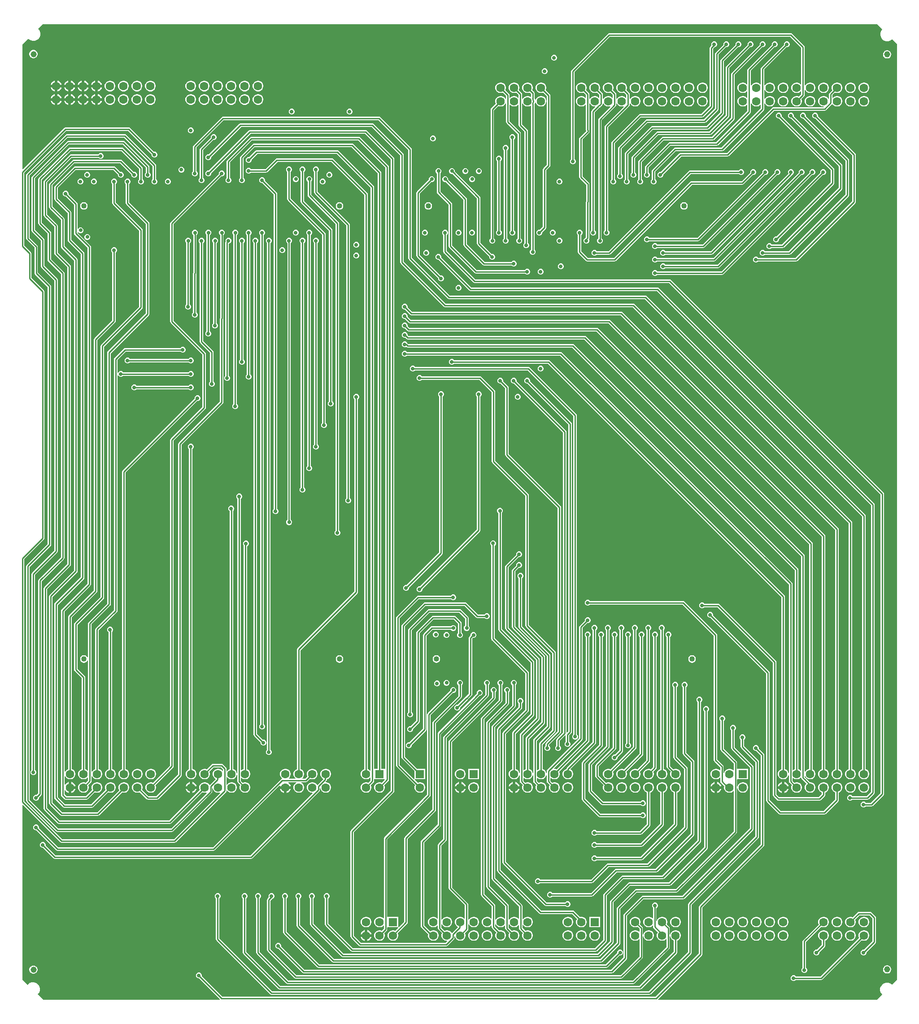
<source format=gbr>
%TF.GenerationSoftware,Altium Limited,Altium Designer,25.5.2 (35)*%
G04 Layer_Physical_Order=4*
G04 Layer_Color=16711680*
%FSLAX45Y45*%
%MOMM*%
%TF.SameCoordinates,6948D1F0-C69E-42BD-806E-39CAA59B2E28*%
%TF.FilePolarity,Positive*%
%TF.FileFunction,Copper,L4,Bot,Signal*%
%TF.Part,Single*%
G01*
G75*
%TA.AperFunction,Conductor*%
%ADD11C,0.25400*%
%TA.AperFunction,WasherPad*%
%ADD13C,1.15200*%
%TA.AperFunction,ComponentPad*%
%ADD14C,1.60000*%
%ADD15R,1.60000X1.60000*%
%ADD16C,1.02000*%
%ADD17R,1.60000X1.60000*%
%TA.AperFunction,ViaPad*%
%ADD18C,0.70000*%
G36*
X-28424Y12601408D02*
X-39630Y12590202D01*
X-56745Y12560558D01*
X-65604Y12527495D01*
Y12493265D01*
X-56745Y12460202D01*
X-39630Y12430558D01*
X-15426Y12406354D01*
X14218Y12389239D01*
X47281Y12380380D01*
X81511D01*
X114574Y12389239D01*
X144218Y12406354D01*
X155424Y12417560D01*
X252208Y12320776D01*
Y-5334000D01*
X154528Y-5431680D01*
X143322Y-5420474D01*
X113678Y-5403359D01*
X80615Y-5394500D01*
X46385D01*
X13322Y-5403359D01*
X-16322Y-5420474D01*
X-40526Y-5444678D01*
X-57641Y-5474322D01*
X-66500Y-5507385D01*
Y-5541615D01*
X-57641Y-5574678D01*
X-40526Y-5604322D01*
X-29320Y-5615528D01*
X-127000Y-5713208D01*
X-4256485D01*
X-4260167Y-5704318D01*
X-3430825Y-4874975D01*
X-3423597Y-4864159D01*
X-3421059Y-4851400D01*
Y-3976210D01*
X-2262425Y-2817576D01*
X-2255197Y-2806759D01*
X-2252659Y-2794000D01*
Y-1092200D01*
X-2255197Y-1079441D01*
X-2262425Y-1068625D01*
X-2358000Y-973049D01*
Y-954260D01*
X-2366373Y-934045D01*
X-2381845Y-918573D01*
X-2402060Y-910200D01*
X-2423940D01*
X-2444155Y-918573D01*
X-2459627Y-934045D01*
X-2468000Y-954260D01*
Y-976140D01*
X-2459627Y-996355D01*
X-2444155Y-1011827D01*
X-2423940Y-1020200D01*
X-2405151D01*
X-2319341Y-1106010D01*
Y-2780190D01*
X-3477975Y-3938825D01*
X-3485203Y-3949641D01*
X-3487741Y-3962400D01*
Y-4837590D01*
X-4306410Y-5656259D01*
X-12482990D01*
X-12873599Y-5265649D01*
Y-5246860D01*
X-12881973Y-5226645D01*
X-12897446Y-5211173D01*
X-12917661Y-5202800D01*
X-12939540D01*
X-12959755Y-5211173D01*
X-12975227Y-5226645D01*
X-12983600Y-5246860D01*
Y-5268740D01*
X-12975227Y-5288955D01*
X-12959755Y-5304427D01*
X-12939540Y-5312800D01*
X-12920750D01*
X-12529233Y-5704318D01*
X-12532915Y-5713208D01*
X-15865248D01*
X-15966348Y-5617630D01*
X-15966473Y-5608740D01*
X-15956888Y-5599156D01*
X-15939774Y-5569512D01*
X-15930914Y-5536449D01*
Y-5502219D01*
X-15939774Y-5469156D01*
X-15956888Y-5439512D01*
X-15981091Y-5415308D01*
X-16010736Y-5398193D01*
X-16043799Y-5389334D01*
X-16078029D01*
X-16111092Y-5398193D01*
X-16140736Y-5415308D01*
X-16159991Y-5434564D01*
X-16256580Y-5343252D01*
Y-2039386D01*
X-16248366Y-2035984D01*
X-15542975Y-2741375D01*
X-15532159Y-2748603D01*
X-15519400Y-2751141D01*
X-13385802D01*
X-13373042Y-2748603D01*
X-13362225Y-2741375D01*
X-12415680Y-1794830D01*
X-12408453Y-1784013D01*
X-12405915Y-1771255D01*
Y-1761260D01*
X-12397025Y-1758878D01*
X-12391020Y-1769278D01*
X-12372402Y-1787896D01*
X-12349599Y-1801061D01*
X-12324166Y-1807876D01*
X-12297835D01*
X-12272402Y-1801061D01*
X-12249599Y-1787896D01*
X-12230981Y-1769278D01*
X-12217816Y-1746475D01*
X-12211001Y-1721042D01*
Y-1694711D01*
X-12217816Y-1669278D01*
X-12230981Y-1646475D01*
X-12249599Y-1627857D01*
X-12272402Y-1614691D01*
X-12297835Y-1607877D01*
X-12324166D01*
X-12349599Y-1614691D01*
X-12372402Y-1627857D01*
X-12391020Y-1646475D01*
X-12397025Y-1656875D01*
X-12405915Y-1654493D01*
Y-1507260D01*
X-12397025Y-1504878D01*
X-12391020Y-1515278D01*
X-12372402Y-1533896D01*
X-12349599Y-1547061D01*
X-12324166Y-1553876D01*
X-12297835D01*
X-12272402Y-1547061D01*
X-12249599Y-1533896D01*
X-12230981Y-1515278D01*
X-12217816Y-1492475D01*
X-12211631Y-1469396D01*
X-12202716Y-1470472D01*
X-12199932Y-1598999D01*
X-12198603Y-1605001D01*
X-12197403Y-1611033D01*
X-12197199Y-1611339D01*
X-12197119Y-1611700D01*
X-12193593Y-1616737D01*
X-12190177Y-1621850D01*
X-12185155Y-1626872D01*
X-12185154Y-1626873D01*
X-12185154Y-1626874D01*
X-12147464Y-1664564D01*
X-12150186Y-1669278D01*
X-12157000Y-1694711D01*
Y-1721042D01*
X-12150186Y-1746475D01*
X-12137020Y-1769278D01*
X-12118402Y-1787896D01*
X-12095599Y-1801061D01*
X-12070166Y-1807876D01*
X-12043835D01*
X-12018402Y-1801061D01*
X-11995599Y-1787896D01*
X-11976981Y-1769278D01*
X-11963816Y-1746475D01*
X-11957001Y-1721042D01*
Y-1694711D01*
X-11963816Y-1669278D01*
X-11976981Y-1646475D01*
X-11995599Y-1627857D01*
X-12018402Y-1614691D01*
X-12043835Y-1607877D01*
X-12070166D01*
X-12095599Y-1614691D01*
X-12100313Y-1617413D01*
X-12133557Y-1584170D01*
X-12134747Y-1529218D01*
X-12126571Y-1525727D01*
X-12118402Y-1533896D01*
X-12095599Y-1547061D01*
X-12070166Y-1553876D01*
X-12043835D01*
X-12018402Y-1547061D01*
X-11995599Y-1533896D01*
X-11976981Y-1515278D01*
X-11963816Y-1492475D01*
X-11957001Y-1467042D01*
Y-1440711D01*
X-11963816Y-1415278D01*
X-11976981Y-1392475D01*
X-11995599Y-1373857D01*
X-12014960Y-1362679D01*
Y2846275D01*
X-12008445Y2848973D01*
X-11992973Y2864445D01*
X-11984600Y2884660D01*
Y2906540D01*
X-11992973Y2926755D01*
X-12008445Y2942227D01*
X-12028660Y2950600D01*
X-12050540D01*
X-12070755Y2942227D01*
X-12086227Y2926755D01*
X-12094600Y2906540D01*
Y2884660D01*
X-12086227Y2864445D01*
X-12081641Y2859859D01*
Y-1356951D01*
X-12095599Y-1360691D01*
X-12118402Y-1373857D01*
X-12128147Y-1383602D01*
X-12136360Y-1380200D01*
Y1776421D01*
X-12135797Y1777263D01*
X-12133259Y1790022D01*
Y3740159D01*
X-12119973Y3753445D01*
X-12111600Y3773660D01*
Y3795540D01*
X-12119973Y3815755D01*
X-12135445Y3831227D01*
X-12155660Y3839600D01*
X-12177540D01*
X-12197755Y3831227D01*
X-12213227Y3815755D01*
X-12221600Y3795540D01*
Y3773660D01*
X-12213227Y3753445D01*
X-12199941Y3740159D01*
Y1800522D01*
X-12200503Y1799680D01*
X-12203041Y1786921D01*
Y-1436068D01*
X-12211931Y-1437239D01*
X-12217816Y-1415278D01*
X-12230981Y-1392475D01*
X-12249599Y-1373857D01*
X-12272402Y-1360691D01*
X-12281660Y-1358211D01*
Y3515559D01*
X-12272373Y3524845D01*
X-12264000Y3545060D01*
Y3566940D01*
X-12272373Y3587155D01*
X-12287845Y3602627D01*
X-12308060Y3611000D01*
X-12329940D01*
X-12350155Y3602627D01*
X-12365627Y3587155D01*
X-12374000Y3566940D01*
Y3545060D01*
X-12365627Y3524845D01*
X-12350155Y3509373D01*
X-12348341Y3508622D01*
Y-1360354D01*
X-12349599Y-1360691D01*
X-12372402Y-1373857D01*
X-12391020Y-1392475D01*
X-12397025Y-1402875D01*
X-12405915Y-1400493D01*
Y-1352947D01*
X-12408453Y-1340188D01*
X-12415680Y-1329372D01*
X-12473226Y-1271825D01*
X-12484043Y-1264598D01*
X-12496802Y-1262060D01*
X-12660525D01*
X-12673284Y-1264598D01*
X-12684100Y-1271825D01*
X-12775688Y-1363413D01*
X-12780402Y-1360691D01*
X-12805835Y-1353877D01*
X-12832166D01*
X-12857599Y-1360691D01*
X-12880402Y-1373857D01*
X-12899020Y-1392475D01*
X-12912186Y-1415278D01*
X-12919000Y-1440711D01*
Y-1467042D01*
X-12912186Y-1492475D01*
X-12899020Y-1515278D01*
X-12880402Y-1533896D01*
X-12857599Y-1547061D01*
X-12832166Y-1553876D01*
X-12805835D01*
X-12780402Y-1547061D01*
X-12757599Y-1533896D01*
X-12738981Y-1515278D01*
X-12725816Y-1492475D01*
X-12719001Y-1467042D01*
Y-1440711D01*
X-12725816Y-1415278D01*
X-12728537Y-1410564D01*
X-12646715Y-1328741D01*
X-12510612D01*
X-12472596Y-1366757D01*
Y-1396752D01*
X-12481183Y-1399053D01*
X-12484981Y-1392475D01*
X-12503599Y-1373857D01*
X-12526402Y-1360691D01*
X-12551835Y-1353877D01*
X-12578166D01*
X-12603599Y-1360691D01*
X-12626402Y-1373857D01*
X-12645020Y-1392475D01*
X-12658186Y-1415278D01*
X-12665000Y-1440711D01*
Y-1467042D01*
X-12658186Y-1492475D01*
X-12645020Y-1515278D01*
X-12626402Y-1533896D01*
X-12614435Y-1540805D01*
X-12613274Y-1549619D01*
X-12723258Y-1659603D01*
X-12732072Y-1658442D01*
X-12738981Y-1646475D01*
X-12757599Y-1627857D01*
X-12780402Y-1614691D01*
X-12805835Y-1607877D01*
X-12832166D01*
X-12857599Y-1614691D01*
X-12880402Y-1627857D01*
X-12899020Y-1646475D01*
X-12912186Y-1669278D01*
X-12919000Y-1694711D01*
Y-1721042D01*
X-12912186Y-1746475D01*
X-12909464Y-1751189D01*
X-13487135Y-2328860D01*
X-15556392D01*
X-15790858Y-2094392D01*
Y2036990D01*
X-15351425Y2476425D01*
X-15344197Y2487241D01*
X-15341660Y2500000D01*
Y8125000D01*
X-15344197Y8137759D01*
X-15351424Y8148575D01*
X-15591660Y8388810D01*
Y8894000D01*
X-15594197Y8906759D01*
X-15601425Y8917575D01*
X-15790858Y9107010D01*
Y9714391D01*
X-15327791Y10177459D01*
X-14827242D01*
X-14813956Y10164173D01*
X-14793739Y10155800D01*
X-14771860D01*
X-14751645Y10164173D01*
X-14736172Y10179645D01*
X-14727800Y10199860D01*
Y10221740D01*
X-14736172Y10241955D01*
X-14751645Y10257427D01*
X-14771860Y10265800D01*
X-14793739D01*
X-14813956Y10257427D01*
X-14827242Y10244141D01*
X-15341602D01*
X-15354359Y10241603D01*
X-15365176Y10234376D01*
X-15847775Y9751776D01*
X-15855003Y9740960D01*
X-15857541Y9728201D01*
Y9093200D01*
X-15855003Y9080441D01*
X-15847775Y9069625D01*
X-15658340Y8880190D01*
Y8375000D01*
X-15655803Y8362241D01*
X-15648575Y8351425D01*
X-15408340Y8111190D01*
Y2513810D01*
X-15847775Y2074375D01*
X-15855003Y2063559D01*
X-15857541Y2050800D01*
Y-2108202D01*
X-15855003Y-2120961D01*
X-15847775Y-2131778D01*
X-15593777Y-2385776D01*
X-15582961Y-2393003D01*
X-15570203Y-2395541D01*
X-13473325D01*
X-13460567Y-2393003D01*
X-13449750Y-2385776D01*
X-12862312Y-1798340D01*
X-12857599Y-1801061D01*
X-12832166Y-1807876D01*
X-12805835D01*
X-12783657Y-1801934D01*
X-12779055Y-1809904D01*
X-13450412Y-2481260D01*
X-15581792D01*
X-16121062Y-1941991D01*
Y2456789D01*
X-15726425Y2851425D01*
X-15719197Y2862241D01*
X-15716660Y2875000D01*
Y7750000D01*
X-15719197Y7762759D01*
X-15726424Y7773575D01*
X-15966660Y8013810D01*
Y8500000D01*
X-15969197Y8512759D01*
X-15976425Y8523575D01*
X-16121062Y8668212D01*
Y9841389D01*
X-15403992Y10558459D01*
X-14339412D01*
X-13799141Y10018188D01*
Y9773640D01*
X-13813428Y9759355D01*
X-13821800Y9739140D01*
Y9717260D01*
X-13813428Y9697045D01*
X-13797955Y9681573D01*
X-13777740Y9673200D01*
X-13755859D01*
X-13735645Y9681573D01*
X-13720174Y9697045D01*
X-13711800Y9717260D01*
Y9739140D01*
X-13720174Y9759355D01*
X-13732460Y9771642D01*
Y10031998D01*
X-13734998Y10044757D01*
X-13742226Y10055574D01*
X-14302026Y10615375D01*
X-14312843Y10622603D01*
X-14325603Y10625141D01*
X-15417801D01*
X-15430559Y10622603D01*
X-15441376Y10615376D01*
X-16177977Y9878775D01*
X-16185204Y9867958D01*
X-16187743Y9855199D01*
Y8654402D01*
X-16185204Y8641643D01*
X-16177977Y8630826D01*
X-16033340Y8486190D01*
Y8000000D01*
X-16030803Y7987241D01*
X-16023575Y7976425D01*
X-15783340Y7736190D01*
Y2888810D01*
X-16177977Y2494174D01*
X-16185204Y2483357D01*
X-16187743Y2470599D01*
Y-1955801D01*
X-16185204Y-1968560D01*
X-16177977Y-1979376D01*
X-15619177Y-2538176D01*
X-15608360Y-2545403D01*
X-15595602Y-2547941D01*
X-13436601D01*
X-13423843Y-2545403D01*
X-13413026Y-2538176D01*
X-12682725Y-1807875D01*
X-12675498Y-1797059D01*
X-12672960Y-1784300D01*
Y-1725684D01*
X-12664070Y-1724513D01*
X-12658186Y-1746475D01*
X-12645020Y-1769278D01*
X-12626402Y-1787896D01*
X-12603599Y-1801061D01*
X-12578166Y-1807876D01*
X-12551835D01*
X-12529658Y-1801934D01*
X-12525056Y-1809904D01*
X-13399611Y-2684459D01*
X-15505589D01*
X-16222661Y-1967388D01*
Y2605189D01*
X-15851425Y2976425D01*
X-15844197Y2987241D01*
X-15841660Y3000000D01*
Y7650000D01*
X-15844197Y7662759D01*
X-15851424Y7673575D01*
X-16091660Y7913810D01*
Y8375000D01*
X-16094197Y8387759D01*
X-16101425Y8398575D01*
X-16222661Y8519812D01*
Y9892189D01*
X-15429391Y10685459D01*
X-14263210D01*
X-13821800Y10244049D01*
Y10225260D01*
X-13813428Y10205045D01*
X-13797955Y10189573D01*
X-13777740Y10181200D01*
X-13755859D01*
X-13735645Y10189573D01*
X-13720174Y10205045D01*
X-13711800Y10225260D01*
Y10247140D01*
X-13720174Y10267355D01*
X-13735645Y10282827D01*
X-13755859Y10291200D01*
X-13774649D01*
X-14225826Y10742375D01*
X-14236641Y10749603D01*
X-14249400Y10752141D01*
X-15443201D01*
X-15455960Y10749603D01*
X-15466776Y10742376D01*
X-16248366Y9960785D01*
X-16256580Y9964187D01*
Y12320776D01*
X-16148550Y12428806D01*
X-16130386Y12410642D01*
X-16100743Y12393527D01*
X-16067679Y12384668D01*
X-16033450D01*
X-16000386Y12393527D01*
X-15970743Y12410642D01*
X-15946539Y12434846D01*
X-15929424Y12464489D01*
X-15920564Y12497553D01*
Y12531782D01*
X-15929424Y12564846D01*
X-15946539Y12594489D01*
X-15964703Y12612653D01*
X-15877373Y12699984D01*
X-127000D01*
X-28424Y12601408D01*
D02*
G37*
%LPC*%
G36*
X-16040347Y12213060D02*
X-16060780D01*
X-16080518Y12207771D01*
X-16098212Y12197555D01*
X-16112659Y12183107D01*
X-16122876Y12165412D01*
X-16128165Y12145676D01*
Y12125244D01*
X-16122876Y12105507D01*
X-16112659Y12087813D01*
X-16098212Y12073365D01*
X-16080518Y12063148D01*
X-16060780Y12057860D01*
X-16040347D01*
X-16020612Y12063148D01*
X-16002917Y12073365D01*
X-15988469Y12087813D01*
X-15978253Y12105507D01*
X-15972964Y12125244D01*
Y12145676D01*
X-15978253Y12165412D01*
X-15988469Y12183107D01*
X-16002917Y12197555D01*
X-16020612Y12207771D01*
X-16040347Y12213060D01*
D02*
G37*
G36*
X74612Y12206980D02*
X54180D01*
X34444Y12201692D01*
X16749Y12191475D01*
X2301Y12177028D01*
X-7915Y12159333D01*
X-13204Y12139596D01*
Y12119164D01*
X-7915Y12099428D01*
X2301Y12081733D01*
X16749Y12067285D01*
X34444Y12057069D01*
X54180Y12051781D01*
X74612D01*
X94349Y12057069D01*
X112043Y12067285D01*
X126491Y12081733D01*
X136708Y12099428D01*
X141996Y12119164D01*
Y12139596D01*
X136708Y12159333D01*
X126491Y12177028D01*
X112043Y12191475D01*
X94349Y12201692D01*
X74612Y12206980D01*
D02*
G37*
G36*
X-6212060Y12120000D02*
X-6233940D01*
X-6254155Y12111627D01*
X-6269627Y12096155D01*
X-6278000Y12075940D01*
Y12054060D01*
X-6269627Y12033845D01*
X-6254155Y12018373D01*
X-6233940Y12010000D01*
X-6212060D01*
X-6191845Y12018373D01*
X-6176373Y12033845D01*
X-6168000Y12054060D01*
Y12075940D01*
X-6176373Y12096155D01*
X-6191845Y12111627D01*
X-6212060Y12120000D01*
D02*
G37*
G36*
X-6389860Y11866000D02*
X-6411740D01*
X-6431955Y11857627D01*
X-6447427Y11842155D01*
X-6455800Y11821940D01*
Y11800060D01*
X-6447427Y11779845D01*
X-6431955Y11764373D01*
X-6411740Y11756000D01*
X-6389860D01*
X-6369645Y11764373D01*
X-6354173Y11779845D01*
X-6345800Y11800060D01*
Y11821940D01*
X-6354173Y11842155D01*
X-6369645Y11857627D01*
X-6389860Y11866000D01*
D02*
G37*
G36*
X-1752602Y12530140D02*
X-5181602D01*
X-5194360Y12527602D01*
X-5205177Y12520375D01*
X-5890977Y11834575D01*
X-5898204Y11823758D01*
X-5900742Y11810999D01*
Y10153640D01*
X-5914028Y10140354D01*
X-5922401Y10120139D01*
Y10098259D01*
X-5914028Y10078044D01*
X-5898556Y10062573D01*
X-5878342Y10054199D01*
X-5856461D01*
X-5836247Y10062573D01*
X-5820775Y10078044D01*
X-5812402Y10098259D01*
Y10120139D01*
X-5820775Y10140354D01*
X-5834061Y10153640D01*
Y11797189D01*
X-5167791Y12463459D01*
X-1766412D01*
X-1558241Y12255288D01*
Y11569358D01*
X-1567131Y11565675D01*
X-1581599Y11580143D01*
X-1604402Y11593309D01*
X-1629835Y11600123D01*
X-1656166D01*
X-1681599Y11593309D01*
X-1704402Y11580143D01*
X-1723020Y11561525D01*
X-1736186Y11538722D01*
X-1743000Y11513289D01*
Y11486958D01*
X-1736186Y11461525D01*
X-1723020Y11438722D01*
X-1704402Y11420104D01*
X-1681599Y11406939D01*
X-1656166Y11400124D01*
X-1629835D01*
X-1604402Y11406939D01*
X-1581599Y11420104D01*
X-1567131Y11434572D01*
X-1558241Y11430890D01*
Y11378033D01*
X-1599688Y11336587D01*
X-1604402Y11339309D01*
X-1629835Y11346123D01*
X-1656166D01*
X-1681599Y11339309D01*
X-1704402Y11326143D01*
X-1723020Y11307525D01*
X-1736186Y11284722D01*
X-1743000Y11259289D01*
Y11232958D01*
X-1736186Y11207525D01*
X-1723020Y11184722D01*
X-1704402Y11166104D01*
X-1681599Y11152939D01*
X-1656166Y11146124D01*
X-1629835D01*
X-1604402Y11152939D01*
X-1581599Y11166104D01*
X-1562981Y11184722D01*
X-1549816Y11207525D01*
X-1543001Y11232958D01*
Y11259289D01*
X-1549816Y11284722D01*
X-1552537Y11289436D01*
X-1501325Y11340648D01*
X-1494098Y11351464D01*
X-1491560Y11364223D01*
Y11462163D01*
X-1482670Y11463334D01*
X-1482186Y11461525D01*
X-1469020Y11438722D01*
X-1450402Y11420104D01*
X-1427599Y11406939D01*
X-1402166Y11400124D01*
X-1375835D01*
X-1350402Y11406939D01*
X-1327599Y11420104D01*
X-1308981Y11438722D01*
X-1295816Y11461525D01*
X-1289001Y11486958D01*
Y11513289D01*
X-1295816Y11538722D01*
X-1308981Y11561525D01*
X-1327599Y11580143D01*
X-1350402Y11593309D01*
X-1375835Y11600123D01*
X-1402166D01*
X-1427599Y11593309D01*
X-1450402Y11580143D01*
X-1469020Y11561525D01*
X-1482186Y11538722D01*
X-1482670Y11536913D01*
X-1491560Y11538084D01*
Y12269098D01*
X-1494098Y12281857D01*
X-1501325Y12292674D01*
X-1729026Y12520375D01*
X-1739843Y12527602D01*
X-1752602Y12530140D01*
D02*
G37*
G36*
X-1817861Y12373999D02*
X-1839742D01*
X-1859956Y12365626D01*
X-1875428Y12350154D01*
X-1883801Y12329939D01*
Y12311150D01*
X-2309577Y11885375D01*
X-2316804Y11874558D01*
X-2319342Y11861799D01*
Y11568458D01*
X-2328232Y11564776D01*
X-2343599Y11580143D01*
X-2366402Y11593309D01*
X-2391835Y11600123D01*
X-2418166D01*
X-2443599Y11593309D01*
X-2466402Y11580143D01*
X-2485020Y11561525D01*
X-2497771Y11539440D01*
X-2498567Y11539245D01*
X-2506661Y11543877D01*
Y11822589D01*
X-2065251Y12263999D01*
X-2046461D01*
X-2026247Y12272373D01*
X-2010775Y12287844D01*
X-2002402Y12308059D01*
Y12329939D01*
X-2010775Y12350154D01*
X-2026247Y12365626D01*
X-2046461Y12373999D01*
X-2068342D01*
X-2088556Y12365626D01*
X-2104028Y12350154D01*
X-2112401Y12329939D01*
Y12311150D01*
X-2563577Y11859975D01*
X-2570804Y11849158D01*
X-2573342Y11836399D01*
Y11568458D01*
X-2582232Y11564776D01*
X-2597599Y11580143D01*
X-2620402Y11593309D01*
X-2645835Y11600123D01*
X-2672166D01*
X-2697599Y11593309D01*
X-2720402Y11580143D01*
X-2739020Y11561525D01*
X-2752186Y11538722D01*
X-2759000Y11513289D01*
Y11486958D01*
X-2752186Y11461525D01*
X-2739020Y11438722D01*
X-2720402Y11420104D01*
X-2697599Y11406939D01*
X-2672166Y11400124D01*
X-2645835D01*
X-2620402Y11406939D01*
X-2597599Y11420104D01*
X-2582232Y11435471D01*
X-2573342Y11431789D01*
Y11314458D01*
X-2582232Y11310776D01*
X-2597599Y11326143D01*
X-2620402Y11339309D01*
X-2645835Y11346123D01*
X-2672166D01*
X-2697599Y11339309D01*
X-2720402Y11326143D01*
X-2739020Y11307525D01*
X-2752186Y11284722D01*
X-2759000Y11259289D01*
Y11232958D01*
X-2752186Y11207525D01*
X-2739020Y11184722D01*
X-2720402Y11166104D01*
X-2697599Y11152939D01*
X-2672166Y11146124D01*
X-2645835D01*
X-2620402Y11152939D01*
X-2597599Y11166104D01*
X-2582232Y11181471D01*
X-2573342Y11177789D01*
Y11062808D01*
X-3163411Y10472740D01*
X-4038602D01*
X-4051360Y10470202D01*
X-4062177Y10462975D01*
X-4493977Y10031175D01*
X-4501204Y10020358D01*
X-4503742Y10007599D01*
Y9899640D01*
X-4517028Y9886354D01*
X-4525401Y9866139D01*
Y9844259D01*
X-4517028Y9824044D01*
X-4501556Y9808573D01*
X-4481342Y9800199D01*
X-4459461D01*
X-4439247Y9808573D01*
X-4423775Y9824044D01*
X-4415402Y9844259D01*
Y9866139D01*
X-4423775Y9886354D01*
X-4437061Y9899640D01*
Y9993789D01*
X-4024792Y10406059D01*
X-3149601D01*
X-3136842Y10408597D01*
X-3126025Y10415824D01*
X-2516426Y11025423D01*
X-2509199Y11036240D01*
X-2506661Y11048998D01*
Y11202370D01*
X-2498567Y11207002D01*
X-2497771Y11206807D01*
X-2485020Y11184722D01*
X-2466402Y11166104D01*
X-2443599Y11152939D01*
X-2418166Y11146124D01*
X-2391835D01*
X-2366402Y11152939D01*
X-2343599Y11166104D01*
X-2328232Y11181471D01*
X-2319342Y11177789D01*
Y11113609D01*
X-3061811Y10371140D01*
X-3937002D01*
X-3949760Y10368602D01*
X-3960577Y10361375D01*
X-4366977Y9954975D01*
X-4374204Y9944158D01*
X-4376742Y9931399D01*
Y9772640D01*
X-4390028Y9759354D01*
X-4398401Y9739139D01*
Y9717259D01*
X-4390028Y9697044D01*
X-4374556Y9681573D01*
X-4354342Y9673199D01*
X-4332461D01*
X-4312247Y9681573D01*
X-4296775Y9697044D01*
X-4288402Y9717259D01*
Y9739139D01*
X-4296775Y9759354D01*
X-4310061Y9772640D01*
Y9917589D01*
X-3923192Y10304459D01*
X-3048001D01*
X-3035242Y10306997D01*
X-3024425Y10314224D01*
X-2262426Y11076223D01*
X-2255199Y11087040D01*
X-2252661Y11099798D01*
Y11202370D01*
X-2244567Y11207002D01*
X-2243771Y11206807D01*
X-2231020Y11184722D01*
X-2212402Y11166104D01*
X-2189599Y11152939D01*
X-2164166Y11146124D01*
X-2137835D01*
X-2112402Y11152939D01*
X-2089599Y11166104D01*
X-2070981Y11184722D01*
X-2057816Y11207525D01*
X-2051001Y11232958D01*
Y11259289D01*
X-2057816Y11284722D01*
X-2070981Y11307525D01*
X-2089599Y11326143D01*
X-2112402Y11339309D01*
X-2137835Y11346123D01*
X-2164166D01*
X-2189599Y11339309D01*
X-2212402Y11326143D01*
X-2231020Y11307525D01*
X-2243771Y11285440D01*
X-2244567Y11285245D01*
X-2252661Y11289877D01*
Y11456370D01*
X-2244567Y11461002D01*
X-2243771Y11460807D01*
X-2231020Y11438722D01*
X-2212402Y11420104D01*
X-2189599Y11406939D01*
X-2164166Y11400124D01*
X-2137835D01*
X-2112402Y11406939D01*
X-2089599Y11420104D01*
X-2070981Y11438722D01*
X-2057816Y11461525D01*
X-2051001Y11486958D01*
Y11513289D01*
X-2057816Y11538722D01*
X-2070981Y11561525D01*
X-2089599Y11580143D01*
X-2112402Y11593309D01*
X-2137835Y11600123D01*
X-2164166D01*
X-2189599Y11593309D01*
X-2212402Y11580143D01*
X-2231020Y11561525D01*
X-2243771Y11539440D01*
X-2244567Y11539245D01*
X-2252661Y11543877D01*
Y11847989D01*
X-1836651Y12263999D01*
X-1817861D01*
X-1797647Y12272373D01*
X-1782175Y12287844D01*
X-1773802Y12308059D01*
Y12329939D01*
X-1782175Y12350154D01*
X-1797647Y12365626D01*
X-1817861Y12373999D01*
D02*
G37*
G36*
X-14833601Y11633911D02*
Y11556999D01*
X-14756689D01*
X-14760785Y11572282D01*
X-14774661Y11596316D01*
X-14794284Y11615940D01*
X-14818320Y11629816D01*
X-14833601Y11633911D01*
D02*
G37*
G36*
X-14884402D02*
X-14899684Y11629816D01*
X-14923718Y11615940D01*
X-14943343Y11596316D01*
X-14957217Y11572282D01*
X-14961313Y11556999D01*
X-14884402D01*
Y11633911D01*
D02*
G37*
G36*
X-15087602D02*
Y11556999D01*
X-15010690D01*
X-15014784Y11572282D01*
X-15028661Y11596316D01*
X-15048283Y11615940D01*
X-15072319Y11629816D01*
X-15087602Y11633911D01*
D02*
G37*
G36*
X-15138402D02*
X-15153683Y11629816D01*
X-15177719Y11615940D01*
X-15197342Y11596316D01*
X-15211218Y11572282D01*
X-15215314Y11556999D01*
X-15138402D01*
Y11633911D01*
D02*
G37*
G36*
X-15341602D02*
Y11556999D01*
X-15264690D01*
X-15268785Y11572282D01*
X-15282661Y11596316D01*
X-15302284Y11615940D01*
X-15326318Y11629816D01*
X-15341602Y11633911D01*
D02*
G37*
G36*
X-15392403D02*
X-15407684Y11629816D01*
X-15431718Y11615940D01*
X-15451341Y11596316D01*
X-15465218Y11572282D01*
X-15469313Y11556999D01*
X-15392403D01*
Y11633911D01*
D02*
G37*
G36*
X-15595602D02*
Y11556999D01*
X-15518690D01*
X-15522784Y11572282D01*
X-15536661Y11596316D01*
X-15556284Y11615940D01*
X-15580319Y11629816D01*
X-15595602Y11633911D01*
D02*
G37*
G36*
X-15646402D02*
X-15661684Y11629816D01*
X-15685719Y11615940D01*
X-15705342Y11596316D01*
X-15719218Y11572282D01*
X-15723312Y11556999D01*
X-15646402D01*
Y11633911D01*
D02*
G37*
G36*
X-11797836Y11631599D02*
X-11824167D01*
X-11849600Y11624784D01*
X-11872403Y11611619D01*
X-11891021Y11593000D01*
X-11904187Y11570198D01*
X-11911001Y11544765D01*
Y11518434D01*
X-11904187Y11493001D01*
X-11891021Y11470198D01*
X-11872403Y11451580D01*
X-11849600Y11438414D01*
X-11824167Y11431599D01*
X-11797836D01*
X-11772403Y11438414D01*
X-11749600Y11451580D01*
X-11730982Y11470198D01*
X-11717817Y11493001D01*
X-11711002Y11518434D01*
Y11544765D01*
X-11717817Y11570198D01*
X-11730982Y11593000D01*
X-11749600Y11611619D01*
X-11772403Y11624784D01*
X-11797836Y11631599D01*
D02*
G37*
G36*
X-12051836D02*
X-12078167D01*
X-12103600Y11624784D01*
X-12126403Y11611619D01*
X-12145021Y11593000D01*
X-12158187Y11570198D01*
X-12165001Y11544765D01*
Y11518434D01*
X-12158187Y11493001D01*
X-12145021Y11470198D01*
X-12126403Y11451580D01*
X-12103600Y11438414D01*
X-12078167Y11431599D01*
X-12051836D01*
X-12026403Y11438414D01*
X-12003600Y11451580D01*
X-11984982Y11470198D01*
X-11971817Y11493001D01*
X-11965002Y11518434D01*
Y11544765D01*
X-11971817Y11570198D01*
X-11984982Y11593000D01*
X-12003600Y11611619D01*
X-12026403Y11624784D01*
X-12051836Y11631599D01*
D02*
G37*
G36*
X-12305836D02*
X-12332167D01*
X-12357600Y11624784D01*
X-12380403Y11611619D01*
X-12399021Y11593000D01*
X-12412187Y11570198D01*
X-12419001Y11544765D01*
Y11518434D01*
X-12412187Y11493001D01*
X-12399021Y11470198D01*
X-12380403Y11451580D01*
X-12357600Y11438414D01*
X-12332167Y11431599D01*
X-12305836D01*
X-12280403Y11438414D01*
X-12257600Y11451580D01*
X-12238982Y11470198D01*
X-12225817Y11493001D01*
X-12219002Y11518434D01*
Y11544765D01*
X-12225817Y11570198D01*
X-12238982Y11593000D01*
X-12257600Y11611619D01*
X-12280403Y11624784D01*
X-12305836Y11631599D01*
D02*
G37*
G36*
X-12559836D02*
X-12586167D01*
X-12611600Y11624784D01*
X-12634403Y11611619D01*
X-12653021Y11593000D01*
X-12666187Y11570198D01*
X-12673001Y11544765D01*
Y11518434D01*
X-12666187Y11493001D01*
X-12653021Y11470198D01*
X-12634403Y11451580D01*
X-12611600Y11438414D01*
X-12586167Y11431599D01*
X-12559836D01*
X-12534403Y11438414D01*
X-12511600Y11451580D01*
X-12492982Y11470198D01*
X-12479817Y11493001D01*
X-12473002Y11518434D01*
Y11544765D01*
X-12479817Y11570198D01*
X-12492982Y11593000D01*
X-12511600Y11611619D01*
X-12534403Y11624784D01*
X-12559836Y11631599D01*
D02*
G37*
G36*
X-12813837D02*
X-12840167D01*
X-12865601Y11624784D01*
X-12888403Y11611619D01*
X-12907021Y11593000D01*
X-12920187Y11570198D01*
X-12927000Y11544765D01*
Y11518434D01*
X-12920187Y11493001D01*
X-12907021Y11470198D01*
X-12888403Y11451580D01*
X-12865601Y11438414D01*
X-12840167Y11431599D01*
X-12813837D01*
X-12788403Y11438414D01*
X-12765600Y11451580D01*
X-12746982Y11470198D01*
X-12733817Y11493001D01*
X-12727002Y11518434D01*
Y11544765D01*
X-12733817Y11570198D01*
X-12746982Y11593000D01*
X-12765600Y11611619D01*
X-12788403Y11624784D01*
X-12813837Y11631599D01*
D02*
G37*
G36*
X-13067836D02*
X-13094167D01*
X-13119600Y11624784D01*
X-13142403Y11611619D01*
X-13161021Y11593000D01*
X-13174187Y11570198D01*
X-13181001Y11544765D01*
Y11518434D01*
X-13174187Y11493001D01*
X-13161021Y11470198D01*
X-13142403Y11451580D01*
X-13119600Y11438414D01*
X-13094167Y11431599D01*
X-13067836D01*
X-13042403Y11438414D01*
X-13019600Y11451580D01*
X-13000983Y11470198D01*
X-12987817Y11493001D01*
X-12981001Y11518434D01*
Y11544765D01*
X-12987817Y11570198D01*
X-13000983Y11593000D01*
X-13019600Y11611619D01*
X-13042403Y11624784D01*
X-13067836Y11631599D01*
D02*
G37*
G36*
X-13829836D02*
X-13856168D01*
X-13881599Y11624784D01*
X-13904404Y11611619D01*
X-13923021Y11593000D01*
X-13936188Y11570198D01*
X-13943001Y11544765D01*
Y11518434D01*
X-13936188Y11493001D01*
X-13923021Y11470198D01*
X-13904404Y11451580D01*
X-13881599Y11438414D01*
X-13856168Y11431599D01*
X-13829836D01*
X-13804404Y11438414D01*
X-13781599Y11451580D01*
X-13762982Y11470198D01*
X-13749817Y11493001D01*
X-13743002Y11518434D01*
Y11544765D01*
X-13749817Y11570198D01*
X-13762982Y11593000D01*
X-13781599Y11611619D01*
X-13804404Y11624784D01*
X-13829836Y11631599D01*
D02*
G37*
G36*
X-14083836D02*
X-14110167D01*
X-14135600Y11624784D01*
X-14158403Y11611619D01*
X-14177020Y11593000D01*
X-14190187Y11570198D01*
X-14197002Y11544765D01*
Y11518434D01*
X-14190187Y11493001D01*
X-14177020Y11470198D01*
X-14158403Y11451580D01*
X-14135600Y11438414D01*
X-14110167Y11431599D01*
X-14083836D01*
X-14058403Y11438414D01*
X-14035600Y11451580D01*
X-14016982Y11470198D01*
X-14003818Y11493001D01*
X-13997002Y11518434D01*
Y11544765D01*
X-14003818Y11570198D01*
X-14016982Y11593000D01*
X-14035600Y11611619D01*
X-14058403Y11624784D01*
X-14083836Y11631599D01*
D02*
G37*
G36*
X-14337836D02*
X-14364166D01*
X-14389600Y11624784D01*
X-14412402Y11611619D01*
X-14431021Y11593000D01*
X-14444186Y11570198D01*
X-14451001Y11544765D01*
Y11518434D01*
X-14444186Y11493001D01*
X-14431021Y11470198D01*
X-14412402Y11451580D01*
X-14389600Y11438414D01*
X-14364166Y11431599D01*
X-14337836D01*
X-14312402Y11438414D01*
X-14289600Y11451580D01*
X-14270982Y11470198D01*
X-14257817Y11493001D01*
X-14251003Y11518434D01*
Y11544765D01*
X-14257817Y11570198D01*
X-14270982Y11593000D01*
X-14289600Y11611619D01*
X-14312402Y11624784D01*
X-14337836Y11631599D01*
D02*
G37*
G36*
X-14591837D02*
X-14618167D01*
X-14643600Y11624784D01*
X-14666403Y11611619D01*
X-14685020Y11593000D01*
X-14698187Y11570198D01*
X-14705000Y11544765D01*
Y11518434D01*
X-14698187Y11493001D01*
X-14685020Y11470198D01*
X-14666403Y11451580D01*
X-14643600Y11438414D01*
X-14618167Y11431599D01*
X-14591837D01*
X-14566403Y11438414D01*
X-14543600Y11451580D01*
X-14524982Y11470198D01*
X-14511816Y11493001D01*
X-14505002Y11518434D01*
Y11544765D01*
X-14511816Y11570198D01*
X-14524982Y11593000D01*
X-14543600Y11611619D01*
X-14566403Y11624784D01*
X-14591837Y11631599D01*
D02*
G37*
G36*
X-14756689Y11506199D02*
X-14833601D01*
Y11429287D01*
X-14818320Y11433382D01*
X-14794284Y11447258D01*
X-14774661Y11466882D01*
X-14760785Y11490916D01*
X-14756689Y11506199D01*
D02*
G37*
G36*
X-14884402D02*
X-14961313D01*
X-14957217Y11490916D01*
X-14943343Y11466882D01*
X-14923718Y11447258D01*
X-14899684Y11433382D01*
X-14884402Y11429287D01*
Y11506199D01*
D02*
G37*
G36*
X-15010690D02*
X-15087602D01*
Y11429287D01*
X-15072319Y11433382D01*
X-15048283Y11447258D01*
X-15028661Y11466882D01*
X-15014784Y11490916D01*
X-15010690Y11506199D01*
D02*
G37*
G36*
X-15138402D02*
X-15215314D01*
X-15211218Y11490916D01*
X-15197342Y11466882D01*
X-15177719Y11447258D01*
X-15153683Y11433382D01*
X-15138402Y11429287D01*
Y11506199D01*
D02*
G37*
G36*
X-15264690D02*
X-15341602D01*
Y11429287D01*
X-15326318Y11433382D01*
X-15302284Y11447258D01*
X-15282661Y11466882D01*
X-15268785Y11490916D01*
X-15264690Y11506199D01*
D02*
G37*
G36*
X-15392403D02*
X-15469313D01*
X-15465218Y11490916D01*
X-15451341Y11466882D01*
X-15431718Y11447258D01*
X-15407684Y11433382D01*
X-15392403Y11429287D01*
Y11506199D01*
D02*
G37*
G36*
X-15518690D02*
X-15595602D01*
Y11429287D01*
X-15580319Y11433382D01*
X-15556284Y11447258D01*
X-15536661Y11466882D01*
X-15522784Y11490916D01*
X-15518690Y11506199D01*
D02*
G37*
G36*
X-15646402D02*
X-15723312D01*
X-15719218Y11490916D01*
X-15705342Y11466882D01*
X-15685719Y11447258D01*
X-15661684Y11433382D01*
X-15646402Y11429287D01*
Y11506199D01*
D02*
G37*
G36*
X-359835Y11600123D02*
X-386166D01*
X-411599Y11593309D01*
X-434402Y11580143D01*
X-453020Y11561525D01*
X-466186Y11538722D01*
X-473000Y11513289D01*
Y11486958D01*
X-466186Y11461525D01*
X-453020Y11438722D01*
X-434402Y11420104D01*
X-411599Y11406939D01*
X-386166Y11400124D01*
X-359835D01*
X-334402Y11406939D01*
X-311599Y11420104D01*
X-292981Y11438722D01*
X-279816Y11461525D01*
X-273001Y11486958D01*
Y11513289D01*
X-279816Y11538722D01*
X-292981Y11561525D01*
X-311599Y11580143D01*
X-334402Y11593309D01*
X-359835Y11600123D01*
D02*
G37*
G36*
X-613835D02*
X-640166D01*
X-665599Y11593309D01*
X-688402Y11580143D01*
X-707020Y11561525D01*
X-720186Y11538722D01*
X-727000Y11513289D01*
Y11486958D01*
X-720186Y11461525D01*
X-707020Y11438722D01*
X-688402Y11420104D01*
X-665599Y11406939D01*
X-640166Y11400124D01*
X-613835D01*
X-588402Y11406939D01*
X-565599Y11420104D01*
X-546981Y11438722D01*
X-533816Y11461525D01*
X-527001Y11486958D01*
Y11513289D01*
X-533816Y11538722D01*
X-546981Y11561525D01*
X-565599Y11580143D01*
X-588402Y11593309D01*
X-613835Y11600123D01*
D02*
G37*
G36*
X-867835D02*
X-894166D01*
X-919599Y11593309D01*
X-942402Y11580143D01*
X-961020Y11561525D01*
X-974186Y11538722D01*
X-981000Y11513289D01*
Y11486958D01*
X-974186Y11461525D01*
X-971464Y11456811D01*
X-1022676Y11405599D01*
X-1029903Y11394783D01*
X-1032441Y11382024D01*
Y11284084D01*
X-1041331Y11282913D01*
X-1041816Y11284722D01*
X-1054981Y11307525D01*
X-1073599Y11326143D01*
X-1096402Y11339309D01*
X-1121835Y11346123D01*
X-1148166D01*
X-1173599Y11339309D01*
X-1196402Y11326143D01*
X-1215020Y11307525D01*
X-1228186Y11284722D01*
X-1235000Y11259289D01*
Y11232958D01*
X-1228186Y11207525D01*
X-1215020Y11184722D01*
X-1196402Y11166104D01*
X-1173599Y11152939D01*
X-1148166Y11146124D01*
X-1132826D01*
X-1128423Y11137234D01*
X-1131542Y11133140D01*
X-2082801D01*
X-2095560Y11130602D01*
X-2106376Y11123375D01*
X-2960211Y10269540D01*
X-3835402D01*
X-3848160Y10267002D01*
X-3858977Y10259775D01*
X-4208552Y9910199D01*
X-4227342D01*
X-4247556Y9901826D01*
X-4263028Y9886354D01*
X-4271401Y9866139D01*
Y9844259D01*
X-4263028Y9824044D01*
X-4247556Y9808573D01*
X-4227342Y9800199D01*
X-4205461D01*
X-4185247Y9808573D01*
X-4169775Y9824044D01*
X-4161402Y9844259D01*
Y9863049D01*
X-3821592Y10202859D01*
X-2946401D01*
X-2933642Y10205397D01*
X-2922825Y10212624D01*
X-2068991Y11066459D01*
X-1114305D01*
X-1101546Y11068997D01*
X-1090729Y11076224D01*
X-975525Y11191428D01*
X-974497Y11192966D01*
X-965612Y11192675D01*
X-961020Y11184722D01*
X-942402Y11166104D01*
X-919599Y11152939D01*
X-894166Y11146124D01*
X-867835D01*
X-842402Y11152939D01*
X-819599Y11166104D01*
X-800981Y11184722D01*
X-787816Y11207525D01*
X-781001Y11232958D01*
Y11259289D01*
X-787816Y11284722D01*
X-800981Y11307525D01*
X-819599Y11326143D01*
X-842402Y11339309D01*
X-867835Y11346123D01*
X-894166D01*
X-919599Y11339309D01*
X-942402Y11326143D01*
X-956870Y11311675D01*
X-965760Y11315358D01*
Y11368214D01*
X-924313Y11409660D01*
X-919599Y11406939D01*
X-894166Y11400124D01*
X-867835D01*
X-842402Y11406939D01*
X-819599Y11420104D01*
X-800981Y11438722D01*
X-787816Y11461525D01*
X-781001Y11486958D01*
Y11513289D01*
X-787816Y11538722D01*
X-800981Y11561525D01*
X-819599Y11580143D01*
X-842402Y11593309D01*
X-867835Y11600123D01*
D02*
G37*
G36*
X-1121835D02*
X-1148166D01*
X-1173599Y11593309D01*
X-1196402Y11580143D01*
X-1215020Y11561525D01*
X-1228186Y11538722D01*
X-1235000Y11513289D01*
Y11486958D01*
X-1228186Y11461525D01*
X-1215020Y11438722D01*
X-1196402Y11420104D01*
X-1173599Y11406939D01*
X-1148166Y11400124D01*
X-1121835D01*
X-1096402Y11406939D01*
X-1073599Y11420104D01*
X-1054981Y11438722D01*
X-1041816Y11461525D01*
X-1035001Y11486958D01*
Y11513289D01*
X-1041816Y11538722D01*
X-1054981Y11561525D01*
X-1073599Y11580143D01*
X-1096402Y11593309D01*
X-1121835Y11600123D01*
D02*
G37*
G36*
X-1883835D02*
X-1910166D01*
X-1935599Y11593309D01*
X-1958402Y11580143D01*
X-1977020Y11561525D01*
X-1990186Y11538722D01*
X-1997000Y11513289D01*
Y11486958D01*
X-1990186Y11461525D01*
X-1977020Y11438722D01*
X-1958402Y11420104D01*
X-1935599Y11406939D01*
X-1910166Y11400124D01*
X-1883835D01*
X-1858402Y11406939D01*
X-1835599Y11420104D01*
X-1816981Y11438722D01*
X-1803816Y11461525D01*
X-1797001Y11486958D01*
Y11513289D01*
X-1803816Y11538722D01*
X-1816981Y11561525D01*
X-1835599Y11580143D01*
X-1858402Y11593309D01*
X-1883835Y11600123D01*
D02*
G37*
G36*
X-3407835D02*
X-3434166D01*
X-3459599Y11593309D01*
X-3482402Y11580143D01*
X-3501020Y11561525D01*
X-3514186Y11538722D01*
X-3521000Y11513289D01*
Y11486958D01*
X-3514186Y11461525D01*
X-3501020Y11438722D01*
X-3482402Y11420104D01*
X-3459599Y11406939D01*
X-3434166Y11400124D01*
X-3407835D01*
X-3382402Y11406939D01*
X-3359599Y11420104D01*
X-3340981Y11438722D01*
X-3327816Y11461525D01*
X-3321001Y11486958D01*
Y11513289D01*
X-3327816Y11538722D01*
X-3340981Y11561525D01*
X-3359599Y11580143D01*
X-3382402Y11593309D01*
X-3407835Y11600123D01*
D02*
G37*
G36*
X-3661835D02*
X-3688166D01*
X-3713599Y11593309D01*
X-3736402Y11580143D01*
X-3755020Y11561525D01*
X-3768186Y11538722D01*
X-3775000Y11513289D01*
Y11486958D01*
X-3768186Y11461525D01*
X-3755020Y11438722D01*
X-3736402Y11420104D01*
X-3713599Y11406939D01*
X-3688166Y11400124D01*
X-3661835D01*
X-3636402Y11406939D01*
X-3613599Y11420104D01*
X-3594981Y11438722D01*
X-3581816Y11461525D01*
X-3575001Y11486958D01*
Y11513289D01*
X-3581816Y11538722D01*
X-3594981Y11561525D01*
X-3613599Y11580143D01*
X-3636402Y11593309D01*
X-3661835Y11600123D01*
D02*
G37*
G36*
X-3915835D02*
X-3942166D01*
X-3967599Y11593309D01*
X-3990402Y11580143D01*
X-4009020Y11561525D01*
X-4022186Y11538722D01*
X-4029000Y11513289D01*
Y11486958D01*
X-4022186Y11461525D01*
X-4009020Y11438722D01*
X-3990402Y11420104D01*
X-3967599Y11406939D01*
X-3942166Y11400124D01*
X-3915835D01*
X-3890402Y11406939D01*
X-3867599Y11420104D01*
X-3848981Y11438722D01*
X-3835816Y11461525D01*
X-3829001Y11486958D01*
Y11513289D01*
X-3835816Y11538722D01*
X-3848981Y11561525D01*
X-3867599Y11580143D01*
X-3890402Y11593309D01*
X-3915835Y11600123D01*
D02*
G37*
G36*
X-4169835D02*
X-4196166D01*
X-4221599Y11593309D01*
X-4244402Y11580143D01*
X-4263020Y11561525D01*
X-4276186Y11538722D01*
X-4283000Y11513289D01*
Y11486958D01*
X-4276186Y11461525D01*
X-4263020Y11438722D01*
X-4244402Y11420104D01*
X-4221599Y11406939D01*
X-4196166Y11400124D01*
X-4169835D01*
X-4144402Y11406939D01*
X-4121599Y11420104D01*
X-4102981Y11438722D01*
X-4089816Y11461525D01*
X-4083001Y11486958D01*
Y11513289D01*
X-4089816Y11538722D01*
X-4102981Y11561525D01*
X-4121599Y11580143D01*
X-4144402Y11593309D01*
X-4169835Y11600123D01*
D02*
G37*
G36*
X-4423835D02*
X-4450166D01*
X-4475599Y11593309D01*
X-4498402Y11580143D01*
X-4517020Y11561525D01*
X-4530186Y11538722D01*
X-4537000Y11513289D01*
Y11486958D01*
X-4530186Y11461525D01*
X-4517020Y11438722D01*
X-4498402Y11420104D01*
X-4475599Y11406939D01*
X-4450166Y11400124D01*
X-4423835D01*
X-4398402Y11406939D01*
X-4375599Y11420104D01*
X-4356981Y11438722D01*
X-4343816Y11461525D01*
X-4337001Y11486958D01*
Y11513289D01*
X-4343816Y11538722D01*
X-4356981Y11561525D01*
X-4375599Y11580143D01*
X-4398402Y11593309D01*
X-4423835Y11600123D01*
D02*
G37*
G36*
X-4677835D02*
X-4704166D01*
X-4729599Y11593309D01*
X-4752402Y11580143D01*
X-4771020Y11561525D01*
X-4784186Y11538722D01*
X-4791000Y11513289D01*
Y11486958D01*
X-4784186Y11461525D01*
X-4771020Y11438722D01*
X-4752402Y11420104D01*
X-4729599Y11406939D01*
X-4704166Y11400124D01*
X-4677835D01*
X-4652402Y11406939D01*
X-4629599Y11420104D01*
X-4610981Y11438722D01*
X-4597816Y11461525D01*
X-4591001Y11486958D01*
Y11513289D01*
X-4597816Y11538722D01*
X-4610981Y11561525D01*
X-4629599Y11580143D01*
X-4652402Y11593309D01*
X-4677835Y11600123D01*
D02*
G37*
G36*
X-6709835D02*
X-6736166D01*
X-6761599Y11593309D01*
X-6784402Y11580143D01*
X-6803020Y11561525D01*
X-6816186Y11538722D01*
X-6823000Y11513289D01*
Y11486958D01*
X-6816186Y11461525D01*
X-6803020Y11438722D01*
X-6784402Y11420104D01*
X-6761599Y11406939D01*
X-6736166Y11400124D01*
X-6709835D01*
X-6684402Y11406939D01*
X-6679688Y11409660D01*
X-6658341Y11388313D01*
Y11334527D01*
X-6667231Y11329394D01*
X-6684402Y11339309D01*
X-6709835Y11346123D01*
X-6736166D01*
X-6761599Y11339309D01*
X-6784402Y11326143D01*
X-6803020Y11307525D01*
X-6816186Y11284722D01*
X-6816670Y11282913D01*
X-6825560Y11284084D01*
Y11382024D01*
X-6828098Y11394783D01*
X-6835325Y11405599D01*
X-6886537Y11456811D01*
X-6883816Y11461525D01*
X-6877001Y11486958D01*
Y11513289D01*
X-6883816Y11538722D01*
X-6896981Y11561525D01*
X-6915599Y11580143D01*
X-6938402Y11593309D01*
X-6963835Y11600123D01*
X-6990166D01*
X-7015599Y11593309D01*
X-7038402Y11580143D01*
X-7057020Y11561525D01*
X-7070186Y11538722D01*
X-7077000Y11513289D01*
Y11486958D01*
X-7070186Y11461525D01*
X-7057020Y11438722D01*
X-7038402Y11420104D01*
X-7015599Y11406939D01*
X-6990166Y11400124D01*
X-6963835D01*
X-6938402Y11406939D01*
X-6933688Y11409660D01*
X-6892241Y11368214D01*
Y11315358D01*
X-6901131Y11311675D01*
X-6915599Y11326143D01*
X-6938402Y11339309D01*
X-6963835Y11346123D01*
X-6990166D01*
X-7015599Y11339309D01*
X-7038402Y11326143D01*
X-7052870Y11311675D01*
X-7061760Y11315358D01*
Y11364223D01*
X-7064298Y11376982D01*
X-7071525Y11387799D01*
X-7140537Y11456811D01*
X-7137816Y11461525D01*
X-7131001Y11486958D01*
Y11513289D01*
X-7137816Y11538722D01*
X-7150981Y11561525D01*
X-7169599Y11580143D01*
X-7192402Y11593309D01*
X-7217835Y11600123D01*
X-7244166D01*
X-7269599Y11593309D01*
X-7292402Y11580143D01*
X-7311020Y11561525D01*
X-7324186Y11538722D01*
X-7331000Y11513289D01*
Y11486958D01*
X-7324186Y11461525D01*
X-7311020Y11438722D01*
X-7292402Y11420104D01*
X-7269599Y11406939D01*
X-7244166Y11400124D01*
X-7217835D01*
X-7192402Y11406939D01*
X-7187688Y11409660D01*
X-7128441Y11350413D01*
Y11284084D01*
X-7137331Y11282913D01*
X-7137816Y11284722D01*
X-7150981Y11307525D01*
X-7169599Y11326143D01*
X-7192402Y11339309D01*
X-7217835Y11346123D01*
X-7244166D01*
X-7269599Y11339309D01*
X-7292402Y11326143D01*
X-7311020Y11307525D01*
X-7324186Y11284722D01*
X-7331000Y11259289D01*
Y11232958D01*
X-7324186Y11207525D01*
X-7321464Y11202811D01*
X-7412975Y11111299D01*
X-7420203Y11100483D01*
X-7422741Y11087724D01*
Y8657042D01*
X-7436027Y8643756D01*
X-7444400Y8623541D01*
Y8601661D01*
X-7436027Y8581446D01*
X-7420555Y8565974D01*
X-7400340Y8557601D01*
X-7378460D01*
X-7358245Y8565974D01*
X-7342773Y8581446D01*
X-7334400Y8601661D01*
Y8623541D01*
X-7342773Y8643756D01*
X-7356059Y8657042D01*
Y11073914D01*
X-7274313Y11155660D01*
X-7269599Y11152939D01*
X-7244166Y11146124D01*
X-7217835D01*
X-7192402Y11152939D01*
X-7169599Y11166104D01*
X-7150981Y11184722D01*
X-7137816Y11207525D01*
X-7137331Y11209334D01*
X-7128441Y11208163D01*
Y10854300D01*
X-7125903Y10841541D01*
X-7118676Y10830725D01*
X-6914741Y10626790D01*
Y8657042D01*
X-6928027Y8643756D01*
X-6936400Y8623541D01*
Y8601661D01*
X-6928027Y8581446D01*
X-6912555Y8565974D01*
X-6892340Y8557601D01*
X-6870460D01*
X-6850245Y8565974D01*
X-6834773Y8581446D01*
X-6826400Y8601661D01*
Y8623541D01*
X-6834773Y8643756D01*
X-6848059Y8657042D01*
Y10640600D01*
X-6850597Y10653359D01*
X-6857825Y10664176D01*
X-7061760Y10868110D01*
Y11176890D01*
X-7052870Y11180572D01*
X-7038402Y11166104D01*
X-7015599Y11152939D01*
X-6990166Y11146124D01*
X-6963835D01*
X-6938402Y11152939D01*
X-6915599Y11166104D01*
X-6901131Y11180572D01*
X-6892241Y11176890D01*
Y10795901D01*
X-6889703Y10783142D01*
X-6882476Y10772325D01*
X-6783341Y10673190D01*
Y8569441D01*
X-6796626Y8556155D01*
X-6805000Y8535940D01*
Y8514060D01*
X-6796626Y8493845D01*
X-6781155Y8478373D01*
X-6760940Y8470000D01*
X-6739060D01*
X-6718845Y8478373D01*
X-6703373Y8493845D01*
X-6695000Y8514060D01*
Y8535940D01*
X-6703373Y8556155D01*
X-6716659Y8569441D01*
Y10687000D01*
X-6719197Y10699759D01*
X-6726425Y10710575D01*
X-6825560Y10809711D01*
Y11208163D01*
X-6816670Y11209334D01*
X-6816186Y11207525D01*
X-6803020Y11184722D01*
X-6784402Y11166104D01*
X-6761599Y11152939D01*
X-6736166Y11146124D01*
X-6709835D01*
X-6684402Y11152939D01*
X-6667231Y11162853D01*
X-6658341Y11157720D01*
Y8444441D01*
X-6671626Y8431155D01*
X-6680000Y8410940D01*
Y8389060D01*
X-6671626Y8368845D01*
X-6656155Y8353373D01*
X-6635940Y8345000D01*
X-6614060D01*
X-6593845Y8353373D01*
X-6578373Y8368845D01*
X-6570000Y8389060D01*
Y8410940D01*
X-6578373Y8431155D01*
X-6591659Y8444441D01*
Y11183260D01*
X-6581343Y11208167D01*
X-6577890Y11234391D01*
X-6569000Y11233809D01*
Y11232958D01*
X-6562186Y11207525D01*
X-6549020Y11184722D01*
X-6530402Y11166104D01*
X-6507599Y11152939D01*
X-6482166Y11146124D01*
X-6455835D01*
X-6430402Y11152939D01*
X-6407599Y11166104D01*
X-6388981Y11184722D01*
X-6375816Y11207525D01*
X-6369001Y11232958D01*
Y11259289D01*
X-6375816Y11284722D01*
X-6388981Y11307525D01*
X-6407599Y11326143D01*
X-6430402Y11339309D01*
X-6455835Y11346123D01*
X-6482166D01*
X-6507599Y11339309D01*
X-6530402Y11326143D01*
X-6549020Y11307525D01*
X-6562186Y11284722D01*
X-6569000Y11259289D01*
Y11258438D01*
X-6577890Y11257856D01*
X-6581343Y11284081D01*
X-6591659Y11308987D01*
Y11402124D01*
X-6594197Y11414882D01*
X-6601425Y11425698D01*
X-6606447Y11430721D01*
X-6606448Y11430721D01*
X-6632537Y11456811D01*
X-6629816Y11461525D01*
X-6623001Y11486958D01*
Y11513289D01*
X-6629816Y11538722D01*
X-6642981Y11561525D01*
X-6661599Y11580143D01*
X-6684402Y11593309D01*
X-6709835Y11600123D01*
D02*
G37*
G36*
X-4931835D02*
X-4958166D01*
X-4983599Y11593309D01*
X-5006402Y11580143D01*
X-5025020Y11561525D01*
X-5038186Y11538722D01*
X-5045000Y11513289D01*
Y11486958D01*
X-5038186Y11461525D01*
X-5025020Y11438722D01*
X-5006402Y11420104D01*
X-4983599Y11406939D01*
X-4958166Y11400124D01*
X-4931835D01*
X-4906402Y11406939D01*
X-4901688Y11409660D01*
X-4860241Y11368214D01*
Y11315358D01*
X-4869131Y11311675D01*
X-4883599Y11326143D01*
X-4906402Y11339309D01*
X-4931835Y11346123D01*
X-4958166D01*
X-4983599Y11339309D01*
X-5006402Y11326143D01*
X-5025020Y11307525D01*
X-5038186Y11284722D01*
X-5038670Y11282913D01*
X-5047560Y11284084D01*
Y11382024D01*
X-5050098Y11394783D01*
X-5057325Y11405599D01*
X-5108537Y11456811D01*
X-5105816Y11461525D01*
X-5099001Y11486958D01*
Y11513289D01*
X-5105816Y11538722D01*
X-5118981Y11561525D01*
X-5137599Y11580143D01*
X-5160402Y11593309D01*
X-5185835Y11600123D01*
X-5212166D01*
X-5237599Y11593309D01*
X-5260402Y11580143D01*
X-5279020Y11561525D01*
X-5292186Y11538722D01*
X-5299000Y11513289D01*
Y11486958D01*
X-5292186Y11461525D01*
X-5279020Y11438722D01*
X-5260402Y11420104D01*
X-5237599Y11406939D01*
X-5212166Y11400124D01*
X-5185835D01*
X-5160402Y11406939D01*
X-5155688Y11409660D01*
X-5114241Y11368214D01*
Y11315358D01*
X-5123131Y11311675D01*
X-5137599Y11326143D01*
X-5160402Y11339309D01*
X-5185835Y11346123D01*
X-5212166D01*
X-5237599Y11339309D01*
X-5260402Y11326143D01*
X-5279020Y11307525D01*
X-5292186Y11284722D01*
X-5292670Y11282913D01*
X-5301560Y11284084D01*
Y11382024D01*
X-5304098Y11394783D01*
X-5311325Y11405599D01*
X-5362537Y11456811D01*
X-5359816Y11461525D01*
X-5353001Y11486958D01*
Y11513289D01*
X-5359816Y11538722D01*
X-5372981Y11561525D01*
X-5391599Y11580143D01*
X-5414402Y11593309D01*
X-5439835Y11600123D01*
X-5466166D01*
X-5491599Y11593309D01*
X-5514402Y11580143D01*
X-5533020Y11561525D01*
X-5546186Y11538722D01*
X-5553000Y11513289D01*
Y11486958D01*
X-5546186Y11461525D01*
X-5533020Y11438722D01*
X-5514402Y11420104D01*
X-5491599Y11406939D01*
X-5466166Y11400124D01*
X-5439835D01*
X-5414402Y11406939D01*
X-5409688Y11409660D01*
X-5368241Y11368214D01*
Y11315358D01*
X-5377131Y11311675D01*
X-5391599Y11326143D01*
X-5414402Y11339309D01*
X-5439835Y11346123D01*
X-5466166D01*
X-5491599Y11339309D01*
X-5514402Y11326143D01*
X-5533020Y11307525D01*
X-5546186Y11284722D01*
X-5546670Y11282913D01*
X-5555560Y11284084D01*
Y11382024D01*
X-5558098Y11394783D01*
X-5565325Y11405599D01*
X-5616537Y11456811D01*
X-5613816Y11461525D01*
X-5607001Y11486958D01*
Y11513289D01*
X-5613816Y11538722D01*
X-5626981Y11561525D01*
X-5645599Y11580143D01*
X-5668402Y11593309D01*
X-5693835Y11600123D01*
X-5720166D01*
X-5745599Y11593309D01*
X-5768402Y11580143D01*
X-5787020Y11561525D01*
X-5800186Y11538722D01*
X-5807000Y11513289D01*
Y11486958D01*
X-5800186Y11461525D01*
X-5787020Y11438722D01*
X-5768402Y11420104D01*
X-5745599Y11406939D01*
X-5720166Y11400124D01*
X-5693835D01*
X-5668402Y11406939D01*
X-5663688Y11409660D01*
X-5622241Y11368214D01*
Y11315358D01*
X-5631131Y11311675D01*
X-5645599Y11326143D01*
X-5668402Y11339309D01*
X-5693835Y11346123D01*
X-5720166D01*
X-5745599Y11339309D01*
X-5768402Y11326143D01*
X-5787020Y11307525D01*
X-5800186Y11284722D01*
X-5807000Y11259289D01*
Y11232958D01*
X-5800186Y11207525D01*
X-5787020Y11184722D01*
X-5768402Y11166104D01*
X-5745599Y11152939D01*
X-5720166Y11146124D01*
X-5693835D01*
X-5668402Y11152939D01*
X-5645599Y11166104D01*
X-5631131Y11180572D01*
X-5622241Y11176890D01*
Y10702166D01*
X-5619703Y10689407D01*
X-5619341Y10688864D01*
Y10683810D01*
X-5738575Y10564575D01*
X-5745803Y10553759D01*
X-5748341Y10541000D01*
Y9812830D01*
X-5745803Y9800071D01*
X-5738575Y9789254D01*
X-5619341Y9670020D01*
Y9355752D01*
X-5619703Y9355210D01*
X-5622241Y9342451D01*
Y8676403D01*
X-5635976Y8662668D01*
X-5637179Y8660868D01*
X-5643556Y8658227D01*
X-5659027Y8642755D01*
X-5667401Y8622540D01*
Y8600660D01*
X-5659027Y8580445D01*
X-5643556Y8564973D01*
X-5623341Y8556600D01*
X-5601461D01*
X-5581246Y8564973D01*
X-5565774Y8580445D01*
X-5557401Y8600660D01*
Y8622540D01*
X-5564647Y8640033D01*
X-5558098Y8649834D01*
X-5555560Y8662593D01*
Y9332050D01*
X-5555197Y9332592D01*
X-5552659Y9345351D01*
Y9683830D01*
X-5555197Y9696589D01*
X-5562425Y9707405D01*
X-5681659Y9826640D01*
Y10527190D01*
X-5562425Y10646425D01*
X-5555197Y10657241D01*
X-5552659Y10670000D01*
Y10699265D01*
X-5555197Y10712024D01*
X-5555560Y10712567D01*
Y11208163D01*
X-5546670Y11209334D01*
X-5546186Y11207525D01*
X-5533020Y11184722D01*
X-5514402Y11166104D01*
X-5491599Y11152939D01*
X-5466166Y11146124D01*
X-5448997D01*
X-5445314Y11137234D01*
X-5508976Y11073576D01*
X-5516203Y11062760D01*
X-5518741Y11050001D01*
Y8808441D01*
X-5532027Y8795155D01*
X-5540401Y8774940D01*
Y8753060D01*
X-5532027Y8732845D01*
X-5516556Y8717373D01*
X-5496341Y8709000D01*
X-5474461D01*
X-5454246Y8717373D01*
X-5438774Y8732845D01*
X-5430401Y8753060D01*
Y8774940D01*
X-5438774Y8795155D01*
X-5452060Y8808441D01*
Y11036189D01*
X-5364905Y11123340D01*
X-5345853Y11138976D01*
X-5342309Y11143294D01*
X-5340801Y11144411D01*
X-5310219Y11178086D01*
X-5307275Y11182987D01*
X-5304098Y11187741D01*
X-5303939Y11188539D01*
X-5303520Y11189237D01*
X-5302675Y11194893D01*
X-5301560Y11200500D01*
Y11208163D01*
X-5292670Y11209334D01*
X-5292186Y11207525D01*
X-5279020Y11184722D01*
X-5260402Y11166104D01*
X-5237599Y11152939D01*
X-5212166Y11146124D01*
X-5185835D01*
X-5163658Y11152066D01*
X-5159056Y11144096D01*
X-5380975Y10922176D01*
X-5388203Y10911360D01*
X-5390741Y10898601D01*
Y8657042D01*
X-5404027Y8643756D01*
X-5412400Y8623541D01*
Y8601661D01*
X-5404027Y8581446D01*
X-5388555Y8565974D01*
X-5368340Y8557601D01*
X-5346460D01*
X-5326245Y8565974D01*
X-5310773Y8581446D01*
X-5302400Y8601661D01*
Y8623541D01*
X-5310773Y8643756D01*
X-5324059Y8657042D01*
Y10884791D01*
X-5057325Y11151525D01*
X-5050098Y11162341D01*
X-5047560Y11175100D01*
Y11208163D01*
X-5038670Y11209334D01*
X-5038186Y11207525D01*
X-5025020Y11184722D01*
X-5006402Y11166104D01*
X-4983599Y11152939D01*
X-4958166Y11146124D01*
X-4931835D01*
X-4909658Y11152066D01*
X-4905056Y11144096D01*
X-5254976Y10794175D01*
X-5262203Y10783359D01*
X-5264741Y10770600D01*
Y8808441D01*
X-5278027Y8795155D01*
X-5286401Y8774940D01*
Y8753060D01*
X-5278027Y8732845D01*
X-5262556Y8717373D01*
X-5242341Y8709000D01*
X-5220461D01*
X-5200246Y8717373D01*
X-5184774Y8732845D01*
X-5176401Y8753060D01*
Y8774940D01*
X-5184774Y8795155D01*
X-5198060Y8808441D01*
Y10756790D01*
X-4803325Y11151525D01*
X-4796098Y11162341D01*
X-4793560Y11175100D01*
Y11208163D01*
X-4784670Y11209334D01*
X-4784186Y11207525D01*
X-4771020Y11184722D01*
X-4752402Y11166104D01*
X-4729599Y11152939D01*
X-4704166Y11146124D01*
X-4677835D01*
X-4652402Y11152939D01*
X-4629599Y11166104D01*
X-4610981Y11184722D01*
X-4597816Y11207525D01*
X-4591001Y11232958D01*
Y11259289D01*
X-4597816Y11284722D01*
X-4610981Y11307525D01*
X-4629599Y11326143D01*
X-4652402Y11339309D01*
X-4677835Y11346123D01*
X-4704166D01*
X-4729599Y11339309D01*
X-4752402Y11326143D01*
X-4771020Y11307525D01*
X-4784186Y11284722D01*
X-4784670Y11282913D01*
X-4793560Y11284084D01*
Y11382024D01*
X-4796098Y11394783D01*
X-4803325Y11405599D01*
X-4854537Y11456811D01*
X-4851816Y11461525D01*
X-4845001Y11486958D01*
Y11513289D01*
X-4851816Y11538722D01*
X-4864981Y11561525D01*
X-4883599Y11580143D01*
X-4906402Y11593309D01*
X-4931835Y11600123D01*
D02*
G37*
G36*
X-14833601Y11379911D02*
Y11302999D01*
X-14756689D01*
X-14760785Y11318282D01*
X-14774661Y11342316D01*
X-14794284Y11361940D01*
X-14818320Y11375816D01*
X-14833601Y11379911D01*
D02*
G37*
G36*
X-14884402D02*
X-14899684Y11375816D01*
X-14923718Y11361940D01*
X-14943343Y11342316D01*
X-14957217Y11318282D01*
X-14961313Y11302999D01*
X-14884402D01*
Y11379911D01*
D02*
G37*
G36*
X-15087602D02*
Y11302999D01*
X-15010690D01*
X-15014784Y11318282D01*
X-15028661Y11342316D01*
X-15048283Y11361940D01*
X-15072319Y11375816D01*
X-15087602Y11379911D01*
D02*
G37*
G36*
X-15138402D02*
X-15153683Y11375816D01*
X-15177719Y11361940D01*
X-15197342Y11342316D01*
X-15211218Y11318282D01*
X-15215314Y11302999D01*
X-15138402D01*
Y11379911D01*
D02*
G37*
G36*
X-15341602D02*
Y11302999D01*
X-15264690D01*
X-15268785Y11318282D01*
X-15282661Y11342316D01*
X-15302284Y11361940D01*
X-15326318Y11375816D01*
X-15341602Y11379911D01*
D02*
G37*
G36*
X-15392403D02*
X-15407684Y11375816D01*
X-15431718Y11361940D01*
X-15451341Y11342316D01*
X-15465218Y11318282D01*
X-15469313Y11302999D01*
X-15392403D01*
Y11379911D01*
D02*
G37*
G36*
X-15595602D02*
Y11302999D01*
X-15518690D01*
X-15522784Y11318282D01*
X-15536661Y11342316D01*
X-15556284Y11361940D01*
X-15580319Y11375816D01*
X-15595602Y11379911D01*
D02*
G37*
G36*
X-15646402D02*
X-15661684Y11375816D01*
X-15685719Y11361940D01*
X-15705342Y11342316D01*
X-15719218Y11318282D01*
X-15723312Y11302999D01*
X-15646402D01*
Y11379911D01*
D02*
G37*
G36*
X-11797836Y11377599D02*
X-11824167D01*
X-11849600Y11370784D01*
X-11872403Y11357619D01*
X-11891021Y11339000D01*
X-11904187Y11316198D01*
X-11911001Y11290765D01*
Y11264434D01*
X-11904187Y11239001D01*
X-11891021Y11216198D01*
X-11872403Y11197580D01*
X-11849600Y11184414D01*
X-11824167Y11177599D01*
X-11797836D01*
X-11772403Y11184414D01*
X-11749600Y11197580D01*
X-11730982Y11216198D01*
X-11717817Y11239001D01*
X-11711002Y11264434D01*
Y11290765D01*
X-11717817Y11316198D01*
X-11730982Y11339000D01*
X-11749600Y11357619D01*
X-11772403Y11370784D01*
X-11797836Y11377599D01*
D02*
G37*
G36*
X-12051836D02*
X-12078167D01*
X-12103600Y11370784D01*
X-12126403Y11357619D01*
X-12145021Y11339000D01*
X-12158187Y11316198D01*
X-12165001Y11290765D01*
Y11264434D01*
X-12158187Y11239001D01*
X-12145021Y11216198D01*
X-12126403Y11197580D01*
X-12103600Y11184414D01*
X-12078167Y11177599D01*
X-12051836D01*
X-12026403Y11184414D01*
X-12003600Y11197580D01*
X-11984982Y11216198D01*
X-11971817Y11239001D01*
X-11965002Y11264434D01*
Y11290765D01*
X-11971817Y11316198D01*
X-11984982Y11339000D01*
X-12003600Y11357619D01*
X-12026403Y11370784D01*
X-12051836Y11377599D01*
D02*
G37*
G36*
X-12305836D02*
X-12332167D01*
X-12357600Y11370784D01*
X-12380403Y11357619D01*
X-12399021Y11339000D01*
X-12412187Y11316198D01*
X-12419001Y11290765D01*
Y11264434D01*
X-12412187Y11239001D01*
X-12399021Y11216198D01*
X-12380403Y11197580D01*
X-12357600Y11184414D01*
X-12332167Y11177599D01*
X-12305836D01*
X-12280403Y11184414D01*
X-12257600Y11197580D01*
X-12238982Y11216198D01*
X-12225817Y11239001D01*
X-12219002Y11264434D01*
Y11290765D01*
X-12225817Y11316198D01*
X-12238982Y11339000D01*
X-12257600Y11357619D01*
X-12280403Y11370784D01*
X-12305836Y11377599D01*
D02*
G37*
G36*
X-12559836D02*
X-12586167D01*
X-12611600Y11370784D01*
X-12634403Y11357619D01*
X-12653021Y11339000D01*
X-12666187Y11316198D01*
X-12673001Y11290765D01*
Y11264434D01*
X-12666187Y11239001D01*
X-12653021Y11216198D01*
X-12634403Y11197580D01*
X-12611600Y11184414D01*
X-12586167Y11177599D01*
X-12559836D01*
X-12534403Y11184414D01*
X-12511600Y11197580D01*
X-12492982Y11216198D01*
X-12479817Y11239001D01*
X-12473002Y11264434D01*
Y11290765D01*
X-12479817Y11316198D01*
X-12492982Y11339000D01*
X-12511600Y11357619D01*
X-12534403Y11370784D01*
X-12559836Y11377599D01*
D02*
G37*
G36*
X-12813837D02*
X-12840167D01*
X-12865601Y11370784D01*
X-12888403Y11357619D01*
X-12907021Y11339000D01*
X-12920187Y11316198D01*
X-12927000Y11290765D01*
Y11264434D01*
X-12920187Y11239001D01*
X-12907021Y11216198D01*
X-12888403Y11197580D01*
X-12865601Y11184414D01*
X-12840167Y11177599D01*
X-12813837D01*
X-12788403Y11184414D01*
X-12765600Y11197580D01*
X-12746982Y11216198D01*
X-12733817Y11239001D01*
X-12727002Y11264434D01*
Y11290765D01*
X-12733817Y11316198D01*
X-12746982Y11339000D01*
X-12765600Y11357619D01*
X-12788403Y11370784D01*
X-12813837Y11377599D01*
D02*
G37*
G36*
X-13067836D02*
X-13094167D01*
X-13119600Y11370784D01*
X-13142403Y11357619D01*
X-13161021Y11339000D01*
X-13174187Y11316198D01*
X-13181001Y11290765D01*
Y11264434D01*
X-13174187Y11239001D01*
X-13161021Y11216198D01*
X-13142403Y11197580D01*
X-13119600Y11184414D01*
X-13094167Y11177599D01*
X-13067836D01*
X-13042403Y11184414D01*
X-13019600Y11197580D01*
X-13000983Y11216198D01*
X-12987817Y11239001D01*
X-12981001Y11264434D01*
Y11290765D01*
X-12987817Y11316198D01*
X-13000983Y11339000D01*
X-13019600Y11357619D01*
X-13042403Y11370784D01*
X-13067836Y11377599D01*
D02*
G37*
G36*
X-13829836D02*
X-13856168D01*
X-13881599Y11370784D01*
X-13904404Y11357619D01*
X-13923021Y11339000D01*
X-13936188Y11316198D01*
X-13943001Y11290765D01*
Y11264434D01*
X-13936188Y11239001D01*
X-13923021Y11216198D01*
X-13904404Y11197580D01*
X-13881599Y11184414D01*
X-13856168Y11177599D01*
X-13829836D01*
X-13804404Y11184414D01*
X-13781599Y11197580D01*
X-13762982Y11216198D01*
X-13749817Y11239001D01*
X-13743002Y11264434D01*
Y11290765D01*
X-13749817Y11316198D01*
X-13762982Y11339000D01*
X-13781599Y11357619D01*
X-13804404Y11370784D01*
X-13829836Y11377599D01*
D02*
G37*
G36*
X-14083836D02*
X-14110167D01*
X-14135600Y11370784D01*
X-14158403Y11357619D01*
X-14177020Y11339000D01*
X-14190187Y11316198D01*
X-14197002Y11290765D01*
Y11264434D01*
X-14190187Y11239001D01*
X-14177020Y11216198D01*
X-14158403Y11197580D01*
X-14135600Y11184414D01*
X-14110167Y11177599D01*
X-14083836D01*
X-14058403Y11184414D01*
X-14035600Y11197580D01*
X-14016982Y11216198D01*
X-14003818Y11239001D01*
X-13997002Y11264434D01*
Y11290765D01*
X-14003818Y11316198D01*
X-14016982Y11339000D01*
X-14035600Y11357619D01*
X-14058403Y11370784D01*
X-14083836Y11377599D01*
D02*
G37*
G36*
X-14337836D02*
X-14364166D01*
X-14389600Y11370784D01*
X-14412402Y11357619D01*
X-14431021Y11339000D01*
X-14444186Y11316198D01*
X-14451001Y11290765D01*
Y11264434D01*
X-14444186Y11239001D01*
X-14431021Y11216198D01*
X-14412402Y11197580D01*
X-14389600Y11184414D01*
X-14364166Y11177599D01*
X-14337836D01*
X-14312402Y11184414D01*
X-14289600Y11197580D01*
X-14270982Y11216198D01*
X-14257817Y11239001D01*
X-14251003Y11264434D01*
Y11290765D01*
X-14257817Y11316198D01*
X-14270982Y11339000D01*
X-14289600Y11357619D01*
X-14312402Y11370784D01*
X-14337836Y11377599D01*
D02*
G37*
G36*
X-14591837D02*
X-14618167D01*
X-14643600Y11370784D01*
X-14666403Y11357619D01*
X-14685020Y11339000D01*
X-14698187Y11316198D01*
X-14705000Y11290765D01*
Y11264434D01*
X-14698187Y11239001D01*
X-14685020Y11216198D01*
X-14666403Y11197580D01*
X-14643600Y11184414D01*
X-14618167Y11177599D01*
X-14591837D01*
X-14566403Y11184414D01*
X-14543600Y11197580D01*
X-14524982Y11216198D01*
X-14511816Y11239001D01*
X-14505002Y11264434D01*
Y11290765D01*
X-14511816Y11316198D01*
X-14524982Y11339000D01*
X-14543600Y11357619D01*
X-14566403Y11370784D01*
X-14591837Y11377599D01*
D02*
G37*
G36*
X-14756689Y11252199D02*
X-14833601D01*
Y11175287D01*
X-14818320Y11179382D01*
X-14794284Y11193258D01*
X-14774661Y11212882D01*
X-14760785Y11236916D01*
X-14756689Y11252199D01*
D02*
G37*
G36*
X-14884402D02*
X-14961313D01*
X-14957217Y11236916D01*
X-14943343Y11212882D01*
X-14923718Y11193258D01*
X-14899684Y11179382D01*
X-14884402Y11175287D01*
Y11252199D01*
D02*
G37*
G36*
X-15010690D02*
X-15087602D01*
Y11175287D01*
X-15072319Y11179382D01*
X-15048283Y11193258D01*
X-15028661Y11212882D01*
X-15014784Y11236916D01*
X-15010690Y11252199D01*
D02*
G37*
G36*
X-15138402D02*
X-15215314D01*
X-15211218Y11236916D01*
X-15197342Y11212882D01*
X-15177719Y11193258D01*
X-15153683Y11179382D01*
X-15138402Y11175287D01*
Y11252199D01*
D02*
G37*
G36*
X-15264690D02*
X-15341602D01*
Y11175287D01*
X-15326318Y11179382D01*
X-15302284Y11193258D01*
X-15282661Y11212882D01*
X-15268785Y11236916D01*
X-15264690Y11252199D01*
D02*
G37*
G36*
X-15392403D02*
X-15469313D01*
X-15465218Y11236916D01*
X-15451341Y11212882D01*
X-15431718Y11193258D01*
X-15407684Y11179382D01*
X-15392403Y11175287D01*
Y11252199D01*
D02*
G37*
G36*
X-15518690D02*
X-15595602D01*
Y11175287D01*
X-15580319Y11179382D01*
X-15556284Y11193258D01*
X-15536661Y11212882D01*
X-15522784Y11236916D01*
X-15518690Y11252199D01*
D02*
G37*
G36*
X-15646402D02*
X-15723312D01*
X-15719218Y11236916D01*
X-15705342Y11212882D01*
X-15685719Y11193258D01*
X-15661684Y11179382D01*
X-15646402Y11175287D01*
Y11252199D01*
D02*
G37*
G36*
X-359835Y11346123D02*
X-386166D01*
X-411599Y11339309D01*
X-434402Y11326143D01*
X-453020Y11307525D01*
X-466186Y11284722D01*
X-473000Y11259289D01*
Y11232958D01*
X-466186Y11207525D01*
X-453020Y11184722D01*
X-434402Y11166104D01*
X-411599Y11152939D01*
X-386166Y11146124D01*
X-359835D01*
X-334402Y11152939D01*
X-311599Y11166104D01*
X-292981Y11184722D01*
X-279816Y11207525D01*
X-273001Y11232958D01*
Y11259289D01*
X-279816Y11284722D01*
X-292981Y11307525D01*
X-311599Y11326143D01*
X-334402Y11339309D01*
X-359835Y11346123D01*
D02*
G37*
G36*
X-613835D02*
X-640166D01*
X-665599Y11339309D01*
X-688402Y11326143D01*
X-707020Y11307525D01*
X-720186Y11284722D01*
X-727000Y11259289D01*
Y11232958D01*
X-720186Y11207525D01*
X-707020Y11184722D01*
X-688402Y11166104D01*
X-665599Y11152939D01*
X-640166Y11146124D01*
X-613835D01*
X-588402Y11152939D01*
X-565599Y11166104D01*
X-546981Y11184722D01*
X-533816Y11207525D01*
X-527001Y11232958D01*
Y11259289D01*
X-533816Y11284722D01*
X-546981Y11307525D01*
X-565599Y11326143D01*
X-588402Y11339309D01*
X-613835Y11346123D01*
D02*
G37*
G36*
X-1375835D02*
X-1402166D01*
X-1427599Y11339309D01*
X-1450402Y11326143D01*
X-1469020Y11307525D01*
X-1482186Y11284722D01*
X-1489000Y11259289D01*
Y11232958D01*
X-1482186Y11207525D01*
X-1469020Y11184722D01*
X-1450402Y11166104D01*
X-1427599Y11152939D01*
X-1402166Y11146124D01*
X-1375835D01*
X-1350402Y11152939D01*
X-1327599Y11166104D01*
X-1308981Y11184722D01*
X-1295816Y11207525D01*
X-1289001Y11232958D01*
Y11259289D01*
X-1295816Y11284722D01*
X-1308981Y11307525D01*
X-1327599Y11326143D01*
X-1350402Y11339309D01*
X-1375835Y11346123D01*
D02*
G37*
G36*
X-1883835D02*
X-1910166D01*
X-1935599Y11339309D01*
X-1958402Y11326143D01*
X-1977020Y11307525D01*
X-1990186Y11284722D01*
X-1997000Y11259289D01*
Y11232958D01*
X-1990186Y11207525D01*
X-1977020Y11184722D01*
X-1958402Y11166104D01*
X-1935599Y11152939D01*
X-1910166Y11146124D01*
X-1883835D01*
X-1858402Y11152939D01*
X-1835599Y11166104D01*
X-1816981Y11184722D01*
X-1803816Y11207525D01*
X-1797001Y11232958D01*
Y11259289D01*
X-1803816Y11284722D01*
X-1816981Y11307525D01*
X-1835599Y11326143D01*
X-1858402Y11339309D01*
X-1883835Y11346123D01*
D02*
G37*
G36*
X-3407835D02*
X-3434166D01*
X-3459599Y11339309D01*
X-3482402Y11326143D01*
X-3501020Y11307525D01*
X-3514186Y11284722D01*
X-3521000Y11259289D01*
Y11232958D01*
X-3514186Y11207525D01*
X-3501020Y11184722D01*
X-3482402Y11166104D01*
X-3459599Y11152939D01*
X-3434166Y11146124D01*
X-3407835D01*
X-3382402Y11152939D01*
X-3359599Y11166104D01*
X-3340981Y11184722D01*
X-3327816Y11207525D01*
X-3321001Y11232958D01*
Y11259289D01*
X-3327816Y11284722D01*
X-3340981Y11307525D01*
X-3359599Y11326143D01*
X-3382402Y11339309D01*
X-3407835Y11346123D01*
D02*
G37*
G36*
X-3661835D02*
X-3688166D01*
X-3713599Y11339309D01*
X-3736402Y11326143D01*
X-3755020Y11307525D01*
X-3768186Y11284722D01*
X-3775000Y11259289D01*
Y11232958D01*
X-3768186Y11207525D01*
X-3755020Y11184722D01*
X-3736402Y11166104D01*
X-3713599Y11152939D01*
X-3688166Y11146124D01*
X-3661835D01*
X-3636402Y11152939D01*
X-3613599Y11166104D01*
X-3594981Y11184722D01*
X-3581816Y11207525D01*
X-3575001Y11232958D01*
Y11259289D01*
X-3581816Y11284722D01*
X-3594981Y11307525D01*
X-3613599Y11326143D01*
X-3636402Y11339309D01*
X-3661835Y11346123D01*
D02*
G37*
G36*
X-3915835D02*
X-3942166D01*
X-3967599Y11339309D01*
X-3990402Y11326143D01*
X-4009020Y11307525D01*
X-4022186Y11284722D01*
X-4029000Y11259289D01*
Y11232958D01*
X-4022186Y11207525D01*
X-4009020Y11184722D01*
X-3990402Y11166104D01*
X-3967599Y11152939D01*
X-3942166Y11146124D01*
X-3915835D01*
X-3890402Y11152939D01*
X-3867599Y11166104D01*
X-3848981Y11184722D01*
X-3835816Y11207525D01*
X-3829001Y11232958D01*
Y11259289D01*
X-3835816Y11284722D01*
X-3848981Y11307525D01*
X-3867599Y11326143D01*
X-3890402Y11339309D01*
X-3915835Y11346123D01*
D02*
G37*
G36*
X-4169835D02*
X-4196166D01*
X-4221599Y11339309D01*
X-4244402Y11326143D01*
X-4263020Y11307525D01*
X-4276186Y11284722D01*
X-4283000Y11259289D01*
Y11232958D01*
X-4276186Y11207525D01*
X-4263020Y11184722D01*
X-4244402Y11166104D01*
X-4221599Y11152939D01*
X-4196166Y11146124D01*
X-4169835D01*
X-4144402Y11152939D01*
X-4121599Y11166104D01*
X-4102981Y11184722D01*
X-4089816Y11207525D01*
X-4083001Y11232958D01*
Y11259289D01*
X-4089816Y11284722D01*
X-4102981Y11307525D01*
X-4121599Y11326143D01*
X-4144402Y11339309D01*
X-4169835Y11346123D01*
D02*
G37*
G36*
X-4423835D02*
X-4450166D01*
X-4475599Y11339309D01*
X-4498402Y11326143D01*
X-4517020Y11307525D01*
X-4530186Y11284722D01*
X-4537000Y11259289D01*
Y11232958D01*
X-4530186Y11207525D01*
X-4517020Y11184722D01*
X-4498402Y11166104D01*
X-4475599Y11152939D01*
X-4450166Y11146124D01*
X-4423835D01*
X-4398402Y11152939D01*
X-4375599Y11166104D01*
X-4356981Y11184722D01*
X-4343816Y11207525D01*
X-4337001Y11232958D01*
Y11259289D01*
X-4343816Y11284722D01*
X-4356981Y11307525D01*
X-4375599Y11326143D01*
X-4398402Y11339309D01*
X-4423835Y11346123D01*
D02*
G37*
G36*
X-10072860Y11104000D02*
X-10094740D01*
X-10114955Y11095627D01*
X-10130427Y11080155D01*
X-10138800Y11059940D01*
Y11038060D01*
X-10130427Y11017845D01*
X-10114955Y11002373D01*
X-10094740Y10994000D01*
X-10072860D01*
X-10052645Y11002373D01*
X-10037173Y11017845D01*
X-10028800Y11038060D01*
Y11059940D01*
X-10037173Y11080155D01*
X-10052645Y11095627D01*
X-10072860Y11104000D01*
D02*
G37*
G36*
X-11165060D02*
X-11186940D01*
X-11207155Y11095627D01*
X-11222627Y11080155D01*
X-11231000Y11059940D01*
Y11038060D01*
X-11222627Y11017845D01*
X-11207155Y11002373D01*
X-11186940Y10994000D01*
X-11165060D01*
X-11144845Y11002373D01*
X-11129373Y11017845D01*
X-11121000Y11038060D01*
Y11059940D01*
X-11129373Y11080155D01*
X-11144845Y11095627D01*
X-11165060Y11104000D01*
D02*
G37*
G36*
X-13070061Y10748400D02*
X-13091940D01*
X-13112155Y10740027D01*
X-13127628Y10724555D01*
X-13136000Y10704340D01*
Y10682460D01*
X-13127628Y10662245D01*
X-13112155Y10646773D01*
X-13091940Y10638400D01*
X-13070061D01*
X-13049844Y10646773D01*
X-13034373Y10662245D01*
X-13025999Y10682460D01*
Y10704340D01*
X-13034373Y10724555D01*
X-13049844Y10740027D01*
X-13070061Y10748400D01*
D02*
G37*
G36*
X-8498060Y10596000D02*
X-8519940D01*
X-8540155Y10587627D01*
X-8555627Y10572155D01*
X-8564000Y10551940D01*
Y10530060D01*
X-8555627Y10509845D01*
X-8540155Y10494373D01*
X-8519940Y10486000D01*
X-8498060D01*
X-8477845Y10494373D01*
X-8462373Y10509845D01*
X-8454000Y10530060D01*
Y10551940D01*
X-8462373Y10572155D01*
X-8477845Y10587627D01*
X-8498060Y10596000D01*
D02*
G37*
G36*
X-13247861Y10007236D02*
X-13269740D01*
X-13289955Y9998863D01*
X-13305428Y9983391D01*
X-13313800Y9963176D01*
Y9941296D01*
X-13305428Y9921081D01*
X-13289955Y9905610D01*
X-13269740Y9897236D01*
X-13247861D01*
X-13227644Y9905610D01*
X-13212173Y9921081D01*
X-13203799Y9941296D01*
Y9963176D01*
X-13212173Y9983391D01*
X-13227644Y9998863D01*
X-13247861Y10007236D01*
D02*
G37*
G36*
X-7631459Y9981050D02*
X-7653339D01*
X-7673554Y9972677D01*
X-7689026Y9957205D01*
X-7697399Y9936990D01*
Y9915110D01*
X-7689026Y9894895D01*
X-7673554Y9879423D01*
X-7653339Y9871050D01*
X-7631459D01*
X-7611244Y9879423D01*
X-7595773Y9894895D01*
X-7587399Y9915110D01*
Y9936990D01*
X-7595773Y9957205D01*
X-7611244Y9972677D01*
X-7631459Y9981050D01*
D02*
G37*
G36*
X-7885459D02*
X-7907339D01*
X-7927554Y9972677D01*
X-7943026Y9957205D01*
X-7951399Y9936990D01*
Y9915110D01*
X-7943026Y9894895D01*
X-7927554Y9879423D01*
X-7907339Y9871050D01*
X-7885459D01*
X-7865244Y9879423D01*
X-7849773Y9894895D01*
X-7841399Y9915110D01*
Y9936990D01*
X-7849773Y9957205D01*
X-7865244Y9972677D01*
X-7885459Y9981050D01*
D02*
G37*
G36*
X-2681461Y9960999D02*
X-2703342D01*
X-2723556Y9952626D01*
X-2736842Y9939340D01*
X-3657602D01*
X-3670360Y9936802D01*
X-3681177Y9929575D01*
X-5195412Y8415340D01*
X-5416561D01*
X-5429847Y8428626D01*
X-5450061Y8436999D01*
X-5471942D01*
X-5492156Y8428626D01*
X-5507628Y8413154D01*
X-5516001Y8392939D01*
Y8371059D01*
X-5507628Y8350844D01*
X-5492156Y8335373D01*
X-5471942Y8326999D01*
X-5450061D01*
X-5429847Y8335373D01*
X-5416561Y8348659D01*
X-5181602D01*
X-5168843Y8351197D01*
X-5158026Y8358424D01*
X-3643791Y9872659D01*
X-2736842D01*
X-2723556Y9859373D01*
X-2703342Y9850999D01*
X-2681461D01*
X-2661247Y9859373D01*
X-2645775Y9874844D01*
X-2637402Y9895059D01*
Y9916939D01*
X-2645775Y9937154D01*
X-2661247Y9952626D01*
X-2681461Y9960999D01*
D02*
G37*
G36*
X-14350999Y10498141D02*
X-15392401D01*
X-15405159Y10495603D01*
X-15415976Y10488376D01*
X-16076376Y9827975D01*
X-16083604Y9817158D01*
X-16086142Y9804399D01*
Y8802802D01*
X-16083604Y8790043D01*
X-16076376Y8779226D01*
X-15908340Y8611190D01*
Y8125000D01*
X-15905803Y8112241D01*
X-15898575Y8101425D01*
X-15658340Y7861190D01*
Y2763810D01*
X-16076376Y2345774D01*
X-16083604Y2334957D01*
X-16086142Y2322199D01*
Y-1377960D01*
X-16099428Y-1391246D01*
X-16107800Y-1411461D01*
Y-1433341D01*
X-16099428Y-1453556D01*
X-16083955Y-1469027D01*
X-16063742Y-1477401D01*
X-16041861D01*
X-16021648Y-1469027D01*
X-16006175Y-1453556D01*
X-15997803Y-1433341D01*
Y-1411461D01*
X-16006175Y-1391246D01*
X-16019461Y-1377960D01*
Y2308389D01*
X-15601424Y2726425D01*
X-15594197Y2737241D01*
X-15591660Y2750000D01*
Y7875000D01*
X-15594197Y7887759D01*
X-15601424Y7898576D01*
X-15841660Y8138810D01*
Y8625000D01*
X-15844197Y8637759D01*
X-15851425Y8648575D01*
X-16019461Y8816612D01*
Y9790589D01*
X-15378590Y10431459D01*
X-14364810D01*
X-13927141Y9993790D01*
Y9899641D01*
X-13940427Y9886355D01*
X-13948801Y9866140D01*
Y9844260D01*
X-13940427Y9824045D01*
X-13924956Y9808573D01*
X-13904739Y9800200D01*
X-13882860D01*
X-13862645Y9808573D01*
X-13847173Y9824045D01*
X-13838800Y9844260D01*
Y9866140D01*
X-13847173Y9886355D01*
X-13860458Y9899641D01*
Y10007600D01*
X-13862997Y10020359D01*
X-13870226Y10031176D01*
X-14327425Y10488375D01*
X-14338242Y10495603D01*
X-14350999Y10498141D01*
D02*
G37*
G36*
X-14401801Y10142541D02*
X-15290800D01*
X-15303560Y10140003D01*
X-15314375Y10132775D01*
X-15746175Y9700976D01*
X-15753403Y9690160D01*
X-15755940Y9677401D01*
Y9245600D01*
X-15753403Y9232841D01*
X-15746175Y9222025D01*
X-15533340Y9009190D01*
Y8500000D01*
X-15530803Y8487241D01*
X-15523575Y8476425D01*
X-15283340Y8236190D01*
Y2388810D01*
X-15746175Y1925975D01*
X-15753403Y1915159D01*
X-15755940Y1902400D01*
Y-2006602D01*
X-15753403Y-2019361D01*
X-15746175Y-2030178D01*
X-15542976Y-2233376D01*
X-15532159Y-2240603D01*
X-15519402Y-2243141D01*
X-14833601D01*
X-14820844Y-2240603D01*
X-14810027Y-2233376D01*
X-14378532Y-1801883D01*
X-14356166Y-1807876D01*
X-14329836D01*
X-14304402Y-1801061D01*
X-14281599Y-1787896D01*
X-14262981Y-1769278D01*
X-14249815Y-1746475D01*
X-14243001Y-1721042D01*
Y-1694711D01*
X-14249815Y-1669278D01*
X-14262981Y-1646475D01*
X-14281599Y-1627857D01*
X-14304402Y-1614691D01*
X-14329836Y-1607877D01*
X-14356166D01*
X-14381599Y-1614691D01*
X-14404402Y-1627857D01*
X-14423019Y-1646475D01*
X-14436186Y-1669278D01*
X-14442999Y-1694711D01*
Y-1721042D01*
X-14436186Y-1746475D01*
X-14429318Y-1758368D01*
X-14847412Y-2176460D01*
X-15505591D01*
X-15689259Y-1992792D01*
Y1888590D01*
X-15226425Y2351425D01*
X-15219197Y2362241D01*
X-15216660Y2375000D01*
Y8250000D01*
X-15219197Y8262759D01*
X-15226424Y8273576D01*
X-15466660Y8513810D01*
Y9023000D01*
X-15469197Y9035759D01*
X-15476425Y9046576D01*
X-15689259Y9259410D01*
Y9663591D01*
X-15276991Y10075859D01*
X-14415610D01*
X-14202800Y9863049D01*
Y9844260D01*
X-14194427Y9824045D01*
X-14178955Y9808573D01*
X-14158740Y9800200D01*
X-14136861D01*
X-14116644Y9808573D01*
X-14101173Y9824045D01*
X-14092799Y9844260D01*
Y9866140D01*
X-14101173Y9886355D01*
X-14116644Y9901827D01*
X-14136861Y9910200D01*
X-14155649D01*
X-14378226Y10132775D01*
X-14389041Y10140003D01*
X-14401801Y10142541D01*
D02*
G37*
G36*
X-14528799Y10015541D02*
X-15265401D01*
X-15278159Y10013003D01*
X-15288976Y10005775D01*
X-15644576Y9650175D01*
X-15651804Y9639359D01*
X-15654341Y9626600D01*
Y9398000D01*
X-15651804Y9385241D01*
X-15644576Y9374425D01*
X-15404790Y9134640D01*
Y8621450D01*
X-15402252Y8608691D01*
X-15395026Y8597874D01*
X-15158340Y8361190D01*
Y2263810D01*
X-15648575Y1773575D01*
X-15655803Y1762759D01*
X-15658340Y1750000D01*
Y-1901002D01*
X-15655803Y-1913761D01*
X-15648575Y-1924578D01*
X-15492177Y-2080976D01*
X-15481360Y-2088203D01*
X-15468602Y-2090741D01*
X-14946526D01*
X-14933766Y-2088203D01*
X-14922951Y-2080976D01*
X-14640314Y-1798340D01*
X-14635599Y-1801061D01*
X-14610165Y-1807876D01*
X-14583835D01*
X-14558401Y-1801061D01*
X-14535599Y-1787896D01*
X-14516982Y-1769278D01*
X-14503816Y-1746475D01*
X-14497002Y-1721042D01*
Y-1694711D01*
X-14503816Y-1669278D01*
X-14516982Y-1646475D01*
X-14535599Y-1627857D01*
X-14558401Y-1614691D01*
X-14583835Y-1607877D01*
X-14610165D01*
X-14635599Y-1614691D01*
X-14658401Y-1627857D01*
X-14677020Y-1646475D01*
X-14690186Y-1669278D01*
X-14697000Y-1694711D01*
Y-1721042D01*
X-14690186Y-1746475D01*
X-14687463Y-1751189D01*
X-14960335Y-2024060D01*
X-15454791D01*
X-15591660Y-1887192D01*
Y1736190D01*
X-15101425Y2226425D01*
X-15094197Y2237241D01*
X-15091660Y2250000D01*
Y8375000D01*
X-15094197Y8387759D01*
X-15101425Y8398575D01*
X-15338109Y8635260D01*
Y9148450D01*
X-15340646Y9161209D01*
X-15347874Y9172025D01*
X-15587659Y9411810D01*
Y9612790D01*
X-15251590Y9948859D01*
X-14542610D01*
X-14456799Y9863049D01*
Y9844260D01*
X-14448427Y9824045D01*
X-14432954Y9808573D01*
X-14412740Y9800200D01*
X-14390860D01*
X-14370645Y9808573D01*
X-14355173Y9824045D01*
X-14346800Y9844260D01*
Y9866140D01*
X-14355173Y9886355D01*
X-14370645Y9901827D01*
X-14390860Y9910200D01*
X-14409650D01*
X-14505225Y10005775D01*
X-14516042Y10013003D01*
X-14528799Y10015541D01*
D02*
G37*
G36*
X-2503661Y12373999D02*
X-2525542D01*
X-2545756Y12365626D01*
X-2561228Y12350154D01*
X-2569601Y12329939D01*
Y12311150D01*
X-2969977Y11910775D01*
X-2977204Y11899958D01*
X-2979742Y11887199D01*
Y10986609D01*
X-3290412Y10675940D01*
X-4267202D01*
X-4279960Y10673402D01*
X-4290777Y10666175D01*
X-4747977Y10208975D01*
X-4755204Y10198158D01*
X-4757742Y10185399D01*
Y9899640D01*
X-4771028Y9886354D01*
X-4779401Y9866139D01*
Y9844259D01*
X-4771028Y9824044D01*
X-4755556Y9808573D01*
X-4735342Y9800199D01*
X-4713461D01*
X-4693247Y9808573D01*
X-4677775Y9824044D01*
X-4669402Y9844259D01*
Y9866139D01*
X-4677775Y9886354D01*
X-4691061Y9899640D01*
Y10171589D01*
X-4253391Y10609259D01*
X-3276602D01*
X-3263843Y10611797D01*
X-3253026Y10619024D01*
X-2922826Y10949224D01*
X-2915599Y10960040D01*
X-2913061Y10972799D01*
Y11873389D01*
X-2522451Y12263999D01*
X-2503661D01*
X-2483447Y12272373D01*
X-2467975Y12287844D01*
X-2459602Y12308059D01*
Y12329939D01*
X-2467975Y12350154D01*
X-2483447Y12365626D01*
X-2503661Y12373999D01*
D02*
G37*
G36*
X-10452861Y9909198D02*
X-10474741D01*
X-10494956Y9900825D01*
X-10510427Y9885353D01*
X-10518801Y9865139D01*
Y9843258D01*
X-10510427Y9823044D01*
X-10494956Y9807572D01*
X-10474741Y9799199D01*
X-10452861D01*
X-10432646Y9807572D01*
X-10417174Y9823044D01*
X-10408801Y9843258D01*
Y9865139D01*
X-10417174Y9885353D01*
X-10432646Y9900825D01*
X-10452861Y9909198D01*
D02*
G37*
G36*
X-15024861D02*
X-15046741D01*
X-15066956Y9900825D01*
X-15082426Y9885353D01*
X-15090800Y9865139D01*
Y9843258D01*
X-15082426Y9823044D01*
X-15066956Y9807572D01*
X-15046741Y9799199D01*
X-15024861D01*
X-15004646Y9807572D01*
X-14989174Y9823044D01*
X-14980801Y9843258D01*
Y9865139D01*
X-14989174Y9885353D01*
X-15004646Y9900825D01*
X-15024861Y9909198D01*
D02*
G37*
G36*
X-2960861Y12373999D02*
X-2982742D01*
X-3002956Y12365626D01*
X-3018428Y12350154D01*
X-3026801Y12329939D01*
Y12311150D01*
X-3173177Y12164775D01*
X-3180404Y12153958D01*
X-3182942Y12141199D01*
Y11113609D01*
X-3392012Y10904540D01*
X-4470402D01*
X-4483160Y10902002D01*
X-4493977Y10894775D01*
X-5001977Y10386775D01*
X-5009204Y10375958D01*
X-5011742Y10363199D01*
Y9874240D01*
X-5025028Y9860954D01*
X-5033401Y9840739D01*
Y9818859D01*
X-5025028Y9798644D01*
X-5009556Y9783173D01*
X-4989342Y9774799D01*
X-4967461D01*
X-4947247Y9783173D01*
X-4931775Y9798644D01*
X-4923402Y9818859D01*
Y9840739D01*
X-4931775Y9860954D01*
X-4945061Y9874240D01*
Y10349389D01*
X-4456592Y10837859D01*
X-3378202D01*
X-3365443Y10840397D01*
X-3354626Y10847624D01*
X-3126026Y11076224D01*
X-3118799Y11087040D01*
X-3116261Y11099799D01*
Y12127389D01*
X-2979651Y12263999D01*
X-2960861D01*
X-2940647Y12272373D01*
X-2925175Y12287844D01*
X-2916802Y12308059D01*
Y12329939D01*
X-2925175Y12350154D01*
X-2940647Y12365626D01*
X-2960861Y12373999D01*
D02*
G37*
G36*
X-7757458Y9829651D02*
X-7779339D01*
X-7799553Y9821277D01*
X-7815025Y9805806D01*
X-7823398Y9785591D01*
Y9763711D01*
X-7815025Y9743496D01*
X-7799553Y9728024D01*
X-7779339Y9719651D01*
X-7757458D01*
X-7737244Y9728024D01*
X-7721772Y9743496D01*
X-7713399Y9763711D01*
Y9785591D01*
X-7721772Y9805806D01*
X-7737244Y9821277D01*
X-7757458Y9829651D01*
D02*
G37*
G36*
X-11085859Y9828650D02*
X-11107739D01*
X-11127954Y9820277D01*
X-11143426Y9804805D01*
X-11151799Y9784590D01*
Y9762710D01*
X-11143426Y9742495D01*
X-11127954Y9727023D01*
X-11107739Y9718650D01*
X-11085859D01*
X-11065644Y9727023D01*
X-11050173Y9742495D01*
X-11041799Y9762710D01*
Y9784590D01*
X-11050173Y9804805D01*
X-11065644Y9820277D01*
X-11085859Y9828650D01*
D02*
G37*
G36*
X-12638261Y10621399D02*
X-12660142D01*
X-12680356Y10613026D01*
X-12695828Y10597554D01*
X-12704201Y10577339D01*
Y10558550D01*
X-12900375Y10362375D01*
X-12907603Y10351559D01*
X-12910141Y10338800D01*
Y9797039D01*
X-12923427Y9783753D01*
X-12931801Y9763539D01*
Y9741658D01*
X-12923427Y9721444D01*
X-12907956Y9705972D01*
X-12887741Y9697599D01*
X-12865862D01*
X-12845647Y9705972D01*
X-12830174Y9721444D01*
X-12821802Y9741658D01*
Y9763539D01*
X-12830174Y9783753D01*
X-12843460Y9797039D01*
Y10324990D01*
X-12657051Y10511399D01*
X-12638261D01*
X-12618047Y10519773D01*
X-12602575Y10535244D01*
X-12594202Y10555459D01*
Y10577339D01*
X-12602575Y10597554D01*
X-12618047Y10613026D01*
X-12638261Y10621399D01*
D02*
G37*
G36*
X-14376402Y10371141D02*
X-15364694D01*
X-15377454Y10368603D01*
X-15388271Y10361375D01*
X-15949374Y9800270D01*
X-15956602Y9789453D01*
X-15959142Y9776694D01*
Y8940800D01*
X-15956602Y8928041D01*
X-15949374Y8917225D01*
X-15783340Y8751190D01*
Y8250000D01*
X-15780803Y8237241D01*
X-15773575Y8226425D01*
X-15533340Y7986190D01*
Y2638810D01*
X-15949374Y2222775D01*
X-15956602Y2211959D01*
X-15959142Y2199200D01*
Y-1814990D01*
X-15994151Y-1850000D01*
X-16012939D01*
X-16033154Y-1858373D01*
X-16048627Y-1873845D01*
X-16057001Y-1894060D01*
Y-1915940D01*
X-16048627Y-1936155D01*
X-16033154Y-1951627D01*
X-16012939Y-1960000D01*
X-15991060D01*
X-15970845Y-1951627D01*
X-15955373Y-1936155D01*
X-15947000Y-1915940D01*
Y-1897151D01*
X-15902225Y-1852375D01*
X-15894997Y-1841559D01*
X-15892459Y-1828800D01*
Y2185390D01*
X-15476424Y2601425D01*
X-15469197Y2612241D01*
X-15466660Y2625000D01*
Y8000000D01*
X-15469197Y8012759D01*
X-15476424Y8023576D01*
X-15716660Y8263810D01*
Y8765000D01*
X-15719197Y8777759D01*
X-15726425Y8788576D01*
X-15892459Y8954610D01*
Y9762884D01*
X-15350883Y10304459D01*
X-14390211D01*
X-14054141Y9968388D01*
Y9772641D01*
X-14067427Y9759355D01*
X-14075800Y9739140D01*
Y9717260D01*
X-14067427Y9697045D01*
X-14051955Y9681573D01*
X-14031740Y9673200D01*
X-14009860D01*
X-13989645Y9681573D01*
X-13974173Y9697045D01*
X-13965800Y9717260D01*
Y9739140D01*
X-13974173Y9759355D01*
X-13987459Y9772641D01*
Y9982198D01*
X-13989996Y9994957D01*
X-13997224Y10005773D01*
X-14352827Y10361375D01*
X-14363643Y10368603D01*
X-14376402Y10371141D01*
D02*
G37*
G36*
X-2275061Y12373999D02*
X-2296942D01*
X-2317156Y12365626D01*
X-2332628Y12350154D01*
X-2341001Y12329939D01*
Y12311150D01*
X-2868377Y11783775D01*
X-2875604Y11772958D01*
X-2878142Y11760199D01*
Y10935809D01*
X-3239612Y10574340D01*
X-4165602D01*
X-4178360Y10571802D01*
X-4189177Y10564575D01*
X-4620977Y10132775D01*
X-4628204Y10121958D01*
X-4630742Y10109199D01*
Y9772640D01*
X-4644028Y9759354D01*
X-4652401Y9739139D01*
Y9717259D01*
X-4644028Y9697044D01*
X-4628556Y9681573D01*
X-4608342Y9673199D01*
X-4586461D01*
X-4566247Y9681573D01*
X-4550775Y9697044D01*
X-4542402Y9717259D01*
Y9739139D01*
X-4550775Y9759354D01*
X-4564061Y9772640D01*
Y10095389D01*
X-4151792Y10507659D01*
X-3225802D01*
X-3213043Y10510197D01*
X-3202226Y10517424D01*
X-2821226Y10898424D01*
X-2813999Y10909240D01*
X-2811461Y10921999D01*
Y11746389D01*
X-2293851Y12263999D01*
X-2275061D01*
X-2254847Y12272373D01*
X-2239375Y12287844D01*
X-2231002Y12308059D01*
Y12329939D01*
X-2239375Y12350154D01*
X-2254847Y12365626D01*
X-2275061Y12373999D01*
D02*
G37*
G36*
X-2732261D02*
X-2754142D01*
X-2774356Y12365626D01*
X-2789828Y12350154D01*
X-2798201Y12329939D01*
Y12311150D01*
X-3071577Y12037775D01*
X-3078804Y12026958D01*
X-3081342Y12014199D01*
Y11037409D01*
X-3341212Y10777540D01*
X-4368802D01*
X-4381560Y10775002D01*
X-4392377Y10767775D01*
X-4874977Y10285175D01*
X-4882204Y10274358D01*
X-4884742Y10261599D01*
Y9772640D01*
X-4898028Y9759354D01*
X-4906401Y9739139D01*
Y9717259D01*
X-4898028Y9697044D01*
X-4882556Y9681573D01*
X-4862342Y9673199D01*
X-4840461D01*
X-4820247Y9681573D01*
X-4804775Y9697044D01*
X-4796402Y9717259D01*
Y9739139D01*
X-4804775Y9759354D01*
X-4818061Y9772640D01*
Y10247789D01*
X-4354992Y10710859D01*
X-3327402D01*
X-3314643Y10713397D01*
X-3303826Y10720624D01*
X-3024426Y11000024D01*
X-3017199Y11010840D01*
X-3014661Y11023599D01*
Y12000389D01*
X-2751051Y12263999D01*
X-2732261D01*
X-2712047Y12272373D01*
X-2696575Y12287844D01*
X-2688202Y12308059D01*
Y12329939D01*
X-2696575Y12350154D01*
X-2712047Y12365626D01*
X-2732261Y12373999D01*
D02*
G37*
G36*
X-3189461D02*
X-3211342D01*
X-3231556Y12365626D01*
X-3247028Y12350154D01*
X-3255401Y12329939D01*
Y12308059D01*
X-3251949Y12299723D01*
X-3274777Y12276895D01*
X-3282004Y12266079D01*
X-3284542Y12253320D01*
Y11164409D01*
X-3442812Y11006140D01*
X-4597402D01*
X-4610160Y11003602D01*
X-4620977Y10996375D01*
X-5128977Y10488375D01*
X-5136204Y10477558D01*
X-5138742Y10464799D01*
Y9772640D01*
X-5152028Y9759354D01*
X-5160401Y9739139D01*
Y9717259D01*
X-5152028Y9697044D01*
X-5136556Y9681573D01*
X-5116342Y9673199D01*
X-5094461D01*
X-5074247Y9681573D01*
X-5058775Y9697044D01*
X-5050402Y9717259D01*
Y9739139D01*
X-5058775Y9759354D01*
X-5072061Y9772640D01*
Y10450989D01*
X-4583592Y10939459D01*
X-3429002D01*
X-3416243Y10941997D01*
X-3405426Y10949224D01*
X-3227626Y11127024D01*
X-3220399Y11137840D01*
X-3217861Y11150599D01*
Y12239510D01*
X-3193372Y12263999D01*
X-3189461D01*
X-3169247Y12272373D01*
X-3153775Y12287844D01*
X-3145402Y12308059D01*
Y12329939D01*
X-3153775Y12350154D01*
X-3169247Y12365626D01*
X-3189461Y12373999D01*
D02*
G37*
G36*
X-6110461Y9783199D02*
X-6132342D01*
X-6152556Y9774826D01*
X-6168028Y9759354D01*
X-6176401Y9739139D01*
Y9717259D01*
X-6168028Y9697044D01*
X-6152556Y9681573D01*
X-6132342Y9673199D01*
X-6110461D01*
X-6090247Y9681573D01*
X-6074775Y9697044D01*
X-6066402Y9717259D01*
Y9739139D01*
X-6074775Y9759354D01*
X-6090247Y9774826D01*
X-6110461Y9783199D01*
D02*
G37*
G36*
X-10579861Y9782198D02*
X-10601741D01*
X-10621956Y9773825D01*
X-10637427Y9758353D01*
X-10645801Y9738139D01*
Y9716258D01*
X-10637427Y9696044D01*
X-10621956Y9680572D01*
X-10601741Y9672199D01*
X-10579861D01*
X-10559646Y9680572D01*
X-10544174Y9696044D01*
X-10535801Y9716258D01*
Y9738139D01*
X-10544174Y9758353D01*
X-10559646Y9773825D01*
X-10579861Y9782198D01*
D02*
G37*
G36*
X-13500861D02*
X-13522742D01*
X-13542957Y9773825D01*
X-13558427Y9758353D01*
X-13566801Y9738139D01*
Y9716258D01*
X-13558427Y9696044D01*
X-13542957Y9680572D01*
X-13522742Y9672199D01*
X-13500861D01*
X-13480646Y9680572D01*
X-13465173Y9696044D01*
X-13456801Y9716258D01*
Y9738139D01*
X-13465173Y9758353D01*
X-13480646Y9773825D01*
X-13500861Y9782198D01*
D02*
G37*
G36*
X-14897861D02*
X-14919740D01*
X-14939957Y9773825D01*
X-14955428Y9758353D01*
X-14963802Y9738139D01*
Y9716258D01*
X-14955428Y9696044D01*
X-14939957Y9680572D01*
X-14919740Y9672199D01*
X-14897861D01*
X-14877646Y9680572D01*
X-14862173Y9696044D01*
X-14853801Y9716258D01*
Y9738139D01*
X-14862173Y9758353D01*
X-14877646Y9773825D01*
X-14897861Y9782198D01*
D02*
G37*
G36*
X-15151862D02*
X-15173741D01*
X-15193956Y9773825D01*
X-15209427Y9758353D01*
X-15217801Y9738139D01*
Y9716258D01*
X-15209427Y9696044D01*
X-15193956Y9680572D01*
X-15173741Y9672199D01*
X-15151862D01*
X-15131647Y9680572D01*
X-15116174Y9696044D01*
X-15107800Y9716258D01*
Y9738139D01*
X-15116174Y9758353D01*
X-15131647Y9773825D01*
X-15151862Y9782198D01*
D02*
G37*
G36*
X-3760553Y9339825D02*
X-3779247D01*
X-3797305Y9334986D01*
X-3813495Y9325639D01*
X-3826714Y9312420D01*
X-3836061Y9296230D01*
X-3840900Y9278172D01*
Y9259478D01*
X-3836061Y9241420D01*
X-3826714Y9225230D01*
X-3813495Y9212011D01*
X-3797305Y9202664D01*
X-3779247Y9197825D01*
X-3760553D01*
X-3742495Y9202664D01*
X-3726305Y9212011D01*
X-3713086Y9225230D01*
X-3703739Y9241420D01*
X-3698900Y9259478D01*
Y9278172D01*
X-3703739Y9296230D01*
X-3713086Y9312420D01*
X-3726305Y9325639D01*
X-3742495Y9334986D01*
X-3760553Y9339825D01*
D02*
G37*
G36*
X-8586553D02*
X-8605247D01*
X-8623305Y9334986D01*
X-8639495Y9325639D01*
X-8652714Y9312420D01*
X-8662061Y9296230D01*
X-8666900Y9278172D01*
Y9259478D01*
X-8662061Y9241420D01*
X-8652714Y9225230D01*
X-8639495Y9212011D01*
X-8623305Y9202664D01*
X-8605247Y9197825D01*
X-8586553D01*
X-8568495Y9202664D01*
X-8552305Y9212011D01*
X-8539086Y9225230D01*
X-8529739Y9241420D01*
X-8524900Y9259478D01*
Y9278172D01*
X-8529739Y9296230D01*
X-8539086Y9312420D01*
X-8552305Y9325639D01*
X-8568495Y9334986D01*
X-8586553Y9339825D01*
D02*
G37*
G36*
X-10262953D02*
X-10281647D01*
X-10299705Y9334986D01*
X-10315895Y9325639D01*
X-10329114Y9312420D01*
X-10338461Y9296230D01*
X-10343300Y9278172D01*
Y9259478D01*
X-10338461Y9241420D01*
X-10329114Y9225230D01*
X-10315895Y9212011D01*
X-10299705Y9202664D01*
X-10281647Y9197825D01*
X-10262953D01*
X-10244895Y9202664D01*
X-10228705Y9212011D01*
X-10215486Y9225230D01*
X-10206139Y9241420D01*
X-10201300Y9259478D01*
Y9278172D01*
X-10206139Y9296230D01*
X-10215486Y9312420D01*
X-10228705Y9325639D01*
X-10244895Y9334986D01*
X-10262953Y9339825D01*
D02*
G37*
G36*
X-15088953D02*
X-15107648D01*
X-15125705Y9334986D01*
X-15141895Y9325639D01*
X-15155115Y9312420D01*
X-15164461Y9296230D01*
X-15169299Y9278172D01*
Y9259478D01*
X-15164461Y9241420D01*
X-15155115Y9225230D01*
X-15141895Y9212011D01*
X-15125705Y9202664D01*
X-15107648Y9197825D01*
X-15088953D01*
X-15070895Y9202664D01*
X-15054704Y9212011D01*
X-15041486Y9225230D01*
X-15032140Y9241420D01*
X-15027299Y9259478D01*
Y9278172D01*
X-15032140Y9296230D01*
X-15041486Y9312420D01*
X-15054704Y9325639D01*
X-15070895Y9334986D01*
X-15088953Y9339825D01*
D02*
G37*
G36*
X-15432260Y9554600D02*
X-15454140D01*
X-15474355Y9546227D01*
X-15489827Y9530755D01*
X-15498199Y9510540D01*
Y9488660D01*
X-15489827Y9468445D01*
X-15474355Y9452973D01*
X-15454140Y9444600D01*
X-15435352D01*
X-15283340Y9292590D01*
Y8750000D01*
X-15280803Y8737241D01*
X-15273575Y8726425D01*
X-15033340Y8486190D01*
Y2138810D01*
X-15523575Y1648575D01*
X-15530803Y1637759D01*
X-15533340Y1625000D01*
Y-1848202D01*
X-15530803Y-1860961D01*
X-15523575Y-1871778D01*
X-15466777Y-1928576D01*
X-15455960Y-1935803D01*
X-15443202Y-1938341D01*
X-15048125D01*
X-15035365Y-1935803D01*
X-15024550Y-1928576D01*
X-14894313Y-1798340D01*
X-14889600Y-1801061D01*
X-14864166Y-1807876D01*
X-14837836D01*
X-14812402Y-1801061D01*
X-14789600Y-1787896D01*
X-14770981Y-1769278D01*
X-14757816Y-1746475D01*
X-14751001Y-1721042D01*
Y-1694711D01*
X-14757816Y-1669278D01*
X-14770981Y-1646475D01*
X-14789600Y-1627857D01*
X-14812402Y-1614691D01*
X-14837836Y-1607877D01*
X-14864166D01*
X-14889600Y-1614691D01*
X-14912402Y-1627857D01*
X-14931020Y-1646475D01*
X-14944186Y-1669278D01*
X-14950999Y-1694711D01*
Y-1721042D01*
X-14944186Y-1746475D01*
X-14941464Y-1751189D01*
X-15061935Y-1871660D01*
X-15429391D01*
X-15466660Y-1834392D01*
Y-1747670D01*
X-15457768Y-1746500D01*
X-15457217Y-1748559D01*
X-15443341Y-1772594D01*
X-15423718Y-1792217D01*
X-15399683Y-1806093D01*
X-15384401Y-1810188D01*
Y-1707876D01*
Y-1605564D01*
X-15399683Y-1609659D01*
X-15423718Y-1623535D01*
X-15443341Y-1643159D01*
X-15457217Y-1667194D01*
X-15457768Y-1669253D01*
X-15466660Y-1668083D01*
Y-1472806D01*
X-15457768Y-1471636D01*
X-15452187Y-1492475D01*
X-15439020Y-1515278D01*
X-15420403Y-1533896D01*
X-15397598Y-1547061D01*
X-15372166Y-1553876D01*
X-15345834D01*
X-15320403Y-1547061D01*
X-15297598Y-1533896D01*
X-15278981Y-1515278D01*
X-15265816Y-1492475D01*
X-15259001Y-1467042D01*
Y-1440711D01*
X-15265816Y-1415278D01*
X-15278981Y-1392475D01*
X-15297598Y-1373857D01*
X-15320403Y-1360691D01*
X-15325661Y-1359283D01*
Y1502190D01*
X-14851425Y1976425D01*
X-14844197Y1987241D01*
X-14841660Y2000000D01*
Y6736190D01*
X-14505225Y7072625D01*
X-14497997Y7083441D01*
X-14495459Y7096200D01*
Y8388359D01*
X-14482173Y8401645D01*
X-14473801Y8421860D01*
Y8443740D01*
X-14482173Y8463955D01*
X-14497646Y8479427D01*
X-14517860Y8487800D01*
X-14539740D01*
X-14559955Y8479427D01*
X-14575427Y8463955D01*
X-14583800Y8443740D01*
Y8421860D01*
X-14575427Y8401645D01*
X-14562141Y8388359D01*
Y7110010D01*
X-14898575Y6773575D01*
X-14905803Y6762759D01*
X-14908340Y6750000D01*
Y2013810D01*
X-15382576Y1539575D01*
X-15389803Y1528758D01*
X-15392342Y1516000D01*
Y-1359283D01*
X-15397598Y-1360691D01*
X-15420403Y-1373857D01*
X-15439020Y-1392475D01*
X-15452187Y-1415278D01*
X-15457768Y-1436117D01*
X-15466660Y-1434947D01*
Y1611190D01*
X-14976425Y2101425D01*
X-14969197Y2112241D01*
X-14966660Y2125000D01*
Y8500000D01*
X-14969197Y8512759D01*
X-14976424Y8523576D01*
X-15216660Y8763810D01*
Y8778358D01*
X-15207768Y8780126D01*
X-15207426Y8779297D01*
X-15191954Y8763825D01*
X-15171739Y8755452D01*
X-15149860D01*
X-15129643Y8763825D01*
X-15114172Y8779297D01*
X-15105798Y8799511D01*
Y8821392D01*
X-15114172Y8841606D01*
X-15129643Y8857078D01*
X-15149860Y8865451D01*
X-15171739D01*
X-15191954Y8857078D01*
X-15207426Y8841606D01*
X-15207768Y8840777D01*
X-15216660Y8842545D01*
Y9306400D01*
X-15219197Y9319159D01*
X-15226425Y9329975D01*
X-15388200Y9491751D01*
Y9510540D01*
X-15396573Y9530755D01*
X-15412045Y9546227D01*
X-15432260Y9554600D01*
D02*
G37*
G36*
X-6236461Y8819000D02*
X-6258341D01*
X-6278556Y8810627D01*
X-6294027Y8795155D01*
X-6302401Y8774940D01*
Y8753060D01*
X-6294027Y8732845D01*
X-6278556Y8717373D01*
X-6258341Y8709000D01*
X-6236461D01*
X-6216246Y8717373D01*
X-6200774Y8732845D01*
X-6192401Y8753060D01*
Y8774940D01*
X-6200774Y8795155D01*
X-6216246Y8810627D01*
X-6236461Y8819000D01*
D02*
G37*
G36*
X-6455835Y11600123D02*
X-6482166D01*
X-6507599Y11593309D01*
X-6530402Y11580143D01*
X-6549020Y11561525D01*
X-6562186Y11538722D01*
X-6569000Y11513289D01*
Y11486958D01*
X-6562186Y11461525D01*
X-6549020Y11438722D01*
X-6530402Y11420104D01*
X-6507599Y11406939D01*
X-6482166Y11400124D01*
X-6455835D01*
X-6430402Y11406939D01*
X-6425688Y11409660D01*
X-6357941Y11341913D01*
Y10046810D01*
X-6423575Y9981175D01*
X-6430802Y9970359D01*
X-6433340Y9957600D01*
Y8879211D01*
X-6493551Y8819000D01*
X-6512341D01*
X-6532556Y8810627D01*
X-6548027Y8795155D01*
X-6556401Y8774940D01*
Y8753060D01*
X-6548027Y8732845D01*
X-6532556Y8717373D01*
X-6512341Y8709000D01*
X-6490461D01*
X-6470246Y8717373D01*
X-6454774Y8732845D01*
X-6446401Y8753060D01*
Y8771849D01*
X-6376425Y8841826D01*
X-6369197Y8852642D01*
X-6366659Y8865401D01*
Y9943790D01*
X-6301025Y10009425D01*
X-6293797Y10020241D01*
X-6291259Y10033000D01*
Y11355723D01*
X-6293797Y11368482D01*
X-6301025Y11379298D01*
X-6378537Y11456811D01*
X-6375816Y11461525D01*
X-6369001Y11486958D01*
Y11513289D01*
X-6375816Y11538722D01*
X-6388981Y11561525D01*
X-6407599Y11580143D01*
X-6430402Y11593309D01*
X-6455835Y11600123D01*
D02*
G37*
G36*
X-6999460Y10621400D02*
X-7021340D01*
X-7041555Y10613027D01*
X-7057027Y10597555D01*
X-7065400Y10577340D01*
Y10555460D01*
X-7057027Y10535245D01*
X-7043241Y10521460D01*
Y8807941D01*
X-7056027Y8795155D01*
X-7064401Y8774940D01*
Y8753060D01*
X-7056027Y8732845D01*
X-7040556Y8717373D01*
X-7020341Y8709000D01*
X-6998461D01*
X-6978246Y8717373D01*
X-6962774Y8732845D01*
X-6954401Y8753060D01*
Y8774940D01*
X-6962774Y8795155D01*
X-6976560Y8808940D01*
Y10522459D01*
X-6963773Y10535245D01*
X-6955400Y10555460D01*
Y10577340D01*
X-6963773Y10597555D01*
X-6979245Y10613027D01*
X-6999460Y10621400D01*
D02*
G37*
G36*
X-7253460Y10215000D02*
X-7275340D01*
X-7295555Y10206627D01*
X-7311027Y10191155D01*
X-7319400Y10170940D01*
Y10149060D01*
X-7311027Y10128845D01*
X-7297241Y10115060D01*
Y8807941D01*
X-7310027Y8795155D01*
X-7318401Y8774940D01*
Y8753060D01*
X-7310027Y8732845D01*
X-7294556Y8717373D01*
X-7274341Y8709000D01*
X-7252461D01*
X-7232246Y8717373D01*
X-7216774Y8732845D01*
X-7208401Y8753060D01*
Y8774940D01*
X-7216774Y8795155D01*
X-7230560Y8808940D01*
Y10116059D01*
X-7217773Y10128845D01*
X-7209400Y10149060D01*
Y10170940D01*
X-7217773Y10191155D01*
X-7233245Y10206627D01*
X-7253460Y10215000D01*
D02*
G37*
G36*
X-7760461Y8819000D02*
X-7782341D01*
X-7802556Y8810627D01*
X-7818027Y8795155D01*
X-7826401Y8774940D01*
Y8753060D01*
X-7818027Y8732845D01*
X-7802556Y8717373D01*
X-7782341Y8709000D01*
X-7760461D01*
X-7740246Y8717373D01*
X-7724774Y8732845D01*
X-7716401Y8753060D01*
Y8774940D01*
X-7724774Y8795155D01*
X-7740246Y8810627D01*
X-7760461Y8819000D01*
D02*
G37*
G36*
X-11087861D02*
X-11109741D01*
X-11129956Y8810627D01*
X-11145427Y8795155D01*
X-11153801Y8774940D01*
Y8753060D01*
X-11145427Y8732845D01*
X-11129956Y8717373D01*
X-11109741Y8709000D01*
X-11087861D01*
X-11067646Y8717373D01*
X-11052174Y8732845D01*
X-11043801Y8753060D01*
Y8774940D01*
X-11052174Y8795155D01*
X-11067646Y8810627D01*
X-11087861Y8819000D01*
D02*
G37*
G36*
X-8015461Y8817999D02*
X-8037342D01*
X-8057556Y8809626D01*
X-8073028Y8794154D01*
X-8081401Y8773939D01*
Y8752059D01*
X-8073028Y8731844D01*
X-8057556Y8716373D01*
X-8037342Y8707999D01*
X-8015461D01*
X-7995247Y8716373D01*
X-7979775Y8731844D01*
X-7971402Y8752059D01*
Y8773939D01*
X-7979775Y8794154D01*
X-7995247Y8809626D01*
X-8015461Y8817999D01*
D02*
G37*
G36*
X-8650959Y8817501D02*
X-8672839D01*
X-8693054Y8809128D01*
X-8708526Y8793656D01*
X-8716899Y8773441D01*
Y8751561D01*
X-8708526Y8731347D01*
X-8693054Y8715875D01*
X-8672839Y8707502D01*
X-8650959D01*
X-8630744Y8715875D01*
X-8615273Y8731347D01*
X-8606899Y8751561D01*
Y8773441D01*
X-8615273Y8793656D01*
X-8630744Y8809128D01*
X-8650959Y8817501D01*
D02*
G37*
G36*
X-2224261Y9960999D02*
X-2246142D01*
X-2266356Y9952626D01*
X-2281828Y9937154D01*
X-2290201Y9916939D01*
Y9898150D01*
X-3519012Y8669340D01*
X-4425961D01*
X-4439247Y8682626D01*
X-4459461Y8690999D01*
X-4481342D01*
X-4501556Y8682626D01*
X-4517028Y8667154D01*
X-4525401Y8646939D01*
Y8625059D01*
X-4517028Y8604844D01*
X-4501556Y8589373D01*
X-4481342Y8580999D01*
X-4459461D01*
X-4439247Y8589373D01*
X-4425961Y8602659D01*
X-3505202D01*
X-3492443Y8605197D01*
X-3481626Y8612424D01*
X-2243051Y9850999D01*
X-2224261D01*
X-2204047Y9859373D01*
X-2188575Y9874844D01*
X-2180202Y9895059D01*
Y9916939D01*
X-2188575Y9937154D01*
X-2204047Y9952626D01*
X-2224261Y9960999D01*
D02*
G37*
G36*
X-15022859Y8738451D02*
X-15044739D01*
X-15064954Y8730078D01*
X-15080426Y8714606D01*
X-15088799Y8694392D01*
Y8672511D01*
X-15080426Y8652297D01*
X-15064954Y8636825D01*
X-15044739Y8628452D01*
X-15022859D01*
X-15002644Y8636825D01*
X-14987173Y8652297D01*
X-14978799Y8672511D01*
Y8694392D01*
X-14987173Y8714606D01*
X-15002644Y8730078D01*
X-15022859Y8738451D01*
D02*
G37*
G36*
X-1970261Y11027799D02*
X-1992142D01*
X-2012356Y11019426D01*
X-2027828Y11003954D01*
X-2036201Y10983739D01*
Y10961859D01*
X-2027828Y10941644D01*
X-2012356Y10926173D01*
X-1992142Y10917799D01*
X-1973352D01*
X-998542Y9942989D01*
Y9716609D01*
X-2024152Y8690999D01*
X-2042942D01*
X-2063156Y8682626D01*
X-2078628Y8667154D01*
X-2087001Y8646939D01*
Y8625059D01*
X-2078628Y8604844D01*
X-2063156Y8589373D01*
X-2042942Y8580999D01*
X-2021061D01*
X-2000847Y8589373D01*
X-1985375Y8604844D01*
X-1977002Y8625059D01*
Y8643849D01*
X-941626Y9679224D01*
X-934399Y9690040D01*
X-931861Y9702799D01*
Y9956799D01*
X-934399Y9969558D01*
X-941626Y9980375D01*
X-1926202Y10964950D01*
Y10983739D01*
X-1934575Y11003954D01*
X-1950047Y11019426D01*
X-1970261Y11027799D01*
D02*
G37*
G36*
X-6109461Y8666600D02*
X-6131341D01*
X-6151556Y8658227D01*
X-6167027Y8642755D01*
X-6175401Y8622540D01*
Y8600660D01*
X-6167027Y8580445D01*
X-6151556Y8564973D01*
X-6131341Y8556600D01*
X-6109461D01*
X-6089246Y8564973D01*
X-6073774Y8580445D01*
X-6065401Y8600660D01*
Y8622540D01*
X-6073774Y8642755D01*
X-6089246Y8658227D01*
X-6109461Y8666600D01*
D02*
G37*
G36*
X-7126460Y10418200D02*
X-7148340D01*
X-7168555Y10409827D01*
X-7184027Y10394355D01*
X-7192400Y10374140D01*
Y10352260D01*
X-7184027Y10332045D01*
X-7170241Y10318260D01*
Y8655541D01*
X-7183027Y8642755D01*
X-7191401Y8622540D01*
Y8600660D01*
X-7183027Y8580445D01*
X-7167556Y8564973D01*
X-7147341Y8556600D01*
X-7125461D01*
X-7105246Y8564973D01*
X-7089774Y8580445D01*
X-7081401Y8600660D01*
Y8622540D01*
X-7089774Y8642755D01*
X-7103560Y8656540D01*
Y10319259D01*
X-7090773Y10332045D01*
X-7082400Y10352260D01*
Y10374140D01*
X-7090773Y10394355D01*
X-7106245Y10409827D01*
X-7126460Y10418200D01*
D02*
G37*
G36*
X-1741661Y11027799D02*
X-1763542D01*
X-1783756Y11019426D01*
X-1799228Y11003954D01*
X-1807601Y10983739D01*
Y10961859D01*
X-1799228Y10941644D01*
X-1783756Y10926173D01*
X-1763542Y10917799D01*
X-1746845D01*
X-846142Y10017096D01*
Y9615009D01*
X-1918812Y8542340D01*
X-2114561D01*
X-2127847Y8555626D01*
X-2148061Y8563999D01*
X-2169942D01*
X-2190156Y8555626D01*
X-2205628Y8540154D01*
X-2214001Y8519939D01*
Y8498059D01*
X-2205628Y8477844D01*
X-2190156Y8462373D01*
X-2169942Y8453999D01*
X-2148061D01*
X-2127847Y8462373D01*
X-2114561Y8475659D01*
X-1905002D01*
X-1892243Y8478197D01*
X-1881426Y8485424D01*
X-789226Y9577624D01*
X-781999Y9588440D01*
X-779461Y9601199D01*
Y10030906D01*
X-781999Y10043665D01*
X-789226Y10054482D01*
X-1697602Y10962857D01*
Y10983739D01*
X-1705975Y11003954D01*
X-1721447Y11019426D01*
X-1741661Y11027799D01*
D02*
G37*
G36*
X-1995661Y9960999D02*
X-2017542D01*
X-2037756Y9952626D01*
X-2053228Y9937154D01*
X-2061601Y9916939D01*
Y9898150D01*
X-3417412Y8542340D01*
X-4273561D01*
X-4286847Y8555626D01*
X-4307061Y8563999D01*
X-4328942D01*
X-4349156Y8555626D01*
X-4364628Y8540154D01*
X-4373001Y8519939D01*
Y8498059D01*
X-4364628Y8477844D01*
X-4349156Y8462373D01*
X-4328942Y8453999D01*
X-4307061D01*
X-4286847Y8462373D01*
X-4273561Y8475659D01*
X-3403602D01*
X-3390843Y8478197D01*
X-3380026Y8485424D01*
X-2014451Y9850999D01*
X-1995661D01*
X-1975447Y9859373D01*
X-1959975Y9874844D01*
X-1951602Y9895059D01*
Y9916939D01*
X-1959975Y9937154D01*
X-1975447Y9952626D01*
X-1995661Y9960999D01*
D02*
G37*
G36*
X-9945860Y8589400D02*
X-9967740D01*
X-9987955Y8581027D01*
X-10003427Y8565555D01*
X-10011800Y8545340D01*
Y8523460D01*
X-10003427Y8503245D01*
X-9987955Y8487773D01*
X-9967740Y8479400D01*
X-9945860D01*
X-9925645Y8487773D01*
X-9910173Y8503245D01*
X-9901800Y8523460D01*
Y8545340D01*
X-9910173Y8565555D01*
X-9925645Y8581027D01*
X-9945860Y8589400D01*
D02*
G37*
G36*
X-1513061Y11027799D02*
X-1534942D01*
X-1555156Y11019426D01*
X-1570628Y11003954D01*
X-1579001Y10983739D01*
Y10961859D01*
X-1570628Y10941644D01*
X-1555156Y10926173D01*
X-1534942Y10917799D01*
X-1516152D01*
X-719142Y10120789D01*
Y9488009D01*
X-1791812Y8415340D01*
X-2241561D01*
X-2254847Y8428626D01*
X-2275061Y8436999D01*
X-2296942D01*
X-2317156Y8428626D01*
X-2332628Y8413154D01*
X-2341001Y8392939D01*
Y8371059D01*
X-2332628Y8350844D01*
X-2317156Y8335373D01*
X-2296942Y8326999D01*
X-2275061D01*
X-2254847Y8335373D01*
X-2241561Y8348659D01*
X-1778002D01*
X-1765243Y8351197D01*
X-1754426Y8358424D01*
X-662226Y9450624D01*
X-654999Y9461440D01*
X-652461Y9474199D01*
Y10134599D01*
X-654999Y10147358D01*
X-662226Y10158175D01*
X-1469002Y10964950D01*
Y10983739D01*
X-1477375Y11003954D01*
X-1492847Y11019426D01*
X-1513061Y11027799D01*
D02*
G37*
G36*
X-1741661Y9960999D02*
X-1763542D01*
X-1783756Y9952626D01*
X-1799228Y9937154D01*
X-1807601Y9916939D01*
Y9895059D01*
X-1801067Y9879284D01*
X-3265012Y8415340D01*
X-4121161D01*
X-4134447Y8428626D01*
X-4154661Y8436999D01*
X-4176542D01*
X-4196756Y8428626D01*
X-4212228Y8413154D01*
X-4220601Y8392939D01*
Y8371059D01*
X-4212228Y8350844D01*
X-4196756Y8335373D01*
X-4176542Y8326999D01*
X-4154661D01*
X-4134447Y8335373D01*
X-4121161Y8348659D01*
X-3251202D01*
X-3238443Y8351197D01*
X-3227626Y8358424D01*
X-1730376Y9855674D01*
X-1721447Y9859373D01*
X-1705975Y9874844D01*
X-1697602Y9895059D01*
Y9916939D01*
X-1705975Y9937154D01*
X-1721447Y9952626D01*
X-1741661Y9960999D01*
D02*
G37*
G36*
X-11342860Y8487800D02*
X-11364740D01*
X-11384955Y8479427D01*
X-11400427Y8463955D01*
X-11408800Y8443740D01*
Y8421860D01*
X-11400427Y8401645D01*
X-11384955Y8386173D01*
X-11364740Y8377800D01*
X-11342860D01*
X-11322645Y8386173D01*
X-11307173Y8401645D01*
X-11298800Y8421860D01*
Y8443740D01*
X-11307173Y8463955D01*
X-11322645Y8479427D01*
X-11342860Y8487800D01*
D02*
G37*
G36*
X-8625060Y8437000D02*
X-8646940D01*
X-8667155Y8428627D01*
X-8682627Y8413155D01*
X-8691000Y8392940D01*
Y8371060D01*
X-8682627Y8350845D01*
X-8667155Y8335373D01*
X-8646940Y8327000D01*
X-8625060D01*
X-8604845Y8335373D01*
X-8589373Y8350845D01*
X-8581000Y8371060D01*
Y8392940D01*
X-8589373Y8413155D01*
X-8604845Y8428627D01*
X-8625060Y8437000D01*
D02*
G37*
G36*
X-1284461Y11027799D02*
X-1306342D01*
X-1326556Y11019426D01*
X-1342028Y11003954D01*
X-1350401Y10983739D01*
Y10961859D01*
X-1342028Y10941644D01*
X-1326556Y10926173D01*
X-1306342Y10917799D01*
X-1287552D01*
X-592142Y10222389D01*
Y9361009D01*
X-1664812Y8288340D01*
X-2368561D01*
X-2381847Y8301626D01*
X-2402061Y8309999D01*
X-2423942D01*
X-2444156Y8301626D01*
X-2459628Y8286154D01*
X-2468001Y8265939D01*
Y8244059D01*
X-2459628Y8223844D01*
X-2444156Y8208373D01*
X-2423942Y8199999D01*
X-2402061D01*
X-2381847Y8208373D01*
X-2368561Y8221659D01*
X-1651002D01*
X-1638243Y8224197D01*
X-1627426Y8231424D01*
X-535226Y9323624D01*
X-527999Y9334440D01*
X-525461Y9347199D01*
Y10236199D01*
X-527999Y10248958D01*
X-535226Y10259775D01*
X-1240402Y10964950D01*
Y10983739D01*
X-1248775Y11003954D01*
X-1264247Y11019426D01*
X-1284461Y11027799D01*
D02*
G37*
G36*
X-1538461Y9960999D02*
X-1560342D01*
X-1580556Y9952626D01*
X-1596028Y9937154D01*
X-1604401Y9916939D01*
Y9898150D01*
X-3214212Y8288340D01*
X-4273561D01*
X-4286847Y8301626D01*
X-4307061Y8309999D01*
X-4328942D01*
X-4349156Y8301626D01*
X-4364628Y8286154D01*
X-4373001Y8265939D01*
Y8244059D01*
X-4364628Y8223844D01*
X-4349156Y8208373D01*
X-4328942Y8199999D01*
X-4307061D01*
X-4286847Y8208373D01*
X-4273561Y8221659D01*
X-3200402D01*
X-3187643Y8224197D01*
X-3176826Y8231424D01*
X-1557251Y9850999D01*
X-1538461D01*
X-1518247Y9859373D01*
X-1502775Y9874844D01*
X-1494402Y9895059D01*
Y9916939D01*
X-1502775Y9937154D01*
X-1518247Y9952626D01*
X-1538461Y9960999D01*
D02*
G37*
G36*
X-2452861D02*
X-2474742D01*
X-2494956Y9952626D01*
X-2510428Y9937154D01*
X-2518801Y9916939D01*
Y9898150D01*
X-2680812Y9736140D01*
X-3632202D01*
X-3644960Y9733602D01*
X-3655777Y9726375D01*
X-5093812Y8288340D01*
X-5584712D01*
X-5707061Y8410689D01*
Y8718558D01*
X-5692774Y8732845D01*
X-5684401Y8753060D01*
Y8774940D01*
X-5692774Y8795155D01*
X-5708246Y8810627D01*
X-5728461Y8819000D01*
X-5750341D01*
X-5770556Y8810627D01*
X-5786027Y8795155D01*
X-5794401Y8774940D01*
Y8753060D01*
X-5786027Y8732845D01*
X-5773742Y8720560D01*
Y8396879D01*
X-5771204Y8384120D01*
X-5763977Y8373303D01*
X-5622098Y8231424D01*
X-5611281Y8224197D01*
X-5598522Y8221659D01*
X-5080002D01*
X-5067243Y8224197D01*
X-5056426Y8231424D01*
X-3618392Y9669459D01*
X-2667002D01*
X-2654243Y9671997D01*
X-2643426Y9679224D01*
X-2471651Y9850999D01*
X-2452861D01*
X-2432647Y9859373D01*
X-2417175Y9874844D01*
X-2408802Y9895059D01*
Y9916939D01*
X-2417175Y9937154D01*
X-2432647Y9952626D01*
X-2452861Y9960999D01*
D02*
G37*
G36*
X-9945860Y8386200D02*
X-9967740D01*
X-9987955Y8377827D01*
X-10003427Y8362355D01*
X-10011800Y8342140D01*
Y8320260D01*
X-10003427Y8300045D01*
X-9987955Y8284573D01*
X-9967740Y8276200D01*
X-9945860D01*
X-9925645Y8284573D01*
X-9910173Y8300045D01*
X-9901800Y8320260D01*
Y8342140D01*
X-9910173Y8362355D01*
X-9925645Y8377827D01*
X-9945860Y8386200D01*
D02*
G37*
G36*
X-8139459Y9981050D02*
X-8161339D01*
X-8181554Y9972677D01*
X-8197026Y9957205D01*
X-8205399Y9936990D01*
Y9915110D01*
X-8197026Y9894895D01*
X-8181554Y9879423D01*
X-8161339Y9871050D01*
X-8142550D01*
X-7678741Y9407241D01*
Y8559800D01*
X-7676203Y8547041D01*
X-7668975Y8536225D01*
X-7446400Y8313649D01*
Y8294860D01*
X-7438027Y8274645D01*
X-7422555Y8259173D01*
X-7402340Y8250800D01*
X-7380460D01*
X-7360245Y8259173D01*
X-7344773Y8274645D01*
X-7336400Y8294860D01*
Y8316740D01*
X-7344773Y8336955D01*
X-7360245Y8352427D01*
X-7380460Y8360800D01*
X-7399249D01*
X-7612059Y8573610D01*
Y9421051D01*
X-7614597Y9433809D01*
X-7621824Y9444626D01*
X-8095399Y9918201D01*
Y9936990D01*
X-8103773Y9957205D01*
X-8119244Y9972677D01*
X-8139459Y9981050D01*
D02*
G37*
G36*
X-1335261Y9960999D02*
X-1357142D01*
X-1377356Y9952626D01*
X-1392828Y9937154D01*
X-1401201Y9916939D01*
Y9898150D01*
X-3138012Y8161340D01*
X-4121161D01*
X-4134447Y8174626D01*
X-4154661Y8182999D01*
X-4176542D01*
X-4196756Y8174626D01*
X-4212228Y8159154D01*
X-4220601Y8138939D01*
Y8117059D01*
X-4212228Y8096844D01*
X-4196756Y8081373D01*
X-4176542Y8072999D01*
X-4154661D01*
X-4134447Y8081373D01*
X-4121161Y8094659D01*
X-3124202D01*
X-3111443Y8097197D01*
X-3100626Y8104424D01*
X-1354051Y9850999D01*
X-1335261D01*
X-1315047Y9859373D01*
X-1299575Y9874844D01*
X-1291202Y9895059D01*
Y9916939D01*
X-1299575Y9937154D01*
X-1315047Y9952626D01*
X-1335261Y9960999D01*
D02*
G37*
G36*
X-8265458Y9829651D02*
X-8287339D01*
X-8307553Y9821277D01*
X-8323025Y9805806D01*
X-8331398Y9785591D01*
Y9763711D01*
X-8323025Y9743496D01*
X-8307553Y9728024D01*
X-8287339Y9719651D01*
X-8268549D01*
X-7932741Y9383842D01*
Y8534400D01*
X-7930203Y8521641D01*
X-7922975Y8510825D01*
X-7567375Y8155225D01*
X-7556559Y8147997D01*
X-7543800Y8145459D01*
X-7029441D01*
X-7016155Y8132173D01*
X-6995940Y8123800D01*
X-6974060D01*
X-6953845Y8132173D01*
X-6938373Y8147645D01*
X-6930000Y8167860D01*
Y8189740D01*
X-6938373Y8209955D01*
X-6953845Y8225427D01*
X-6974060Y8233800D01*
X-6995940D01*
X-7016155Y8225427D01*
X-7029441Y8212141D01*
X-7529990D01*
X-7866059Y8548210D01*
Y9397652D01*
X-7868597Y9410411D01*
X-7875825Y9421228D01*
X-8221399Y9766801D01*
Y9785591D01*
X-8229772Y9805806D01*
X-8245244Y9821277D01*
X-8265458Y9829651D01*
D02*
G37*
G36*
X-6085060Y8183000D02*
X-6106940D01*
X-6127155Y8174627D01*
X-6142627Y8159155D01*
X-6151000Y8138940D01*
Y8117060D01*
X-6142627Y8096845D01*
X-6127155Y8081373D01*
X-6106940Y8073000D01*
X-6085060D01*
X-6064845Y8081373D01*
X-6049373Y8096845D01*
X-6041000Y8117060D01*
Y8138940D01*
X-6049373Y8159155D01*
X-6064845Y8174627D01*
X-6085060Y8183000D01*
D02*
G37*
G36*
X-1132061Y9960999D02*
X-1153942D01*
X-1174156Y9952626D01*
X-1189628Y9937154D01*
X-1198001Y9916939D01*
Y9898150D01*
X-3061812Y8034340D01*
X-4273561D01*
X-4286847Y8047626D01*
X-4307061Y8055999D01*
X-4328942D01*
X-4349156Y8047626D01*
X-4364628Y8032154D01*
X-4373001Y8011939D01*
Y7990059D01*
X-4364628Y7969844D01*
X-4349156Y7954373D01*
X-4328942Y7945999D01*
X-4307061D01*
X-4286847Y7954373D01*
X-4273561Y7967659D01*
X-3048002D01*
X-3035243Y7970197D01*
X-3024426Y7977424D01*
X-1150851Y9850999D01*
X-1132061D01*
X-1111847Y9859373D01*
X-1096375Y9874844D01*
X-1088002Y9895059D01*
Y9916939D01*
X-1096375Y9937154D01*
X-1111847Y9952626D01*
X-1132061Y9960999D01*
D02*
G37*
G36*
X-6466060Y8081400D02*
X-6487940D01*
X-6508155Y8073027D01*
X-6523627Y8057555D01*
X-6532000Y8037340D01*
Y8015460D01*
X-6523627Y7995245D01*
X-6508155Y7979773D01*
X-6487940Y7971400D01*
X-6466060D01*
X-6445845Y7979773D01*
X-6430373Y7995245D01*
X-6422000Y8015460D01*
Y8037340D01*
X-6430373Y8057555D01*
X-6445845Y8073027D01*
X-6466060Y8081400D01*
D02*
G37*
G36*
X-8393459Y9981050D02*
X-8415339D01*
X-8435554Y9972677D01*
X-8451026Y9957205D01*
X-8459399Y9936990D01*
Y9915110D01*
X-8451026Y9894895D01*
X-8437740Y9881609D01*
Y9529399D01*
X-8435202Y9516640D01*
X-8427975Y9505824D01*
X-8212640Y9290489D01*
Y8509500D01*
X-8210102Y8496741D01*
X-8202875Y8485924D01*
X-7719775Y8002824D01*
X-7708958Y7995597D01*
X-7696200Y7993059D01*
X-6775441D01*
X-6762155Y7979773D01*
X-6741940Y7971400D01*
X-6720060D01*
X-6699845Y7979773D01*
X-6684373Y7995245D01*
X-6676000Y8015460D01*
Y8037340D01*
X-6684373Y8057555D01*
X-6699845Y8073027D01*
X-6720060Y8081400D01*
X-6741940D01*
X-6762155Y8073027D01*
X-6775441Y8059741D01*
X-7682390D01*
X-8145959Y8523310D01*
Y9304299D01*
X-8148497Y9317058D01*
X-8155724Y9327875D01*
X-8371059Y9543209D01*
Y9881609D01*
X-8357773Y9894895D01*
X-8349399Y9915110D01*
Y9936990D01*
X-8357773Y9957205D01*
X-8373244Y9972677D01*
X-8393459Y9981050D01*
D02*
G37*
G36*
X-8519956Y9829153D02*
X-8541836D01*
X-8562051Y9820779D01*
X-8577523Y9805308D01*
X-8585896Y9785093D01*
Y9766304D01*
X-8811975Y9540225D01*
X-8819203Y9529408D01*
X-8821741Y9516649D01*
Y8331200D01*
X-8819203Y8318441D01*
X-8811975Y8307625D01*
X-8411600Y7907249D01*
Y7888460D01*
X-8403227Y7868245D01*
X-8387755Y7852773D01*
X-8367540Y7844400D01*
X-8345660D01*
X-8325445Y7852773D01*
X-8309973Y7868245D01*
X-8301600Y7888460D01*
Y7910340D01*
X-8309973Y7930555D01*
X-8325445Y7946027D01*
X-8345660Y7954400D01*
X-8364449D01*
X-8755059Y8345010D01*
Y9502839D01*
X-8538746Y9719153D01*
X-8519956D01*
X-8499741Y9727526D01*
X-8484270Y9742998D01*
X-8475896Y9763213D01*
Y9785093D01*
X-8484270Y9805308D01*
X-8499741Y9820779D01*
X-8519956Y9829153D01*
D02*
G37*
G36*
X-8015460Y7776600D02*
X-8037340D01*
X-8057555Y7768227D01*
X-8073027Y7752755D01*
X-8081400Y7732540D01*
Y7710660D01*
X-8073027Y7690445D01*
X-8057555Y7674973D01*
X-8037340Y7666600D01*
X-8015460D01*
X-7995245Y7674973D01*
X-7979773Y7690445D01*
X-7971400Y7710660D01*
Y7732540D01*
X-7979773Y7752755D01*
X-7995245Y7768227D01*
X-8015460Y7776600D01*
D02*
G37*
G36*
X-13118860Y8667601D02*
X-13140739D01*
X-13160954Y8659227D01*
X-13176427Y8643756D01*
X-13184801Y8623541D01*
Y8601661D01*
X-13176427Y8581446D01*
X-13164140Y8569160D01*
Y7411441D01*
X-13178427Y7397155D01*
X-13186800Y7376940D01*
Y7355060D01*
X-13178427Y7334845D01*
X-13162955Y7319373D01*
X-13142740Y7311000D01*
X-13120860D01*
X-13100645Y7319373D01*
X-13085173Y7334845D01*
X-13076801Y7355060D01*
Y7376940D01*
X-13085173Y7397155D01*
X-13097459Y7409441D01*
Y8567160D01*
X-13083173Y8581446D01*
X-13074800Y8601661D01*
Y8623541D01*
X-13083173Y8643756D01*
X-13098645Y8659227D01*
X-13118860Y8667601D01*
D02*
G37*
G36*
X-12991859Y8820001D02*
X-13013741D01*
X-13033955Y8811627D01*
X-13049426Y8796156D01*
X-13057800Y8775941D01*
Y8754061D01*
X-13049426Y8733846D01*
X-13036140Y8720560D01*
Y8008075D01*
X-13038141Y7998021D01*
Y7258041D01*
X-13051427Y7244755D01*
X-13059801Y7224540D01*
Y7202660D01*
X-13051427Y7182445D01*
X-13035954Y7166973D01*
X-13015739Y7158600D01*
X-12993860D01*
X-12973645Y7166973D01*
X-12958173Y7182445D01*
X-12949800Y7202660D01*
Y7224540D01*
X-12958173Y7244755D01*
X-12971458Y7258041D01*
Y7989965D01*
X-12969460Y8000021D01*
Y8720560D01*
X-12956174Y8733846D01*
X-12947800Y8754061D01*
Y8775941D01*
X-12956174Y8796156D01*
X-12971645Y8811627D01*
X-12991859Y8820001D01*
D02*
G37*
G36*
X-12610860Y8667601D02*
X-12632740D01*
X-12652955Y8659227D01*
X-12668427Y8643756D01*
X-12676800Y8623541D01*
Y8601661D01*
X-12668427Y8581446D01*
X-12656641Y8569660D01*
Y7055340D01*
X-12671427Y7040554D01*
X-12679801Y7020339D01*
Y6998459D01*
X-12671427Y6978244D01*
X-12655956Y6962773D01*
X-12635741Y6954399D01*
X-12613861D01*
X-12593646Y6962773D01*
X-12578174Y6978244D01*
X-12569801Y6998459D01*
Y7020339D01*
X-12578174Y7040554D01*
X-12589960Y7052340D01*
Y8566660D01*
X-12575173Y8581446D01*
X-12566800Y8601661D01*
Y8623541D01*
X-12575173Y8643756D01*
X-12590645Y8659227D01*
X-12610860Y8667601D01*
D02*
G37*
G36*
X-12737860Y8820001D02*
X-12759740D01*
X-12779955Y8811627D01*
X-12795427Y8796156D01*
X-12803799Y8775941D01*
Y8754061D01*
X-12795427Y8733846D01*
X-12783141Y8721560D01*
Y6903441D01*
X-12797427Y6889155D01*
X-12805800Y6868940D01*
Y6847060D01*
X-12797427Y6826845D01*
X-12781955Y6811373D01*
X-12761740Y6803000D01*
X-12739860D01*
X-12719645Y6811373D01*
X-12704173Y6826845D01*
X-12695800Y6847060D01*
Y6868940D01*
X-12704173Y6889155D01*
X-12716459Y6901441D01*
Y8719560D01*
X-12702173Y8733846D01*
X-12693800Y8754061D01*
Y8775941D01*
X-12702173Y8796156D01*
X-12717645Y8811627D01*
X-12737860Y8820001D01*
D02*
G37*
G36*
X-13070061Y6405000D02*
X-13091940D01*
X-13112155Y6396627D01*
X-13125441Y6383341D01*
X-14230359D01*
X-14243645Y6396627D01*
X-14263860Y6405000D01*
X-14285741D01*
X-14305956Y6396627D01*
X-14321426Y6381155D01*
X-14329800Y6360940D01*
Y6339060D01*
X-14321426Y6318845D01*
X-14305956Y6303373D01*
X-14285741Y6295000D01*
X-14263860D01*
X-14243645Y6303373D01*
X-14230359Y6316659D01*
X-13125441D01*
X-13112155Y6303373D01*
X-13091940Y6295000D01*
X-13070061D01*
X-13049844Y6303373D01*
X-13034373Y6318845D01*
X-13025999Y6339060D01*
Y6360940D01*
X-13034373Y6381155D01*
X-13049844Y6396627D01*
X-13070061Y6405000D01*
D02*
G37*
G36*
X-12103861Y8666600D02*
X-12125741D01*
X-12145956Y8658227D01*
X-12161427Y8642755D01*
X-12169801Y8622540D01*
Y8600660D01*
X-12161427Y8580445D01*
X-12148641Y8567659D01*
Y6369540D01*
X-12162427Y6355755D01*
X-12170800Y6335540D01*
Y6313660D01*
X-12162427Y6293445D01*
X-12146955Y6277973D01*
X-12126740Y6269600D01*
X-12104860D01*
X-12084645Y6277973D01*
X-12069173Y6293445D01*
X-12060800Y6313660D01*
Y6335540D01*
X-12069173Y6355755D01*
X-12081960Y6368541D01*
Y8566660D01*
X-12068174Y8580445D01*
X-12059801Y8600660D01*
Y8622540D01*
X-12068174Y8642755D01*
X-12083646Y8658227D01*
X-12103861Y8666600D01*
D02*
G37*
G36*
X-6466060Y6252600D02*
X-6487940D01*
X-6508155Y6244227D01*
X-6523627Y6228755D01*
X-6532000Y6208540D01*
Y6186660D01*
X-6523627Y6166445D01*
X-6508155Y6150973D01*
X-6487940Y6142600D01*
X-6466060D01*
X-6445845Y6150973D01*
X-6430373Y6166445D01*
X-6422000Y6186660D01*
Y6208540D01*
X-6430373Y6228755D01*
X-6445845Y6244227D01*
X-6466060Y6252600D01*
D02*
G37*
G36*
X-11977861Y8817999D02*
X-11999742D01*
X-12019956Y8809626D01*
X-12035428Y8794154D01*
X-12043801Y8773939D01*
Y8752059D01*
X-12035428Y8731844D01*
X-12022142Y8718558D01*
Y6089639D01*
X-12035427Y6076355D01*
X-12043800Y6056140D01*
Y6034260D01*
X-12035427Y6014045D01*
X-12019955Y5998573D01*
X-11999740Y5990200D01*
X-11977860D01*
X-11957645Y5998573D01*
X-11942173Y6014045D01*
X-11933800Y6034260D01*
Y6056140D01*
X-11942173Y6076355D01*
X-11955461Y6089642D01*
Y8718558D01*
X-11942175Y8731844D01*
X-11933802Y8752059D01*
Y8773939D01*
X-11942175Y8794154D01*
X-11957647Y8809626D01*
X-11977861Y8817999D01*
D02*
G37*
G36*
X-12357861Y8666600D02*
X-12379741D01*
X-12399956Y8658227D01*
X-12415427Y8642755D01*
X-12423801Y8622540D01*
Y8600660D01*
X-12422433Y8597358D01*
X-12426003Y8592015D01*
X-12428541Y8579256D01*
Y6064241D01*
X-12441827Y6050955D01*
X-12450200Y6030740D01*
Y6008860D01*
X-12441827Y5988645D01*
X-12426355Y5973173D01*
X-12406140Y5964800D01*
X-12384260D01*
X-12364045Y5973173D01*
X-12348573Y5988645D01*
X-12340200Y6008860D01*
Y6030740D01*
X-12348573Y6050955D01*
X-12361859Y6064241D01*
Y8556600D01*
X-12357861D01*
X-12337646Y8564973D01*
X-12322174Y8580445D01*
X-12313801Y8600660D01*
Y8622540D01*
X-12322174Y8642755D01*
X-12337646Y8658227D01*
X-12357861Y8666600D01*
D02*
G37*
G36*
X-13070061Y5897000D02*
X-13091940D01*
X-13112155Y5888627D01*
X-13125441Y5875341D01*
X-14103358D01*
X-14116644Y5888627D01*
X-14136861Y5897000D01*
X-14158740D01*
X-14178955Y5888627D01*
X-14194427Y5873155D01*
X-14202800Y5852940D01*
Y5831060D01*
X-14194427Y5810845D01*
X-14178955Y5795373D01*
X-14158740Y5787000D01*
X-14136861D01*
X-14116644Y5795373D01*
X-14103358Y5808659D01*
X-13125441D01*
X-13112155Y5795373D01*
X-13091940Y5787000D01*
X-13070061D01*
X-13049844Y5795373D01*
X-13034373Y5810845D01*
X-13025999Y5831060D01*
Y5852940D01*
X-13034373Y5873155D01*
X-13049844Y5888627D01*
X-13070061Y5897000D01*
D02*
G37*
G36*
X-12866859Y8665600D02*
X-12888741D01*
X-12908955Y8657227D01*
X-12924426Y8641755D01*
X-12932800Y8621540D01*
Y8599660D01*
X-12924426Y8579445D01*
X-12911140Y8566159D01*
Y7035800D01*
Y6705600D01*
X-12908603Y6692841D01*
X-12901375Y6682025D01*
X-12716831Y6497480D01*
Y5953751D01*
X-12730117Y5940465D01*
X-12738490Y5920250D01*
Y5898370D01*
X-12730117Y5878155D01*
X-12714645Y5862683D01*
X-12694430Y5854310D01*
X-12672550D01*
X-12652335Y5862683D01*
X-12636863Y5878155D01*
X-12628490Y5898370D01*
Y5920250D01*
X-12636863Y5940465D01*
X-12650149Y5953751D01*
Y6511290D01*
X-12652687Y6524049D01*
X-12659915Y6534866D01*
X-12844460Y6719410D01*
Y7035800D01*
Y8566159D01*
X-12831174Y8579445D01*
X-12822800Y8599660D01*
Y8621540D01*
X-12831174Y8641755D01*
X-12846645Y8657227D01*
X-12866859Y8665600D01*
D02*
G37*
G36*
X-6897860Y5719200D02*
X-6919740D01*
X-6939955Y5710827D01*
X-6955427Y5695355D01*
X-6963800Y5675140D01*
Y5653260D01*
X-6955427Y5633045D01*
X-6939955Y5617573D01*
X-6919740Y5609200D01*
X-6897860D01*
X-6877645Y5617573D01*
X-6862173Y5633045D01*
X-6853800Y5653260D01*
Y5675140D01*
X-6862173Y5695355D01*
X-6877645Y5710827D01*
X-6897860Y5719200D01*
D02*
G37*
G36*
X-10961860Y10011800D02*
X-10983740D01*
X-11003955Y10003427D01*
X-11019427Y9987955D01*
X-11027800Y9967740D01*
Y9945860D01*
X-11019427Y9925645D01*
X-11006141Y9912359D01*
Y9347200D01*
X-11003603Y9334441D01*
X-10996375Y9323625D01*
X-10472741Y8799990D01*
Y5581641D01*
X-10486027Y5568355D01*
X-10494400Y5548140D01*
Y5526260D01*
X-10486027Y5506045D01*
X-10470555Y5490573D01*
X-10450340Y5482200D01*
X-10428460D01*
X-10408245Y5490573D01*
X-10392773Y5506045D01*
X-10384400Y5526260D01*
Y5548140D01*
X-10392773Y5568355D01*
X-10406059Y5581641D01*
Y8813800D01*
X-10408597Y8826559D01*
X-10415825Y8837376D01*
X-10939459Y9361010D01*
Y9912359D01*
X-10926173Y9925645D01*
X-10917800Y9945860D01*
Y9967740D01*
X-10926173Y9987955D01*
X-10941645Y10003427D01*
X-10961860Y10011800D01*
D02*
G37*
G36*
X-12229860Y8820001D02*
X-12251740D01*
X-12271955Y8811627D01*
X-12287427Y8796156D01*
X-12295800Y8775941D01*
Y8754061D01*
X-12287427Y8733846D01*
X-12275141Y8721560D01*
Y5531841D01*
X-12289427Y5517555D01*
X-12297800Y5497340D01*
Y5475460D01*
X-12289427Y5455245D01*
X-12273955Y5439773D01*
X-12253740Y5431400D01*
X-12231860D01*
X-12211645Y5439773D01*
X-12196173Y5455245D01*
X-12187800Y5475460D01*
Y5497340D01*
X-12196173Y5517555D01*
X-12208459Y5529841D01*
Y8719560D01*
X-12194173Y8733846D01*
X-12185800Y8754061D01*
Y8775941D01*
X-12194173Y8796156D01*
X-12209645Y8811627D01*
X-12229860Y8820001D01*
D02*
G37*
G36*
X-11215860Y10011800D02*
X-11237740D01*
X-11257955Y10003427D01*
X-11273427Y9987955D01*
X-11281800Y9967740D01*
Y9945860D01*
X-11273427Y9925645D01*
X-11260141Y9912359D01*
Y9398000D01*
X-11257603Y9385241D01*
X-11250375Y9374425D01*
X-10599741Y8723790D01*
Y5175241D01*
X-10613027Y5161955D01*
X-10621400Y5141740D01*
Y5119860D01*
X-10613027Y5099645D01*
X-10597555Y5084173D01*
X-10577340Y5075800D01*
X-10555460D01*
X-10535245Y5084173D01*
X-10519773Y5099645D01*
X-10511400Y5119860D01*
Y5141740D01*
X-10519773Y5161955D01*
X-10533059Y5175241D01*
Y8737600D01*
X-10535597Y8750359D01*
X-10542825Y8761176D01*
X-11193459Y9411810D01*
Y9912359D01*
X-11180173Y9925645D01*
X-11171800Y9945860D01*
Y9967740D01*
X-11180173Y9987955D01*
X-11195645Y10003427D01*
X-11215860Y10011800D01*
D02*
G37*
G36*
X-10706861Y8666600D02*
X-10728741D01*
X-10748956Y8658227D01*
X-10764427Y8642755D01*
X-10772801Y8622540D01*
Y8600660D01*
X-10764427Y8580445D01*
X-10751641Y8567659D01*
Y4769340D01*
X-10765427Y4755555D01*
X-10773800Y4735340D01*
Y4713460D01*
X-10765427Y4693245D01*
X-10749955Y4677773D01*
X-10729740Y4669400D01*
X-10707860D01*
X-10687645Y4677773D01*
X-10672173Y4693245D01*
X-10663800Y4713460D01*
Y4735340D01*
X-10672173Y4755555D01*
X-10684960Y4768341D01*
Y8566660D01*
X-10671174Y8580445D01*
X-10662801Y8600660D01*
Y8622540D01*
X-10671174Y8642755D01*
X-10686646Y8658227D01*
X-10706861Y8666600D01*
D02*
G37*
G36*
X-10833861Y8819000D02*
X-10855741D01*
X-10875956Y8810627D01*
X-10891427Y8795155D01*
X-10899801Y8774940D01*
Y8753060D01*
X-10891427Y8732845D01*
X-10878641Y8720059D01*
Y4362940D01*
X-10892427Y4349155D01*
X-10900800Y4328940D01*
Y4307060D01*
X-10892427Y4286845D01*
X-10876955Y4271373D01*
X-10856740Y4263000D01*
X-10834860D01*
X-10814645Y4271373D01*
X-10799173Y4286845D01*
X-10790800Y4307060D01*
Y4328940D01*
X-10799173Y4349155D01*
X-10811960Y4361941D01*
Y8719060D01*
X-10798174Y8732845D01*
X-10789801Y8753060D01*
Y8774940D01*
X-10798174Y8795155D01*
X-10813646Y8810627D01*
X-10833861Y8819000D01*
D02*
G37*
G36*
X-10960861Y8666600D02*
X-10982741D01*
X-11002956Y8658227D01*
X-11018427Y8642755D01*
X-11026801Y8622540D01*
Y8600660D01*
X-11018427Y8580445D01*
X-11005641Y8567659D01*
Y3956540D01*
X-11019427Y3942755D01*
X-11027800Y3922540D01*
Y3900660D01*
X-11019427Y3880445D01*
X-11003955Y3864973D01*
X-10983740Y3856600D01*
X-10961860D01*
X-10941645Y3864973D01*
X-10926173Y3880445D01*
X-10917800Y3900660D01*
Y3922540D01*
X-10926173Y3942755D01*
X-10938960Y3955541D01*
Y8566660D01*
X-10925174Y8580445D01*
X-10916801Y8600660D01*
Y8622540D01*
X-10925174Y8642755D01*
X-10940646Y8658227D01*
X-10960861Y8666600D01*
D02*
G37*
G36*
X-10707860Y10011800D02*
X-10729740D01*
X-10749955Y10003427D01*
X-10765427Y9987955D01*
X-10773800Y9967740D01*
Y9945860D01*
X-10765427Y9925645D01*
X-10752141Y9912359D01*
Y9525000D01*
X-10749603Y9512241D01*
X-10742375Y9501425D01*
X-10142541Y8901590D01*
Y3752841D01*
X-10155827Y3739555D01*
X-10164200Y3719340D01*
Y3697460D01*
X-10155827Y3677245D01*
X-10140355Y3661773D01*
X-10120140Y3653400D01*
X-10098260D01*
X-10078045Y3661773D01*
X-10062573Y3677245D01*
X-10054200Y3697460D01*
Y3719340D01*
X-10062573Y3739555D01*
X-10075859Y3752841D01*
Y8915400D01*
X-10078397Y8928159D01*
X-10085624Y8938976D01*
X-10685459Y9538810D01*
Y9912359D01*
X-10672173Y9925645D01*
X-10663800Y9945860D01*
Y9967740D01*
X-10672173Y9987955D01*
X-10687645Y10003427D01*
X-10707860Y10011800D01*
D02*
G37*
G36*
X-11723861Y9808599D02*
X-11745742D01*
X-11765956Y9800226D01*
X-11781428Y9784754D01*
X-11789801Y9764539D01*
Y9742659D01*
X-11781428Y9722444D01*
X-11765956Y9706973D01*
X-11745742Y9698599D01*
X-11726952D01*
X-11514141Y9485788D01*
Y3549641D01*
X-11527427Y3536355D01*
X-11535800Y3516140D01*
Y3494260D01*
X-11527427Y3474045D01*
X-11511955Y3458573D01*
X-11491740Y3450200D01*
X-11469860D01*
X-11449645Y3458573D01*
X-11434173Y3474045D01*
X-11425800Y3494260D01*
Y3516140D01*
X-11434173Y3536355D01*
X-11447459Y3549641D01*
Y9499598D01*
X-11449997Y9512357D01*
X-11457225Y9523173D01*
X-11679802Y9745750D01*
Y9764539D01*
X-11688175Y9784754D01*
X-11703647Y9800226D01*
X-11723861Y9808599D01*
D02*
G37*
G36*
X-11214861Y8666600D02*
X-11236741D01*
X-11256956Y8658227D01*
X-11272427Y8642755D01*
X-11280801Y8622540D01*
Y8600660D01*
X-11272427Y8580445D01*
X-11258741Y8566759D01*
Y3344041D01*
X-11271626Y3331155D01*
X-11280000Y3310940D01*
Y3289060D01*
X-11271626Y3268845D01*
X-11256155Y3253373D01*
X-11235940Y3245000D01*
X-11214060D01*
X-11193845Y3253373D01*
X-11178373Y3268845D01*
X-11170000Y3289060D01*
Y3310940D01*
X-11178373Y3331155D01*
X-11192060Y3344841D01*
Y8567560D01*
X-11179174Y8580445D01*
X-11170801Y8600660D01*
Y8622540D01*
X-11179174Y8642755D01*
X-11194646Y8658227D01*
X-11214861Y8666600D01*
D02*
G37*
G36*
X-10831859Y9828650D02*
X-10853739D01*
X-10873954Y9820277D01*
X-10889426Y9804805D01*
X-10897799Y9784590D01*
Y9762710D01*
X-10889426Y9742495D01*
X-10876140Y9729209D01*
Y9471199D01*
X-10873602Y9458440D01*
X-10866375Y9447624D01*
X-10345741Y8926990D01*
X-10345741Y3179645D01*
X-10346894Y3173847D01*
Y3142087D01*
X-10359027Y3129955D01*
X-10367400Y3109740D01*
Y3087860D01*
X-10359027Y3067645D01*
X-10343555Y3052173D01*
X-10323340Y3043800D01*
X-10301460D01*
X-10281245Y3052173D01*
X-10265773Y3067645D01*
X-10257400Y3087860D01*
Y3109740D01*
X-10265773Y3129955D01*
X-10280213Y3144394D01*
Y3169201D01*
X-10279059Y3175000D01*
X-10279060Y8940800D01*
X-10281597Y8953559D01*
X-10288825Y8964375D01*
X-10809459Y9485009D01*
Y9729209D01*
X-10796173Y9742495D01*
X-10787799Y9762710D01*
Y9784590D01*
X-10796173Y9804805D01*
X-10811644Y9820277D01*
X-10831859Y9828650D01*
D02*
G37*
G36*
X-8345660Y5770000D02*
X-8367540D01*
X-8387755Y5761627D01*
X-8403227Y5746155D01*
X-8411600Y5725940D01*
Y5704060D01*
X-8403227Y5683845D01*
X-8389941Y5670559D01*
Y2731610D01*
X-9009151Y2112400D01*
X-9027940D01*
X-9048155Y2104027D01*
X-9063627Y2088555D01*
X-9072000Y2068340D01*
Y2046460D01*
X-9063627Y2026245D01*
X-9048155Y2010773D01*
X-9027940Y2002400D01*
X-9006060D01*
X-8985845Y2010773D01*
X-8970373Y2026245D01*
X-8962000Y2046460D01*
Y2065249D01*
X-8333025Y2694225D01*
X-8325797Y2705041D01*
X-8323259Y2717800D01*
Y5670559D01*
X-8309973Y5683845D01*
X-8301600Y5704060D01*
Y5725940D01*
X-8309973Y5746155D01*
X-8325445Y5761627D01*
X-8345660Y5770000D01*
D02*
G37*
G36*
X-7634460D02*
X-7656340D01*
X-7676555Y5761627D01*
X-7692027Y5746155D01*
X-7700400Y5725940D01*
Y5704060D01*
X-7692027Y5683845D01*
X-7678741Y5670559D01*
Y3163410D01*
X-8755151Y2087000D01*
X-8773940D01*
X-8794155Y2078627D01*
X-8809627Y2063155D01*
X-8818000Y2042940D01*
Y2021060D01*
X-8809627Y2000845D01*
X-8794155Y1985373D01*
X-8773940Y1977000D01*
X-8752060D01*
X-8731845Y1985373D01*
X-8716373Y2000845D01*
X-8708000Y2021060D01*
Y2039849D01*
X-7621825Y3126025D01*
X-7614597Y3136841D01*
X-7612059Y3149600D01*
Y5670559D01*
X-7598773Y5683845D01*
X-7590400Y5704060D01*
Y5725940D01*
X-7598773Y5746155D01*
X-7614245Y5761627D01*
X-7634460Y5770000D01*
D02*
G37*
G36*
X-8117060Y1934600D02*
X-8138940D01*
X-8159155Y1926227D01*
X-8172441Y1912941D01*
X-8788400D01*
X-8801159Y1910403D01*
X-8811975Y1903175D01*
X-9192975Y1522175D01*
X-9200203Y1511359D01*
X-9202741Y1498600D01*
Y-1293483D01*
X-9200203Y-1306242D01*
X-9192975Y-1317058D01*
X-8845466Y-1664568D01*
X-8848186Y-1669278D01*
X-8855000Y-1694711D01*
Y-1721042D01*
X-8848186Y-1746475D01*
X-8835020Y-1769278D01*
X-8816402Y-1787896D01*
X-8793599Y-1801061D01*
X-8768166Y-1807876D01*
X-8741835D01*
X-8716402Y-1801061D01*
X-8693599Y-1787896D01*
X-8674981Y-1769278D01*
X-8661816Y-1746475D01*
X-8655001Y-1721042D01*
Y-1694711D01*
X-8661816Y-1669278D01*
X-8674981Y-1646475D01*
X-8693599Y-1627857D01*
X-8716402Y-1614691D01*
X-8741835Y-1607877D01*
X-8768166D01*
X-8793599Y-1614691D01*
X-8798317Y-1617416D01*
X-8852966Y-1562766D01*
X-8849284Y-1553877D01*
X-8849102Y-1553876D01*
X-8849101Y-1553876D01*
X-8848481Y-1553876D01*
X-8655001D01*
Y-1353877D01*
X-8807850D01*
X-9034459Y-1127267D01*
Y1332390D01*
X-8647590Y1719259D01*
X-7913210D01*
X-7694375Y1500425D01*
X-7683559Y1493197D01*
X-7670800Y1490659D01*
X-7537441D01*
X-7524155Y1477373D01*
X-7503940Y1469000D01*
X-7482060D01*
X-7461845Y1477373D01*
X-7446373Y1492845D01*
X-7438000Y1513060D01*
Y1534940D01*
X-7446373Y1555155D01*
X-7461845Y1570627D01*
X-7482060Y1579000D01*
X-7503940D01*
X-7524155Y1570627D01*
X-7537441Y1557341D01*
X-7656990D01*
X-7875825Y1776175D01*
X-7886641Y1783403D01*
X-7899400Y1785941D01*
X-8661400D01*
X-8674159Y1783403D01*
X-8684975Y1776175D01*
X-9091375Y1369775D01*
X-9098603Y1358959D01*
X-9101141Y1346200D01*
Y-1141077D01*
X-9098603Y-1153836D01*
X-9091375Y-1164652D01*
X-8855000Y-1401027D01*
X-8855001Y-1547358D01*
Y-1547977D01*
D01*
X-8855001Y-1548159D01*
X-8855973Y-1548563D01*
X-8863890Y-1551842D01*
X-9136059Y-1279673D01*
Y1484790D01*
X-8774590Y1846259D01*
X-8172441D01*
X-8159155Y1832973D01*
X-8138940Y1824600D01*
X-8117060D01*
X-8096845Y1832973D01*
X-8081373Y1848445D01*
X-8073000Y1868660D01*
Y1890540D01*
X-8081373Y1910755D01*
X-8096845Y1926227D01*
X-8117060Y1934600D01*
D02*
G37*
G36*
X-8001002Y1658940D02*
X-8585201D01*
X-8597960Y1656402D01*
X-8608776Y1649175D01*
X-8964375Y1293575D01*
X-8971603Y1282759D01*
X-8974141Y1270000D01*
Y-285759D01*
X-8987427Y-299045D01*
X-8995800Y-319260D01*
Y-341140D01*
X-8987427Y-361355D01*
X-8971955Y-376827D01*
X-8951740Y-385200D01*
X-8929860D01*
X-8909645Y-376827D01*
X-8894173Y-361355D01*
X-8885800Y-341140D01*
Y-319260D01*
X-8894173Y-299045D01*
X-8907459Y-285759D01*
Y1256190D01*
X-8571391Y1592259D01*
X-8014812D01*
X-7904340Y1481787D01*
Y1346459D01*
X-7917626Y1333173D01*
X-7925999Y1312959D01*
Y1291078D01*
X-7917626Y1270864D01*
X-7902154Y1255392D01*
X-7881939Y1247019D01*
X-7860059D01*
X-7839844Y1255392D01*
X-7824373Y1270864D01*
X-7815999Y1291078D01*
Y1312959D01*
X-7824373Y1333173D01*
X-7837659Y1346459D01*
Y1495597D01*
X-7840197Y1508356D01*
X-7847424Y1519172D01*
X-7977426Y1649175D01*
X-7988243Y1656402D01*
X-8001002Y1658940D01*
D02*
G37*
G36*
X-8114059Y1357018D02*
X-8135939D01*
X-8156154Y1348645D01*
X-8169440Y1335359D01*
X-8527782D01*
X-8540540Y1332821D01*
X-8551357Y1325594D01*
X-8684975Y1191975D01*
X-8692203Y1181159D01*
X-8694741Y1168400D01*
Y-595790D01*
X-8958351Y-859400D01*
X-8977140D01*
X-8997355Y-867773D01*
X-9012827Y-883245D01*
X-9021200Y-903460D01*
Y-925340D01*
X-9012827Y-945555D01*
X-8997355Y-961027D01*
X-8977140Y-969400D01*
X-8955260D01*
X-8935045Y-961027D01*
X-8919573Y-945555D01*
X-8911200Y-925340D01*
Y-906551D01*
X-8637825Y-633175D01*
X-8630597Y-622359D01*
X-8628059Y-609600D01*
Y1154590D01*
X-8513972Y1268678D01*
X-8169440D01*
X-8156154Y1255392D01*
X-8135939Y1247019D01*
X-8114059D01*
X-8093844Y1255392D01*
X-8078373Y1270864D01*
X-8069999Y1291078D01*
Y1312959D01*
X-8078373Y1333173D01*
X-8093844Y1348645D01*
X-8114059Y1357018D01*
D02*
G37*
G36*
X-8443260Y1234290D02*
X-8465140D01*
X-8485355Y1225917D01*
X-8500827Y1210445D01*
X-8509200Y1190230D01*
Y1168350D01*
X-8500827Y1148135D01*
X-8485355Y1132663D01*
X-8465140Y1124290D01*
X-8443260D01*
X-8423045Y1132663D01*
X-8407573Y1148135D01*
X-8399200Y1168350D01*
Y1190230D01*
X-8407573Y1210445D01*
X-8423045Y1225917D01*
X-8443260Y1234290D01*
D02*
G37*
G36*
X-7733059Y1222398D02*
X-7754939D01*
X-7775154Y1214025D01*
X-7790626Y1198553D01*
X-7798999Y1178339D01*
Y1163551D01*
X-7821375Y1141175D01*
X-7828603Y1130359D01*
X-7831141Y1117600D01*
Y64610D01*
X-7895575Y176D01*
X-7895575Y176D01*
X-7897575Y-1824D01*
X-7897576Y-1825D01*
X-8043951Y-148200D01*
X-8062740D01*
X-8082955Y-156573D01*
X-8098427Y-172045D01*
X-8106800Y-192260D01*
Y-214140D01*
X-8098427Y-234355D01*
X-8082955Y-249827D01*
X-8062740Y-258200D01*
X-8040860D01*
X-8020645Y-249827D01*
X-8005173Y-234355D01*
X-7996800Y-214140D01*
Y-195351D01*
X-7850425Y-48976D01*
X-7850424Y-48975D01*
X-7848424Y-46975D01*
X-7848424Y-46975D01*
X-7774224Y27225D01*
X-7766997Y38041D01*
X-7764459Y50800D01*
Y1103790D01*
X-7755584Y1112666D01*
X-7754939Y1112399D01*
X-7733059D01*
X-7712844Y1120772D01*
X-7697373Y1136244D01*
X-7688999Y1156458D01*
Y1178339D01*
X-7697373Y1198553D01*
X-7712844Y1214025D01*
X-7733059Y1222398D01*
D02*
G37*
G36*
X-8102602Y1531940D02*
X-8509001D01*
X-8521760Y1529402D01*
X-8532576Y1522175D01*
X-8811975Y1242775D01*
X-8819203Y1231959D01*
X-8821741Y1219200D01*
Y-443390D01*
X-8932951Y-554600D01*
X-8951740D01*
X-8971955Y-562973D01*
X-8987427Y-578445D01*
X-8995800Y-598660D01*
Y-620540D01*
X-8987427Y-640755D01*
X-8971955Y-656227D01*
X-8951740Y-664600D01*
X-8929860D01*
X-8909645Y-656227D01*
X-8894173Y-640755D01*
X-8885800Y-620540D01*
Y-601751D01*
X-8764825Y-480775D01*
X-8757597Y-469959D01*
X-8755059Y-457200D01*
Y1205390D01*
X-8495191Y1465259D01*
X-8116412D01*
X-8034342Y1383189D01*
Y1208837D01*
X-8044626Y1198553D01*
X-8052999Y1178339D01*
Y1156458D01*
X-8044626Y1136244D01*
X-8029154Y1120772D01*
X-8008939Y1112399D01*
X-7987059D01*
X-7966844Y1120772D01*
X-7951373Y1136244D01*
X-7942999Y1156458D01*
Y1178339D01*
X-7951373Y1198553D01*
X-7966844Y1214025D01*
X-7967661Y1214363D01*
Y1396999D01*
X-7970199Y1409758D01*
X-7977426Y1420575D01*
X-8079026Y1522175D01*
X-8089843Y1529402D01*
X-8102602Y1531940D01*
D02*
G37*
G36*
X-8241059Y1222398D02*
X-8262939D01*
X-8283154Y1214025D01*
X-8298626Y1198553D01*
X-8306999Y1178339D01*
Y1156458D01*
X-8298626Y1136244D01*
X-8283154Y1120772D01*
X-8262939Y1112399D01*
X-8241059D01*
X-8220844Y1120772D01*
X-8205373Y1136244D01*
X-8196999Y1156458D01*
Y1178339D01*
X-8205373Y1198553D01*
X-8220844Y1214025D01*
X-8241059Y1222398D01*
D02*
G37*
G36*
X-14263860Y9783200D02*
X-14285741D01*
X-14305956Y9774827D01*
X-14321426Y9759355D01*
X-14329800Y9739140D01*
Y9717260D01*
X-14321426Y9697045D01*
X-14308141Y9683759D01*
Y9321800D01*
X-14305603Y9309041D01*
X-14298375Y9298225D01*
X-13927141Y8926990D01*
Y7245010D01*
X-14648575Y6523575D01*
X-14655803Y6512759D01*
X-14658340Y6500000D01*
Y1763810D01*
X-15009576Y1412574D01*
X-15016805Y1401757D01*
X-15019342Y1388998D01*
Y730641D01*
X-15028232Y729470D01*
X-15032140Y744050D01*
X-15041486Y760240D01*
X-15054704Y773459D01*
X-15070895Y782806D01*
X-15088953Y787645D01*
X-15107648D01*
X-15125705Y782806D01*
X-15141895Y773459D01*
X-15155115Y760240D01*
X-15164461Y744050D01*
X-15169299Y725992D01*
Y707298D01*
X-15164461Y689240D01*
X-15155115Y673050D01*
X-15141895Y659831D01*
X-15125705Y650484D01*
X-15107648Y645645D01*
X-15088953D01*
X-15070895Y650484D01*
X-15054704Y659831D01*
X-15041486Y673050D01*
X-15032140Y689240D01*
X-15028232Y703820D01*
X-15019342Y702649D01*
Y-1385542D01*
X-15028232Y-1389224D01*
X-15043599Y-1373857D01*
X-15066402Y-1360691D01*
X-15071660Y-1359283D01*
Y373001D01*
X-15074197Y385759D01*
X-15081425Y396576D01*
X-15216660Y531810D01*
Y1361190D01*
X-14726425Y1851425D01*
X-14719197Y1862241D01*
X-14716660Y1875000D01*
Y6611190D01*
X-13997224Y7330625D01*
X-13989996Y7341441D01*
X-13987459Y7354200D01*
Y8813800D01*
X-13989996Y8826559D01*
X-13997224Y8837376D01*
X-14495459Y9335610D01*
Y9683759D01*
X-14482173Y9697045D01*
X-14473801Y9717260D01*
Y9739140D01*
X-14482173Y9759355D01*
X-14497646Y9774827D01*
X-14517860Y9783200D01*
X-14539740D01*
X-14559955Y9774827D01*
X-14575427Y9759355D01*
X-14583800Y9739140D01*
Y9717260D01*
X-14575427Y9697045D01*
X-14562141Y9683759D01*
Y9321800D01*
X-14559602Y9309041D01*
X-14552374Y9298225D01*
X-14054141Y8799990D01*
Y7368010D01*
X-14773575Y6648575D01*
X-14780803Y6637759D01*
X-14783340Y6625000D01*
Y1888810D01*
X-15273575Y1398575D01*
X-15280803Y1387759D01*
X-15283340Y1375000D01*
Y518000D01*
X-15280803Y505241D01*
X-15273575Y494425D01*
X-15138341Y359191D01*
Y-1359283D01*
X-15143599Y-1360691D01*
X-15166402Y-1373857D01*
X-15185020Y-1392475D01*
X-15198186Y-1415278D01*
X-15205000Y-1440711D01*
Y-1467042D01*
X-15198186Y-1492475D01*
X-15185020Y-1515278D01*
X-15166402Y-1533896D01*
X-15143599Y-1547061D01*
X-15118166Y-1553876D01*
X-15091835D01*
X-15066402Y-1547061D01*
X-15043599Y-1533896D01*
X-15028232Y-1518529D01*
X-15019342Y-1522211D01*
Y-1575067D01*
X-15061688Y-1617413D01*
X-15066402Y-1614691D01*
X-15091835Y-1607877D01*
X-15118166D01*
X-15143599Y-1614691D01*
X-15166402Y-1627857D01*
X-15185020Y-1646475D01*
X-15198186Y-1669278D01*
X-15205000Y-1694711D01*
Y-1721042D01*
X-15198186Y-1746475D01*
X-15185020Y-1769278D01*
X-15166402Y-1787896D01*
X-15143599Y-1801061D01*
X-15118166Y-1807876D01*
X-15091835D01*
X-15066402Y-1801061D01*
X-15043599Y-1787896D01*
X-15024982Y-1769278D01*
X-15011816Y-1746475D01*
X-15005000Y-1721042D01*
Y-1694711D01*
X-15011816Y-1669278D01*
X-15014537Y-1664564D01*
X-14962427Y-1612453D01*
X-14955199Y-1601636D01*
X-14952661Y-1588877D01*
Y-1497630D01*
X-14944566Y-1492998D01*
X-14943771Y-1493193D01*
X-14931020Y-1515278D01*
X-14912402Y-1533896D01*
X-14889600Y-1547061D01*
X-14864166Y-1553876D01*
X-14837836D01*
X-14812402Y-1547061D01*
X-14789600Y-1533896D01*
X-14770981Y-1515278D01*
X-14757816Y-1492475D01*
X-14751001Y-1467042D01*
Y-1440711D01*
X-14757816Y-1415278D01*
X-14770981Y-1392475D01*
X-14789600Y-1373857D01*
X-14812402Y-1360691D01*
X-14817661Y-1359283D01*
Y1260190D01*
X-14474828Y1603022D01*
X-14467599Y1613839D01*
X-14465062Y1626597D01*
Y6083544D01*
X-14456799Y6085060D01*
X-14448427Y6064845D01*
X-14432954Y6049373D01*
X-14412740Y6041000D01*
X-14390860D01*
X-14370645Y6049373D01*
X-14357359Y6062659D01*
X-13125441D01*
X-13112155Y6049373D01*
X-13091940Y6041000D01*
X-13070061D01*
X-13049844Y6049373D01*
X-13034373Y6064845D01*
X-13025999Y6085060D01*
Y6106940D01*
X-13034373Y6127155D01*
X-13049844Y6142627D01*
X-13070061Y6151000D01*
X-13091940D01*
X-13112155Y6142627D01*
X-13125441Y6129341D01*
X-14357359D01*
X-14370645Y6142627D01*
X-14390860Y6151000D01*
X-14412740D01*
X-14432954Y6142627D01*
X-14448427Y6127155D01*
X-14456799Y6106940D01*
X-14465062Y6108456D01*
Y6362787D01*
X-14307990Y6519859D01*
X-13277841D01*
X-13264555Y6506573D01*
X-13244341Y6498200D01*
X-13222459D01*
X-13202245Y6506573D01*
X-13186774Y6522045D01*
X-13178400Y6542260D01*
Y6564140D01*
X-13186774Y6584355D01*
X-13202245Y6599827D01*
X-13222459Y6608200D01*
X-13244341D01*
X-13264555Y6599827D01*
X-13277841Y6586541D01*
X-14321800D01*
X-14334560Y6584003D01*
X-14345375Y6576775D01*
X-14521979Y6400173D01*
X-14529205Y6389356D01*
X-14531743Y6376597D01*
Y1640408D01*
X-14874576Y1297575D01*
X-14881802Y1286758D01*
X-14884341Y1273999D01*
Y-1359283D01*
X-14889600Y-1360691D01*
X-14912402Y-1373857D01*
X-14931020Y-1392475D01*
X-14943771Y-1414560D01*
X-14944566Y-1414755D01*
X-14952661Y-1410123D01*
Y1375189D01*
X-14601425Y1726425D01*
X-14594197Y1737241D01*
X-14591660Y1750000D01*
Y6486190D01*
X-13870226Y7207625D01*
X-13862997Y7218441D01*
X-13860458Y7231200D01*
Y8940800D01*
X-13862997Y8953559D01*
X-13870226Y8964376D01*
X-14241460Y9335610D01*
Y9683759D01*
X-14228172Y9697045D01*
X-14219800Y9717260D01*
Y9739140D01*
X-14228172Y9759355D01*
X-14243645Y9774827D01*
X-14263860Y9783200D01*
D02*
G37*
G36*
X-3608153Y787645D02*
X-3626847D01*
X-3644905Y782806D01*
X-3661095Y773459D01*
X-3674314Y760240D01*
X-3683661Y744050D01*
X-3688500Y725992D01*
Y707298D01*
X-3683661Y689240D01*
X-3674314Y673050D01*
X-3661095Y659831D01*
X-3644905Y650484D01*
X-3626847Y645645D01*
X-3608153D01*
X-3590095Y650484D01*
X-3573905Y659831D01*
X-3560686Y673050D01*
X-3551339Y689240D01*
X-3546500Y707298D01*
Y725992D01*
X-3551339Y744050D01*
X-3560686Y760240D01*
X-3573905Y773459D01*
X-3590095Y782806D01*
X-3608153Y787645D01*
D02*
G37*
G36*
X-8434153D02*
X-8452847D01*
X-8470905Y782806D01*
X-8487095Y773459D01*
X-8500314Y760240D01*
X-8509661Y744050D01*
X-8514500Y725992D01*
Y707298D01*
X-8509661Y689240D01*
X-8500314Y673050D01*
X-8487095Y659831D01*
X-8470905Y650484D01*
X-8452847Y645645D01*
X-8434153D01*
X-8416095Y650484D01*
X-8399905Y659831D01*
X-8386686Y673050D01*
X-8377339Y689240D01*
X-8372500Y707298D01*
Y725992D01*
X-8377339Y744050D01*
X-8386686Y760240D01*
X-8399905Y773459D01*
X-8416095Y782806D01*
X-8434153Y787645D01*
D02*
G37*
G36*
X-10262953D02*
X-10281647D01*
X-10299705Y782806D01*
X-10315895Y773459D01*
X-10329114Y760240D01*
X-10338461Y744050D01*
X-10343300Y725992D01*
Y707298D01*
X-10338461Y689240D01*
X-10329114Y673050D01*
X-10315895Y659831D01*
X-10299705Y650484D01*
X-10281647Y645645D01*
X-10262953D01*
X-10244895Y650484D01*
X-10228705Y659831D01*
X-10215486Y673050D01*
X-10206139Y689240D01*
X-10201300Y707298D01*
Y725992D01*
X-10206139Y744050D01*
X-10215486Y760240D01*
X-10228705Y773459D01*
X-10244895Y782806D01*
X-10262953Y787645D01*
D02*
G37*
G36*
X-8241059Y320891D02*
X-8262939D01*
X-8283154Y312518D01*
X-8298626Y297046D01*
X-8306999Y276832D01*
Y254951D01*
X-8298626Y234737D01*
X-8283154Y219265D01*
X-8262939Y210892D01*
X-8241059D01*
X-8220844Y219265D01*
X-8205373Y234737D01*
X-8196999Y254951D01*
Y276832D01*
X-8205373Y297046D01*
X-8220844Y312518D01*
X-8241059Y320891D01*
D02*
G37*
G36*
X-8421860Y309000D02*
X-8443740D01*
X-8463955Y300627D01*
X-8479427Y285155D01*
X-8487800Y264940D01*
Y243060D01*
X-8479427Y222845D01*
X-8463955Y207373D01*
X-8443740Y199000D01*
X-8421860D01*
X-8401645Y207373D01*
X-8386173Y222845D01*
X-8377800Y243060D01*
Y264940D01*
X-8386173Y285155D01*
X-8401645Y300627D01*
X-8421860Y309000D01*
D02*
G37*
G36*
X-11723861Y8817999D02*
X-11745742D01*
X-11765956Y8809626D01*
X-11781428Y8794154D01*
X-11789801Y8773939D01*
Y8752059D01*
X-11781428Y8731844D01*
X-11768141Y8718557D01*
Y-514359D01*
X-11781427Y-527645D01*
X-11789800Y-547860D01*
Y-569740D01*
X-11781427Y-589955D01*
X-11765955Y-605427D01*
X-11745740Y-613800D01*
X-11723860D01*
X-11703645Y-605427D01*
X-11688173Y-589955D01*
X-11679800Y-569740D01*
Y-547860D01*
X-11688173Y-527645D01*
X-11701460Y-514359D01*
Y8718560D01*
X-11688175Y8731844D01*
X-11679802Y8752059D01*
Y8773939D01*
X-11688175Y8794154D01*
X-11703647Y8809626D01*
X-11723861Y8817999D01*
D02*
G37*
G36*
X-6720060Y6024000D02*
X-6741940D01*
X-6762155Y6015627D01*
X-6777627Y6000155D01*
X-6786000Y5979940D01*
Y5958060D01*
X-6777627Y5937845D01*
X-6762155Y5922373D01*
X-6741940Y5914000D01*
X-6723151D01*
X-5951541Y5142390D01*
Y-646590D01*
X-5978246Y-673296D01*
X-5986459Y-669894D01*
Y5003800D01*
X-5988997Y5016559D01*
X-5996224Y5027375D01*
X-6930000Y5961151D01*
Y5979940D01*
X-6938373Y6000155D01*
X-6953845Y6015627D01*
X-6974060Y6024000D01*
X-6995940D01*
X-7016155Y6015627D01*
X-7031627Y6000155D01*
X-7040000Y5979940D01*
Y5958060D01*
X-7031627Y5937845D01*
X-7016155Y5922373D01*
X-6995940Y5914000D01*
X-6977151D01*
X-6053141Y4989990D01*
Y-671990D01*
X-6170375Y-789225D01*
X-6177603Y-800041D01*
X-6180141Y-812800D01*
Y-920759D01*
X-6193427Y-934045D01*
X-6201800Y-954260D01*
Y-976140D01*
X-6193427Y-996355D01*
X-6177955Y-1011827D01*
X-6157740Y-1020200D01*
X-6135860D01*
X-6115645Y-1011827D01*
X-6100173Y-996355D01*
X-6091800Y-976140D01*
Y-954260D01*
X-6100173Y-934045D01*
X-6113459Y-920759D01*
Y-826610D01*
X-6010554Y-723704D01*
X-6002341Y-727106D01*
Y-844559D01*
X-6015627Y-857845D01*
X-6024000Y-878060D01*
Y-899940D01*
X-6015627Y-920155D01*
X-6000155Y-935627D01*
X-5979940Y-944000D01*
X-5958060D01*
X-5937845Y-935627D01*
X-5922373Y-920155D01*
X-5914000Y-899940D01*
Y-878060D01*
X-5922373Y-857845D01*
X-5935659Y-844559D01*
Y-725010D01*
X-5894625Y-683975D01*
X-5887397Y-673159D01*
X-5884859Y-660400D01*
Y5156200D01*
X-5887397Y5168959D01*
X-5894625Y5179776D01*
X-6676000Y5961151D01*
Y5979940D01*
X-6684373Y6000155D01*
X-6699845Y6015627D01*
X-6720060Y6024000D01*
D02*
G37*
G36*
X-8879060Y6252600D02*
X-8900940D01*
X-8921155Y6244227D01*
X-8936627Y6228755D01*
X-8945000Y6208540D01*
Y6186660D01*
X-8936627Y6166445D01*
X-8921155Y6150973D01*
X-8900940Y6142600D01*
X-8879060D01*
X-8858845Y6150973D01*
X-8845559Y6164259D01*
X-6719410D01*
X-5858341Y5303190D01*
Y-705559D01*
X-5871627Y-718845D01*
X-5880000Y-739060D01*
Y-760940D01*
X-5871627Y-781155D01*
X-5856155Y-796627D01*
X-5835940Y-805000D01*
X-5814060D01*
X-5793845Y-796627D01*
X-5778374Y-781155D01*
X-5770000Y-760940D01*
Y-739060D01*
X-5778374Y-718845D01*
X-5791659Y-705559D01*
Y5317000D01*
X-5794197Y5329759D01*
X-5801425Y5340575D01*
X-6682025Y6221175D01*
X-6692841Y6228403D01*
X-6705600Y6230941D01*
X-8845559D01*
X-8858845Y6244227D01*
X-8879060Y6252600D01*
D02*
G37*
G36*
X-11849861Y8666600D02*
X-11871741D01*
X-11891956Y8658227D01*
X-11907427Y8642755D01*
X-11915801Y8622540D01*
Y8600660D01*
X-11907427Y8580445D01*
X-11894141Y8567159D01*
Y-712199D01*
X-11891603Y-724958D01*
X-11884376Y-735774D01*
X-11764400Y-855751D01*
Y-874540D01*
X-11756027Y-894755D01*
X-11740555Y-910227D01*
X-11720340Y-918600D01*
X-11698460D01*
X-11678245Y-910227D01*
X-11662773Y-894755D01*
X-11654400Y-874540D01*
Y-852660D01*
X-11662773Y-832445D01*
X-11678245Y-816973D01*
X-11698460Y-808600D01*
X-11717249D01*
X-11827460Y-698389D01*
Y8567159D01*
X-11814174Y8580445D01*
X-11805801Y8600660D01*
Y8622540D01*
X-11814174Y8642755D01*
X-11829646Y8658227D01*
X-11849861Y8666600D01*
D02*
G37*
G36*
X-4815061Y1231019D02*
X-4836942D01*
X-4857156Y1222646D01*
X-4872628Y1207174D01*
X-4881001Y1186959D01*
Y1165079D01*
X-4872628Y1144864D01*
X-4859342Y1131578D01*
Y-869960D01*
X-4872628Y-883246D01*
X-4881001Y-903461D01*
Y-925341D01*
X-4872628Y-945556D01*
X-4857156Y-961027D01*
X-4836942Y-969401D01*
X-4815061D01*
X-4794847Y-961027D01*
X-4779375Y-945556D01*
X-4771002Y-925341D01*
Y-903461D01*
X-4779375Y-883246D01*
X-4792661Y-869960D01*
Y1131578D01*
X-4779375Y1144864D01*
X-4771002Y1165079D01*
Y1186959D01*
X-4779375Y1207174D01*
X-4794847Y1222646D01*
X-4815061Y1231019D01*
D02*
G37*
G36*
X-7228060Y6024000D02*
X-7249940D01*
X-7270155Y6015627D01*
X-7285627Y6000155D01*
X-7294000Y5979940D01*
Y5958060D01*
X-7285627Y5937845D01*
X-7270155Y5922373D01*
X-7249940Y5914000D01*
X-7231151D01*
X-7145341Y5828190D01*
Y4572000D01*
X-7142803Y4559241D01*
X-7135575Y4548425D01*
X-6154741Y3567590D01*
Y-646590D01*
X-6373575Y-865425D01*
X-6380803Y-876241D01*
X-6383341Y-889000D01*
Y-920759D01*
X-6396627Y-934045D01*
X-6405000Y-954260D01*
Y-976140D01*
X-6396627Y-996355D01*
X-6381155Y-1011827D01*
X-6360940Y-1020200D01*
X-6339060D01*
X-6318845Y-1011827D01*
X-6303373Y-996355D01*
X-6295000Y-976140D01*
Y-954260D01*
X-6303373Y-934045D01*
X-6316659Y-920759D01*
Y-902810D01*
X-6097825Y-683975D01*
X-6090597Y-673159D01*
X-6088059Y-660400D01*
Y3581400D01*
X-6090597Y3594159D01*
X-6097825Y3604975D01*
X-7078659Y4585810D01*
Y5842000D01*
X-7081197Y5854759D01*
X-7088425Y5865575D01*
X-7184000Y5961151D01*
Y5979940D01*
X-7192373Y6000155D01*
X-7207845Y6015627D01*
X-7228060Y6024000D01*
D02*
G37*
G36*
X-11595861Y8666600D02*
X-11617741D01*
X-11637956Y8658227D01*
X-11653427Y8642755D01*
X-11661801Y8622540D01*
Y8600660D01*
X-11653427Y8580445D01*
X-11641141Y8568158D01*
Y-996959D01*
X-11654427Y-1010245D01*
X-11662800Y-1030460D01*
Y-1052340D01*
X-11654427Y-1072555D01*
X-11638955Y-1088027D01*
X-11618740Y-1096400D01*
X-11596860D01*
X-11576645Y-1088027D01*
X-11561173Y-1072555D01*
X-11552800Y-1052340D01*
Y-1030460D01*
X-11561173Y-1010245D01*
X-11574459Y-996959D01*
Y8566160D01*
X-11560174Y8580445D01*
X-11551801Y8600660D01*
Y8622540D01*
X-11560174Y8642755D01*
X-11575646Y8658227D01*
X-11595861Y8666600D01*
D02*
G37*
G36*
X-4942061Y1358019D02*
X-4963942D01*
X-4984156Y1349646D01*
X-4999628Y1334174D01*
X-5008001Y1313959D01*
Y1292079D01*
X-4999628Y1271864D01*
X-4986342Y1258578D01*
Y-1002191D01*
X-5072152Y-1088001D01*
X-5090942D01*
X-5111156Y-1096374D01*
X-5126628Y-1111846D01*
X-5135001Y-1132061D01*
Y-1153941D01*
X-5126628Y-1174156D01*
X-5111156Y-1189627D01*
X-5090942Y-1198001D01*
X-5069061D01*
X-5048847Y-1189627D01*
X-5033375Y-1174156D01*
X-5025002Y-1153941D01*
Y-1135151D01*
X-4929426Y-1039576D01*
X-4922199Y-1028760D01*
X-4919661Y-1016001D01*
Y1258578D01*
X-4906375Y1271864D01*
X-4898002Y1292079D01*
Y1313959D01*
X-4906375Y1334174D01*
X-4921847Y1349646D01*
X-4942061Y1358019D01*
D02*
G37*
G36*
X-4561061Y1231019D02*
X-4582942D01*
X-4603156Y1222646D01*
X-4618628Y1207174D01*
X-4627001Y1186959D01*
Y1165079D01*
X-4618628Y1144864D01*
X-4605342Y1131578D01*
Y-1067067D01*
X-4901688Y-1363413D01*
X-4906402Y-1360691D01*
X-4931835Y-1353877D01*
X-4958166D01*
X-4983599Y-1360691D01*
X-5006402Y-1373857D01*
X-5025020Y-1392475D01*
X-5038186Y-1415278D01*
X-5045000Y-1440711D01*
Y-1467042D01*
X-5038186Y-1492475D01*
X-5025020Y-1515278D01*
X-5006402Y-1533896D01*
X-4983599Y-1547061D01*
X-4958166Y-1553876D01*
X-4931835D01*
X-4906402Y-1547061D01*
X-4883599Y-1533896D01*
X-4864981Y-1515278D01*
X-4851816Y-1492475D01*
X-4845001Y-1467042D01*
Y-1440711D01*
X-4851816Y-1415278D01*
X-4854537Y-1410564D01*
X-4548426Y-1104453D01*
X-4541199Y-1093636D01*
X-4538661Y-1080877D01*
Y1131578D01*
X-4525375Y1144864D01*
X-4517002Y1165079D01*
Y1186959D01*
X-4525375Y1207174D01*
X-4540847Y1222646D01*
X-4561061Y1231019D01*
D02*
G37*
G36*
X-4688061Y1358019D02*
X-4709942D01*
X-4730156Y1349646D01*
X-4745628Y1334174D01*
X-4754001Y1313959D01*
Y1292079D01*
X-4745628Y1271864D01*
X-4732342Y1258578D01*
Y-940067D01*
X-5155688Y-1363413D01*
X-5160402Y-1360691D01*
X-5185835Y-1353877D01*
X-5212166D01*
X-5237599Y-1360691D01*
X-5260402Y-1373857D01*
X-5279020Y-1392475D01*
X-5292186Y-1415278D01*
X-5299000Y-1440711D01*
Y-1467042D01*
X-5292186Y-1492475D01*
X-5279020Y-1515278D01*
X-5260402Y-1533896D01*
X-5237599Y-1547061D01*
X-5212166Y-1553876D01*
X-5185835D01*
X-5160402Y-1547061D01*
X-5137599Y-1533896D01*
X-5118981Y-1515278D01*
X-5105816Y-1492475D01*
X-5099001Y-1467042D01*
Y-1440711D01*
X-5105816Y-1415278D01*
X-5108537Y-1410564D01*
X-4675426Y-977453D01*
X-4668199Y-966636D01*
X-4665661Y-953877D01*
Y1258578D01*
X-4652375Y1271864D01*
X-4644002Y1292079D01*
Y1313959D01*
X-4652375Y1334174D01*
X-4667847Y1349646D01*
X-4688061Y1358019D01*
D02*
G37*
G36*
X-4307061Y1231019D02*
X-4328942D01*
X-4349156Y1222646D01*
X-4364628Y1207174D01*
X-4373001Y1186959D01*
Y1165079D01*
X-4364628Y1144864D01*
X-4351342Y1131578D01*
Y-1321067D01*
X-4393688Y-1363413D01*
X-4398402Y-1360691D01*
X-4423835Y-1353877D01*
X-4450166D01*
X-4475599Y-1360691D01*
X-4498402Y-1373857D01*
X-4517020Y-1392475D01*
X-4530186Y-1415278D01*
X-4537000Y-1440711D01*
Y-1467042D01*
X-4530186Y-1492475D01*
X-4517020Y-1515278D01*
X-4498402Y-1533896D01*
X-4475599Y-1547061D01*
X-4450166Y-1553876D01*
X-4423835D01*
X-4398402Y-1547061D01*
X-4375599Y-1533896D01*
X-4356981Y-1515278D01*
X-4343816Y-1492475D01*
X-4337001Y-1467042D01*
Y-1440711D01*
X-4343816Y-1415278D01*
X-4346537Y-1410564D01*
X-4294426Y-1358453D01*
X-4287199Y-1347636D01*
X-4284661Y-1334877D01*
Y1131578D01*
X-4271375Y1144864D01*
X-4263002Y1165079D01*
Y1186959D01*
X-4271375Y1207174D01*
X-4286847Y1222646D01*
X-4307061Y1231019D01*
D02*
G37*
G36*
X-4434061Y1358019D02*
X-4455942D01*
X-4476156Y1349646D01*
X-4491628Y1334174D01*
X-4500001Y1313959D01*
Y1292079D01*
X-4491628Y1271864D01*
X-4478342Y1258578D01*
Y-1194067D01*
X-4647688Y-1363413D01*
X-4652402Y-1360691D01*
X-4677835Y-1353877D01*
X-4704166D01*
X-4729599Y-1360691D01*
X-4752402Y-1373857D01*
X-4771020Y-1392475D01*
X-4784186Y-1415278D01*
X-4791000Y-1440711D01*
Y-1467042D01*
X-4784186Y-1492475D01*
X-4771020Y-1515278D01*
X-4752402Y-1533896D01*
X-4729599Y-1547061D01*
X-4704166Y-1553876D01*
X-4677835D01*
X-4652402Y-1547061D01*
X-4629599Y-1533896D01*
X-4610981Y-1515278D01*
X-4597816Y-1492475D01*
X-4591001Y-1467042D01*
Y-1440711D01*
X-4597816Y-1415278D01*
X-4600537Y-1410564D01*
X-4421426Y-1231453D01*
X-4414199Y-1220636D01*
X-4411661Y-1207877D01*
Y1258578D01*
X-4398375Y1271864D01*
X-4390002Y1292079D01*
Y1313959D01*
X-4398375Y1334174D01*
X-4413847Y1349646D01*
X-4434061Y1358019D01*
D02*
G37*
G36*
X-5577060Y1833000D02*
X-5598940D01*
X-5619155Y1824627D01*
X-5634627Y1809155D01*
X-5643000Y1788940D01*
Y1767060D01*
X-5634627Y1746845D01*
X-5619155Y1731373D01*
X-5598940Y1723000D01*
X-5577060D01*
X-5556845Y1731373D01*
X-5543559Y1744659D01*
X-3798410D01*
X-3208341Y1154590D01*
Y-1193802D01*
X-3205803Y-1206561D01*
X-3198575Y-1217378D01*
X-3087641Y-1328312D01*
Y-1380199D01*
X-3095855Y-1383601D01*
X-3105599Y-1373857D01*
X-3128402Y-1360691D01*
X-3153835Y-1353877D01*
X-3180166D01*
X-3205599Y-1360691D01*
X-3228402Y-1373857D01*
X-3247020Y-1392475D01*
X-3260186Y-1415278D01*
X-3267000Y-1440711D01*
Y-1467042D01*
X-3260186Y-1492475D01*
X-3247020Y-1515278D01*
X-3228402Y-1533896D01*
X-3205599Y-1547061D01*
X-3180166Y-1553876D01*
X-3153835D01*
X-3128402Y-1547061D01*
X-3105599Y-1533896D01*
X-3095855Y-1524151D01*
X-3087641Y-1527553D01*
Y-1593899D01*
X-3085103Y-1606658D01*
X-3077876Y-1617474D01*
X-3010388Y-1684962D01*
X-3013000Y-1694711D01*
Y-1721042D01*
X-3006186Y-1746475D01*
X-2993020Y-1769278D01*
X-2974402Y-1787896D01*
X-2951599Y-1801061D01*
X-2926166Y-1807876D01*
X-2899835D01*
X-2874402Y-1801061D01*
X-2851599Y-1787896D01*
X-2841855Y-1778151D01*
X-2833641Y-1781553D01*
Y-2532491D01*
X-3925411Y-3624260D01*
X-4673601D01*
X-4686360Y-3626798D01*
X-4697176Y-3634025D01*
X-5027377Y-3964226D01*
X-5034604Y-3975043D01*
X-5037142Y-3987802D01*
Y-4634391D01*
X-5347811Y-4945059D01*
X-10374790D01*
X-11015659Y-4304190D01*
Y-3803641D01*
X-11002373Y-3790355D01*
X-10994000Y-3770140D01*
Y-3748260D01*
X-11002373Y-3728045D01*
X-11017845Y-3712573D01*
X-11038060Y-3704200D01*
X-11059940D01*
X-11080155Y-3712573D01*
X-11095627Y-3728045D01*
X-11104000Y-3748260D01*
Y-3770140D01*
X-11095627Y-3790355D01*
X-11082341Y-3803641D01*
Y-4318000D01*
X-11079803Y-4330759D01*
X-11072575Y-4341575D01*
X-10412175Y-5001975D01*
X-10401359Y-5009203D01*
X-10388600Y-5011741D01*
X-5334001D01*
X-5321242Y-5009203D01*
X-5310425Y-5001975D01*
X-4980226Y-4671776D01*
X-4972999Y-4660960D01*
X-4970461Y-4648201D01*
Y-4001612D01*
X-4659791Y-3690941D01*
X-3911601D01*
X-3898842Y-3688403D01*
X-3888025Y-3681176D01*
X-2776725Y-2569876D01*
X-2769498Y-2559060D01*
X-2766960Y-2546301D01*
Y-1725684D01*
X-2758070Y-1724513D01*
X-2752186Y-1746475D01*
X-2739020Y-1769278D01*
X-2720402Y-1787896D01*
X-2697599Y-1801061D01*
X-2672166Y-1807876D01*
X-2645835D01*
X-2620402Y-1801061D01*
X-2597599Y-1787896D01*
X-2578981Y-1769278D01*
X-2565816Y-1746475D01*
X-2559001Y-1721042D01*
Y-1694711D01*
X-2565816Y-1669278D01*
X-2578981Y-1646475D01*
X-2597599Y-1627857D01*
X-2620402Y-1614691D01*
X-2645835Y-1607877D01*
X-2672166D01*
X-2697599Y-1614691D01*
X-2720402Y-1627857D01*
X-2739020Y-1646475D01*
X-2752186Y-1669278D01*
X-2758070Y-1691240D01*
X-2766960Y-1690069D01*
Y-1556122D01*
X-2759000Y-1553876D01*
X-2758070Y-1553876D01*
X-2559001D01*
Y-1353877D01*
X-2758070D01*
X-2759000Y-1353876D01*
X-2766960Y-1351631D01*
Y-1238302D01*
X-2769498Y-1225543D01*
X-2776725Y-1214726D01*
X-3014659Y-976792D01*
Y-450841D01*
X-3001373Y-437555D01*
X-2993000Y-417340D01*
Y-395460D01*
X-3001373Y-375245D01*
X-3016845Y-359773D01*
X-3037060Y-351400D01*
X-3058940D01*
X-3079155Y-359773D01*
X-3094627Y-375245D01*
X-3103000Y-395460D01*
Y-417340D01*
X-3094627Y-437555D01*
X-3081341Y-450841D01*
Y-990602D01*
X-3078803Y-1003361D01*
X-3071575Y-1014178D01*
X-2833641Y-1252112D01*
Y-1380199D01*
X-2841855Y-1383601D01*
X-2851599Y-1373857D01*
X-2874402Y-1360691D01*
X-2899835Y-1353877D01*
X-2926166D01*
X-2951599Y-1360691D01*
X-2974402Y-1373857D01*
X-2993020Y-1392475D01*
X-3006186Y-1415278D01*
X-3012070Y-1437240D01*
X-3020960Y-1436069D01*
Y-1314502D01*
X-3023498Y-1301743D01*
X-3030725Y-1290926D01*
X-3141659Y-1179992D01*
Y1168400D01*
X-3144197Y1181159D01*
X-3151425Y1191976D01*
X-3761024Y1801575D01*
X-3771841Y1808803D01*
X-3784600Y1811341D01*
X-5543559D01*
X-5556845Y1824627D01*
X-5577060Y1833000D01*
D02*
G37*
G36*
X-8752060Y6074800D02*
X-8773940D01*
X-8794155Y6066427D01*
X-8809627Y6050955D01*
X-8818000Y6030740D01*
Y6008860D01*
X-8809627Y5988645D01*
X-8794155Y5973173D01*
X-8773940Y5964800D01*
X-8752060D01*
X-8731845Y5973173D01*
X-8718559Y5986459D01*
X-7633810D01*
X-7399341Y5751990D01*
Y4445000D01*
X-7396803Y4432241D01*
X-7389575Y4421425D01*
X-6764341Y3796190D01*
Y1346200D01*
X-6761803Y1333441D01*
X-6754575Y1322625D01*
X-6256341Y824390D01*
Y-621190D01*
X-6492576Y-857425D01*
X-6499803Y-868242D01*
X-6502341Y-881001D01*
Y-1359283D01*
X-6507599Y-1360691D01*
X-6530402Y-1373857D01*
X-6540147Y-1383602D01*
X-6548360Y-1380200D01*
Y-829711D01*
X-6301025Y-582375D01*
X-6293797Y-571559D01*
X-6291259Y-558800D01*
Y787400D01*
X-6293797Y800159D01*
X-6301025Y810976D01*
X-6824659Y1334610D01*
Y2241559D01*
X-6811373Y2254845D01*
X-6803000Y2275060D01*
Y2296940D01*
X-6811373Y2317155D01*
X-6826845Y2332627D01*
X-6847060Y2341000D01*
X-6868940D01*
X-6889155Y2332627D01*
X-6904627Y2317155D01*
X-6913000Y2296940D01*
Y2275060D01*
X-6904627Y2254845D01*
X-6891341Y2241559D01*
Y1320800D01*
X-6888803Y1308041D01*
X-6881575Y1297225D01*
X-6357941Y773590D01*
Y-544990D01*
X-6605276Y-792325D01*
X-6612503Y-803142D01*
X-6615041Y-815901D01*
Y-1436068D01*
X-6623931Y-1437239D01*
X-6629816Y-1415278D01*
X-6642981Y-1392475D01*
X-6661599Y-1373857D01*
X-6684402Y-1360691D01*
X-6689660Y-1359283D01*
Y-793211D01*
X-6402625Y-506175D01*
X-6395397Y-495359D01*
X-6392859Y-482600D01*
Y762000D01*
X-6395397Y774759D01*
X-6402625Y785575D01*
X-6951659Y1334610D01*
Y2373790D01*
X-6891249Y2434200D01*
X-6872460D01*
X-6852245Y2442573D01*
X-6836773Y2458045D01*
X-6828400Y2478260D01*
Y2500140D01*
X-6836773Y2520355D01*
X-6852245Y2535827D01*
X-6872460Y2544200D01*
X-6894340D01*
X-6914555Y2535827D01*
X-6930027Y2520355D01*
X-6938400Y2500140D01*
Y2481351D01*
X-7008575Y2411175D01*
X-7015803Y2400359D01*
X-7018341Y2387600D01*
Y1320800D01*
X-7015803Y1308041D01*
X-7008575Y1297225D01*
X-6459541Y748190D01*
Y-468790D01*
X-6746576Y-755825D01*
X-6753803Y-766642D01*
X-6756341Y-779401D01*
Y-1359283D01*
X-6761599Y-1360691D01*
X-6784402Y-1373857D01*
X-6794147Y-1383602D01*
X-6802360Y-1380200D01*
Y-728111D01*
X-6504224Y-429975D01*
X-6496997Y-419159D01*
X-6494459Y-406400D01*
Y711200D01*
X-6496997Y723959D01*
X-6504225Y734775D01*
X-7078659Y1309210D01*
Y2449990D01*
X-6891249Y2637400D01*
X-6872460D01*
X-6852245Y2645773D01*
X-6836773Y2661245D01*
X-6828400Y2681460D01*
Y2703340D01*
X-6836773Y2723555D01*
X-6852245Y2739027D01*
X-6872460Y2747400D01*
X-6894340D01*
X-6914555Y2739027D01*
X-6930027Y2723555D01*
X-6938400Y2703340D01*
Y2684551D01*
X-7135575Y2487375D01*
X-7142803Y2476559D01*
X-7145341Y2463800D01*
Y1295400D01*
X-7142803Y1282641D01*
X-7135575Y1271825D01*
X-6561141Y697390D01*
Y-392590D01*
X-6859276Y-690725D01*
X-6866503Y-701542D01*
X-6869041Y-714301D01*
Y-1436068D01*
X-6877931Y-1437239D01*
X-6883816Y-1415278D01*
X-6896981Y-1392475D01*
X-6915599Y-1373857D01*
X-6938402Y-1360691D01*
X-6943660Y-1359283D01*
Y-691611D01*
X-6605825Y-353775D01*
X-6598597Y-342959D01*
X-6596059Y-330200D01*
Y660400D01*
X-6598597Y673159D01*
X-6605824Y683975D01*
X-7205659Y1283810D01*
Y3475899D01*
X-7196573Y3484985D01*
X-7188200Y3505200D01*
Y3527080D01*
X-7196573Y3547295D01*
X-7212045Y3562767D01*
X-7232260Y3571140D01*
X-7254140D01*
X-7274355Y3562767D01*
X-7289826Y3547295D01*
X-7298200Y3527080D01*
Y3505200D01*
X-7289826Y3484985D01*
X-7274355Y3469514D01*
X-7272341Y3468679D01*
Y1270000D01*
X-7269803Y1257241D01*
X-7262575Y1246425D01*
X-6662741Y646590D01*
Y-316390D01*
X-7000576Y-654225D01*
X-7007803Y-665042D01*
X-7010341Y-677801D01*
Y-1359283D01*
X-7015599Y-1360691D01*
X-7038402Y-1373857D01*
X-7057020Y-1392475D01*
X-7070186Y-1415278D01*
X-7077000Y-1440711D01*
Y-1467042D01*
X-7070186Y-1492475D01*
X-7057020Y-1515278D01*
X-7038402Y-1533896D01*
X-7015599Y-1547061D01*
X-6990166Y-1553876D01*
X-6963835D01*
X-6938402Y-1547061D01*
X-6915599Y-1533896D01*
X-6896981Y-1515278D01*
X-6883816Y-1492475D01*
X-6877931Y-1470514D01*
X-6869041Y-1471685D01*
Y-1595176D01*
X-6866503Y-1607935D01*
X-6859276Y-1618752D01*
X-6813464Y-1664564D01*
X-6816186Y-1669278D01*
X-6823000Y-1694711D01*
Y-1721042D01*
X-6816186Y-1746475D01*
X-6803020Y-1769278D01*
X-6784402Y-1787896D01*
X-6761599Y-1801061D01*
X-6736166Y-1807876D01*
X-6709835D01*
X-6684402Y-1801061D01*
X-6661599Y-1787896D01*
X-6642981Y-1769278D01*
X-6629816Y-1746475D01*
X-6623001Y-1721042D01*
Y-1694711D01*
X-6629816Y-1669278D01*
X-6642981Y-1646475D01*
X-6661599Y-1627857D01*
X-6684402Y-1614691D01*
X-6709835Y-1607877D01*
X-6736166D01*
X-6761599Y-1614691D01*
X-6766313Y-1617413D01*
X-6802360Y-1581366D01*
Y-1527553D01*
X-6794147Y-1524151D01*
X-6784402Y-1533896D01*
X-6761599Y-1547061D01*
X-6736166Y-1553876D01*
X-6709835D01*
X-6684402Y-1547061D01*
X-6661599Y-1533896D01*
X-6642981Y-1515278D01*
X-6629816Y-1492475D01*
X-6623931Y-1470514D01*
X-6615041Y-1471685D01*
Y-1595176D01*
X-6612503Y-1607935D01*
X-6605276Y-1618752D01*
X-6559464Y-1664564D01*
X-6562186Y-1669278D01*
X-6569000Y-1694711D01*
Y-1721042D01*
X-6562186Y-1746475D01*
X-6549020Y-1769278D01*
X-6530402Y-1787896D01*
X-6507599Y-1801061D01*
X-6482166Y-1807876D01*
X-6455835D01*
X-6430402Y-1801061D01*
X-6407599Y-1787896D01*
X-6388981Y-1769278D01*
X-6375816Y-1746475D01*
X-6369001Y-1721042D01*
Y-1694711D01*
X-6375816Y-1669278D01*
X-6388981Y-1646475D01*
X-6407599Y-1627857D01*
X-6430402Y-1614691D01*
X-6455835Y-1607877D01*
X-6482166D01*
X-6507599Y-1614691D01*
X-6512313Y-1617413D01*
X-6548360Y-1581366D01*
Y-1527553D01*
X-6540147Y-1524151D01*
X-6530402Y-1533896D01*
X-6507599Y-1547061D01*
X-6482166Y-1553876D01*
X-6455835D01*
X-6430402Y-1547061D01*
X-6407599Y-1533896D01*
X-6388981Y-1515278D01*
X-6375816Y-1492475D01*
X-6369931Y-1470513D01*
X-6361041Y-1471684D01*
Y-1595177D01*
X-6358503Y-1607936D01*
X-6351276Y-1618752D01*
X-6305464Y-1664564D01*
X-6308186Y-1669278D01*
X-6315000Y-1694711D01*
Y-1721042D01*
X-6308186Y-1746475D01*
X-6295020Y-1769278D01*
X-6276402Y-1787896D01*
X-6253599Y-1801061D01*
X-6228166Y-1807876D01*
X-6201835D01*
X-6176402Y-1801061D01*
X-6153599Y-1787896D01*
X-6134981Y-1769278D01*
X-6121816Y-1746475D01*
X-6115001Y-1721042D01*
Y-1694711D01*
X-6121816Y-1669278D01*
X-6134981Y-1646475D01*
X-6153599Y-1627857D01*
X-6176402Y-1614691D01*
X-6201835Y-1607877D01*
X-6228166D01*
X-6253599Y-1614691D01*
X-6258313Y-1617413D01*
X-6294360Y-1581367D01*
Y-1527553D01*
X-6286146Y-1524151D01*
X-6276402Y-1533896D01*
X-6253599Y-1547061D01*
X-6228166Y-1553876D01*
X-6201835D01*
X-6176402Y-1547061D01*
X-6153599Y-1533896D01*
X-6134981Y-1515278D01*
X-6121816Y-1492475D01*
X-6115001Y-1467042D01*
Y-1440711D01*
X-6121816Y-1415278D01*
X-6124537Y-1410564D01*
X-5564426Y-850453D01*
X-5557199Y-839636D01*
X-5554661Y-826877D01*
Y1131578D01*
X-5541375Y1144864D01*
X-5533002Y1165079D01*
Y1186959D01*
X-5541375Y1207174D01*
X-5556847Y1222646D01*
X-5577061Y1231019D01*
X-5598942D01*
X-5619156Y1222646D01*
X-5634628Y1207174D01*
X-5643001Y1186959D01*
Y1165079D01*
X-5634628Y1144864D01*
X-5621342Y1131578D01*
Y-813067D01*
X-6171688Y-1363413D01*
X-6176402Y-1360691D01*
X-6201835Y-1353877D01*
X-6221754D01*
X-6225436Y-1344987D01*
X-5691425Y-810976D01*
X-5684197Y-800159D01*
X-5681659Y-787400D01*
Y1306990D01*
X-5595849Y1392800D01*
X-5577060D01*
X-5556845Y1401173D01*
X-5541373Y1416645D01*
X-5533000Y1436860D01*
Y1458740D01*
X-5541373Y1478955D01*
X-5556845Y1494427D01*
X-5577060Y1502800D01*
X-5598940D01*
X-5619155Y1494427D01*
X-5634627Y1478955D01*
X-5643000Y1458740D01*
Y1439951D01*
X-5738575Y1344375D01*
X-5745803Y1333559D01*
X-5748341Y1320800D01*
Y-773590D01*
X-6351276Y-1376525D01*
X-6358503Y-1387341D01*
X-6361041Y-1400100D01*
Y-1436069D01*
X-6369931Y-1437240D01*
X-6375816Y-1415278D01*
X-6388981Y-1392475D01*
X-6407599Y-1373857D01*
X-6430402Y-1360691D01*
X-6435660Y-1359283D01*
Y-894811D01*
X-6199425Y-658575D01*
X-6192197Y-647759D01*
X-6189659Y-635000D01*
Y838200D01*
X-6192197Y850959D01*
X-6199425Y861775D01*
X-6697659Y1360010D01*
Y3810000D01*
X-6700197Y3822759D01*
X-6707425Y3833575D01*
X-7332659Y4458810D01*
Y5765800D01*
X-7335197Y5778559D01*
X-7342425Y5789376D01*
X-7596424Y6043375D01*
X-7607241Y6050603D01*
X-7620000Y6053141D01*
X-8718559D01*
X-8731845Y6066427D01*
X-8752060Y6074800D01*
D02*
G37*
G36*
X-9031460Y7065400D02*
X-9053340D01*
X-9073555Y7057027D01*
X-9089027Y7041555D01*
X-9097400Y7021340D01*
Y6999460D01*
X-9089027Y6979245D01*
X-9073555Y6963773D01*
X-9053340Y6955400D01*
X-9034551D01*
X-8989775Y6910624D01*
X-8978958Y6903397D01*
X-8966199Y6900859D01*
X-5424009D01*
X-1404941Y2881790D01*
Y-1354620D01*
X-1427599Y-1360691D01*
X-1450402Y-1373857D01*
X-1469020Y-1392475D01*
X-1482186Y-1415278D01*
X-1482863Y-1417807D01*
X-1491753Y-1416636D01*
Y2668094D01*
X-1494291Y2680853D01*
X-1501518Y2691669D01*
X-5615225Y6805375D01*
X-5626041Y6812603D01*
X-5638800Y6815141D01*
X-8973258D01*
X-8987400Y6829283D01*
Y6843540D01*
X-8995773Y6863755D01*
X-9011245Y6879227D01*
X-9031460Y6887600D01*
X-9053340D01*
X-9073555Y6879227D01*
X-9089027Y6863755D01*
X-9097400Y6843540D01*
Y6821660D01*
X-9089027Y6801445D01*
X-9073555Y6785973D01*
X-9053340Y6777600D01*
X-9031460D01*
X-9030441Y6778022D01*
X-9010643Y6758225D01*
X-8999827Y6750997D01*
X-8987068Y6748459D01*
X-5652610D01*
X-1558434Y2654284D01*
Y-1384449D01*
X-1567324Y-1388132D01*
X-1581599Y-1373857D01*
X-1604402Y-1360691D01*
X-1609660Y-1359283D01*
Y2405001D01*
X-1612198Y2417759D01*
X-1619425Y2428576D01*
X-5843825Y6652975D01*
X-5854641Y6660203D01*
X-5867400Y6662741D01*
X-8975697D01*
X-8991332Y6678375D01*
X-8993132Y6679578D01*
X-8995773Y6685955D01*
X-9011245Y6701427D01*
X-9031460Y6709800D01*
X-9053340D01*
X-9073555Y6701427D01*
X-9089027Y6685955D01*
X-9097400Y6665740D01*
Y6643860D01*
X-9089027Y6623645D01*
X-9073555Y6608173D01*
X-9053340Y6599800D01*
X-9031460D01*
X-9014205Y6606947D01*
X-9013083Y6605825D01*
X-9002266Y6598597D01*
X-8989507Y6596059D01*
X-5881210D01*
X-1676341Y2391190D01*
Y-1359283D01*
X-1681599Y-1360691D01*
X-1704402Y-1373857D01*
X-1714146Y-1383601D01*
X-1722360Y-1380199D01*
Y2136701D01*
X-1724898Y2149460D01*
X-1732125Y2160276D01*
X-6072424Y6500575D01*
X-6083240Y6507802D01*
X-6095999Y6510340D01*
X-8997958D01*
X-9011245Y6523627D01*
X-9031460Y6532000D01*
X-9053340D01*
X-9073555Y6523627D01*
X-9089027Y6508155D01*
X-9097400Y6487940D01*
Y6466060D01*
X-9089027Y6445845D01*
X-9073555Y6430373D01*
X-9053340Y6422000D01*
X-9031460D01*
X-9011245Y6430373D01*
X-8997960Y6443659D01*
X-6109809D01*
X-1789041Y2122890D01*
Y-1436069D01*
X-1797931Y-1437240D01*
X-1803816Y-1415278D01*
X-1816981Y-1392475D01*
X-1835599Y-1373857D01*
X-1858402Y-1360691D01*
X-1863660Y-1359283D01*
Y1897001D01*
X-1866198Y1909760D01*
X-1873425Y1920576D01*
X-6301024Y6348175D01*
X-6311841Y6355403D01*
X-6324600Y6357941D01*
X-8108959D01*
X-8122245Y6371227D01*
X-8142460Y6379600D01*
X-8164340D01*
X-8184555Y6371227D01*
X-8200027Y6355755D01*
X-8208400Y6335540D01*
Y6313660D01*
X-8200027Y6293445D01*
X-8184555Y6277973D01*
X-8164340Y6269600D01*
X-8142460D01*
X-8122245Y6277973D01*
X-8108959Y6291259D01*
X-6338410D01*
X-1930341Y1883191D01*
Y-1359283D01*
X-1935599Y-1360691D01*
X-1958402Y-1373857D01*
X-1977020Y-1392475D01*
X-1990186Y-1415278D01*
X-1997000Y-1440711D01*
Y-1467042D01*
X-1990186Y-1492475D01*
X-1977020Y-1515278D01*
X-1958402Y-1533896D01*
X-1935599Y-1547061D01*
X-1910166Y-1553876D01*
X-1883835D01*
X-1858402Y-1547061D01*
X-1835599Y-1533896D01*
X-1816981Y-1515278D01*
X-1803816Y-1492475D01*
X-1797931Y-1470513D01*
X-1789041Y-1471684D01*
Y-1595177D01*
X-1786503Y-1607936D01*
X-1779276Y-1618752D01*
X-1733464Y-1664564D01*
X-1736186Y-1669278D01*
X-1743000Y-1694711D01*
Y-1721042D01*
X-1736186Y-1746475D01*
X-1723020Y-1769278D01*
X-1704402Y-1787896D01*
X-1681599Y-1801061D01*
X-1656166Y-1807876D01*
X-1629835D01*
X-1604402Y-1801061D01*
X-1581599Y-1787896D01*
X-1562981Y-1769278D01*
X-1549816Y-1746475D01*
X-1543001Y-1721042D01*
Y-1694711D01*
X-1549816Y-1669278D01*
X-1562981Y-1646475D01*
X-1581599Y-1627857D01*
X-1604402Y-1614691D01*
X-1629835Y-1607877D01*
X-1656166D01*
X-1681599Y-1614691D01*
X-1686313Y-1617413D01*
X-1722360Y-1581367D01*
Y-1527553D01*
X-1714146Y-1524151D01*
X-1704402Y-1533896D01*
X-1681599Y-1547061D01*
X-1656166Y-1553876D01*
X-1629835D01*
X-1604402Y-1547061D01*
X-1581599Y-1533896D01*
X-1567324Y-1519621D01*
X-1559362Y-1522566D01*
X-1558369Y-1523239D01*
X-1557013Y-1530051D01*
X-1555896Y-1535667D01*
X-1555896Y-1535668D01*
X-1555896Y-1535670D01*
X-1551986Y-1541520D01*
X-1548669Y-1546484D01*
X-1548668Y-1546484D01*
X-1548667Y-1546485D01*
X-1510746Y-1584402D01*
X-1458848Y-1636303D01*
X-1469020Y-1646475D01*
X-1482186Y-1669278D01*
X-1489000Y-1694711D01*
Y-1721042D01*
X-1482186Y-1746475D01*
X-1469020Y-1769278D01*
X-1450402Y-1787896D01*
X-1427599Y-1801061D01*
X-1402166Y-1807876D01*
X-1375835D01*
X-1350402Y-1801061D01*
X-1327599Y-1787896D01*
X-1308981Y-1769278D01*
X-1295816Y-1746475D01*
X-1289001Y-1721042D01*
Y-1694711D01*
X-1295816Y-1669278D01*
X-1308981Y-1646475D01*
X-1327599Y-1627857D01*
X-1350402Y-1614691D01*
X-1375835Y-1607877D01*
X-1392975D01*
X-1463595Y-1537251D01*
X-1463597Y-1537250D01*
X-1463598Y-1537249D01*
X-1491753Y-1509097D01*
Y-1491116D01*
X-1482863Y-1489946D01*
X-1482186Y-1492475D01*
X-1469020Y-1515278D01*
X-1450402Y-1533896D01*
X-1427599Y-1547061D01*
X-1402166Y-1553876D01*
X-1375835D01*
X-1350402Y-1547061D01*
X-1327599Y-1533896D01*
X-1308981Y-1515278D01*
X-1295816Y-1492475D01*
X-1289001Y-1467042D01*
Y-1440711D01*
X-1295816Y-1415278D01*
X-1308981Y-1392475D01*
X-1327599Y-1373857D01*
X-1338259Y-1367702D01*
Y2895600D01*
X-1340797Y2908359D01*
X-1348025Y2919176D01*
X-5386624Y6957775D01*
X-5397440Y6965002D01*
X-5410199Y6967540D01*
X-8952389D01*
X-8987400Y7002551D01*
Y7021340D01*
X-8995773Y7041555D01*
X-9011245Y7057027D01*
X-9031460Y7065400D01*
D02*
G37*
G36*
X-9945860Y5719200D02*
X-9967740D01*
X-9987955Y5710827D01*
X-10003427Y5695355D01*
X-10011800Y5675140D01*
Y5653260D01*
X-10003427Y5633045D01*
X-9990141Y5619759D01*
Y1995010D01*
X-11064576Y920575D01*
X-11071803Y909758D01*
X-11074341Y896999D01*
Y-1359283D01*
X-11079599Y-1360691D01*
X-11102402Y-1373857D01*
X-11121020Y-1392475D01*
X-11134186Y-1415278D01*
X-11141000Y-1440711D01*
Y-1467042D01*
X-11134186Y-1492475D01*
X-11121020Y-1515278D01*
X-11103728Y-1532570D01*
X-11105603Y-1541460D01*
X-11230398D01*
X-11232273Y-1532570D01*
X-11214981Y-1515278D01*
X-11201816Y-1492475D01*
X-11195001Y-1467042D01*
Y-1440711D01*
X-11201816Y-1415278D01*
X-11214981Y-1392475D01*
X-11233599Y-1373857D01*
X-11256402Y-1360691D01*
X-11281835Y-1353877D01*
X-11308166D01*
X-11333599Y-1360691D01*
X-11356402Y-1373857D01*
X-11375020Y-1392475D01*
X-11388186Y-1415278D01*
X-11395000Y-1440711D01*
Y-1467042D01*
X-11388186Y-1492475D01*
X-11375020Y-1515278D01*
X-11357222Y-1533076D01*
X-11357440Y-1537084D01*
X-11359215Y-1542537D01*
X-11366560Y-1543998D01*
X-11377377Y-1551225D01*
X-12663011Y-2836859D01*
X-15581792D01*
X-15947000Y-2471652D01*
Y-2452860D01*
X-15955373Y-2432645D01*
X-15970845Y-2417173D01*
X-15991060Y-2408800D01*
X-16012939D01*
X-16033154Y-2417173D01*
X-16048627Y-2432645D01*
X-16057001Y-2452860D01*
Y-2474740D01*
X-16048627Y-2494955D01*
X-16033154Y-2510427D01*
X-16012939Y-2518800D01*
X-15994153D01*
X-15619177Y-2893775D01*
X-15608360Y-2901003D01*
X-15595602Y-2903541D01*
X-12649201D01*
X-12636442Y-2901003D01*
X-12625625Y-2893775D01*
X-11403657Y-1671807D01*
X-11395687Y-1676409D01*
X-11397312Y-1682476D01*
X-11295001D01*
X-11192689D01*
X-11196784Y-1667194D01*
X-11210660Y-1643159D01*
X-11230283Y-1623535D01*
X-11241549Y-1617031D01*
X-11239167Y-1608141D01*
X-11086034D01*
X-11083652Y-1617031D01*
X-11102402Y-1627857D01*
X-11121020Y-1646475D01*
X-11134186Y-1669278D01*
X-11141000Y-1694711D01*
Y-1721042D01*
X-11134186Y-1746475D01*
X-11121020Y-1769278D01*
X-11102402Y-1787896D01*
X-11079599Y-1801061D01*
X-11054166Y-1807876D01*
X-11027835D01*
X-11002402Y-1801061D01*
X-10979599Y-1787896D01*
X-10960981Y-1769278D01*
X-10947816Y-1746475D01*
X-10941001Y-1721042D01*
Y-1694711D01*
X-10947816Y-1669278D01*
X-10960981Y-1646475D01*
X-10979599Y-1627857D01*
X-10998349Y-1617031D01*
X-10995967Y-1608141D01*
X-10907925D01*
X-10895166Y-1605603D01*
X-10884350Y-1598376D01*
X-10830313Y-1544340D01*
X-10825599Y-1547061D01*
X-10800166Y-1553876D01*
X-10773835D01*
X-10748402Y-1547061D01*
X-10725599Y-1533896D01*
X-10706981Y-1515278D01*
X-10693816Y-1492475D01*
X-10687001Y-1467042D01*
Y-1440711D01*
X-10693816Y-1415278D01*
X-10706981Y-1392475D01*
X-10725599Y-1373857D01*
X-10748402Y-1360691D01*
X-10773835Y-1353877D01*
X-10800166D01*
X-10825599Y-1360691D01*
X-10848402Y-1373857D01*
X-10867020Y-1392475D01*
X-10880186Y-1415278D01*
X-10887000Y-1440711D01*
Y-1467042D01*
X-10880186Y-1492475D01*
X-10877464Y-1497189D01*
X-10921735Y-1541460D01*
X-10976398D01*
X-10978273Y-1532570D01*
X-10960981Y-1515278D01*
X-10947816Y-1492475D01*
X-10941001Y-1467042D01*
Y-1440711D01*
X-10947816Y-1415278D01*
X-10960981Y-1392475D01*
X-10979599Y-1373857D01*
X-11002402Y-1360691D01*
X-11007660Y-1359283D01*
Y883189D01*
X-9933225Y1957625D01*
X-9925997Y1968441D01*
X-9923459Y1981200D01*
Y5619759D01*
X-9910173Y5633045D01*
X-9901800Y5653260D01*
Y5675140D01*
X-9910173Y5695355D01*
X-9925645Y5710827D01*
X-9945860Y5719200D01*
D02*
G37*
G36*
X-9906000Y10574341D02*
X-11938000D01*
X-11950759Y10571803D01*
X-11961575Y10564576D01*
X-12393377Y10132774D01*
X-12400604Y10121957D01*
X-12403142Y10109198D01*
Y9798040D01*
X-12416428Y9784754D01*
X-12424801Y9764539D01*
Y9742659D01*
X-12416428Y9722444D01*
X-12400956Y9706973D01*
X-12380742Y9698599D01*
X-12358861D01*
X-12338647Y9706973D01*
X-12323175Y9722444D01*
X-12314802Y9742659D01*
Y9764539D01*
X-12323175Y9784754D01*
X-12336461Y9798040D01*
Y10095388D01*
X-11924190Y10507659D01*
X-9919810D01*
X-9405942Y9993792D01*
Y-1543111D01*
X-9408111Y-1544560D01*
X-9417001Y-1539808D01*
Y-1353877D01*
X-9483660D01*
Y9898001D01*
X-9486198Y9910760D01*
X-9493425Y9921576D01*
X-10009424Y10437575D01*
X-10020241Y10444803D01*
X-10033000Y10447341D01*
X-11887200D01*
X-11899959Y10444803D01*
X-11910775Y10437575D01*
X-12139377Y10208974D01*
X-12146604Y10198157D01*
X-12149142Y10185398D01*
Y9798040D01*
X-12162428Y9784754D01*
X-12170801Y9764539D01*
Y9742659D01*
X-12162428Y9722444D01*
X-12146956Y9706973D01*
X-12126742Y9698599D01*
X-12104861D01*
X-12084647Y9706973D01*
X-12069175Y9722444D01*
X-12060802Y9742659D01*
Y9764539D01*
X-12069175Y9784754D01*
X-12082461Y9798040D01*
Y10171588D01*
X-11873390Y10380659D01*
X-10046810D01*
X-9550341Y9884191D01*
Y-1353877D01*
X-9617000Y-1353876D01*
X-9618661Y-1345674D01*
Y9626602D01*
X-9621199Y9639360D01*
X-9628426Y9650177D01*
X-10288825Y10310575D01*
X-10299641Y10317803D01*
X-10312400Y10320341D01*
X-11836400D01*
X-11849159Y10317803D01*
X-11859975Y10310575D01*
X-11980951Y10189600D01*
X-11999740D01*
X-12019955Y10181227D01*
X-12035427Y10165755D01*
X-12043800Y10145540D01*
Y10123660D01*
X-12035427Y10103445D01*
X-12019955Y10087973D01*
X-11999740Y10079600D01*
X-11977860D01*
X-11957645Y10087973D01*
X-11942173Y10103445D01*
X-11933800Y10123660D01*
Y10142449D01*
X-11822590Y10253659D01*
X-10326210D01*
X-9685342Y9612792D01*
Y-1385542D01*
X-9694232Y-1389224D01*
X-9709599Y-1373857D01*
X-9732402Y-1360691D01*
X-9737660Y-1359283D01*
Y9491601D01*
X-9740198Y9504359D01*
X-9747425Y9515176D01*
X-10390425Y10158175D01*
X-10401241Y10165403D01*
X-10414000Y10167941D01*
X-11455400D01*
X-11468159Y10165403D01*
X-11478975Y10158175D01*
X-11672410Y9964741D01*
X-11944359D01*
X-11957645Y9978027D01*
X-11977860Y9986400D01*
X-11999740D01*
X-12019955Y9978027D01*
X-12035427Y9962555D01*
X-12043800Y9942340D01*
Y9920460D01*
X-12035427Y9900245D01*
X-12019955Y9884773D01*
X-11999740Y9876400D01*
X-11977860D01*
X-11957645Y9884773D01*
X-11944359Y9898059D01*
X-11658600D01*
X-11645841Y9900597D01*
X-11635025Y9907825D01*
X-11441590Y10101259D01*
X-10427810D01*
X-9804341Y9477791D01*
Y-1359283D01*
X-9809599Y-1360691D01*
X-9832402Y-1373857D01*
X-9851020Y-1392475D01*
X-9864186Y-1415278D01*
X-9871000Y-1440711D01*
Y-1467042D01*
X-9864186Y-1492475D01*
X-9851020Y-1515278D01*
X-9832402Y-1533896D01*
X-9809599Y-1547061D01*
X-9784166Y-1553876D01*
X-9757835D01*
X-9732402Y-1547061D01*
X-9709599Y-1533896D01*
X-9694232Y-1518529D01*
X-9685342Y-1522211D01*
Y-1575067D01*
X-9727688Y-1617413D01*
X-9732402Y-1614691D01*
X-9757835Y-1607877D01*
X-9784166D01*
X-9809599Y-1614691D01*
X-9832402Y-1627857D01*
X-9851020Y-1646475D01*
X-9864186Y-1669278D01*
X-9871000Y-1694711D01*
Y-1721042D01*
X-9864186Y-1746475D01*
X-9851020Y-1769278D01*
X-9832402Y-1787896D01*
X-9809599Y-1801061D01*
X-9784166Y-1807876D01*
X-9757835D01*
X-9732402Y-1801061D01*
X-9709599Y-1787896D01*
X-9690981Y-1769278D01*
X-9677816Y-1746475D01*
X-9671001Y-1721042D01*
Y-1694711D01*
X-9677816Y-1669278D01*
X-9680537Y-1664564D01*
X-9628426Y-1612453D01*
X-9621199Y-1601636D01*
X-9618661Y-1588877D01*
Y-1562078D01*
X-9617000Y-1553876D01*
X-9609771Y-1553876D01*
X-9423516Y-1553876D01*
X-9422893D01*
D01*
X-9422724Y-1553877D01*
X-9422325Y-1554838D01*
X-9419041Y-1562766D01*
X-9473688Y-1617413D01*
X-9478402Y-1614691D01*
X-9503835Y-1607877D01*
X-9530166D01*
X-9555599Y-1614691D01*
X-9578402Y-1627857D01*
X-9597020Y-1646475D01*
X-9610186Y-1669278D01*
X-9617000Y-1694711D01*
Y-1721042D01*
X-9610186Y-1746475D01*
X-9597020Y-1769278D01*
X-9578402Y-1787896D01*
X-9555599Y-1801061D01*
X-9530166Y-1807876D01*
X-9503835D01*
X-9478402Y-1801061D01*
X-9455599Y-1787896D01*
X-9436981Y-1769278D01*
X-9423816Y-1746475D01*
X-9417001Y-1721042D01*
Y-1694711D01*
X-9423816Y-1669278D01*
X-9426537Y-1664564D01*
X-9349026Y-1587053D01*
X-9341799Y-1576236D01*
X-9339261Y-1563477D01*
Y10007602D01*
X-9341799Y10020360D01*
X-9349026Y10031177D01*
X-9882425Y10564575D01*
X-9893241Y10571803D01*
X-9906000Y10574341D01*
D02*
G37*
G36*
X-9525000Y10955341D02*
X-12471401D01*
X-12484160Y10952803D01*
X-12494976Y10945575D01*
X-13028377Y10412175D01*
X-13035603Y10401358D01*
X-13038142Y10388599D01*
Y9925040D01*
X-13051428Y9911754D01*
X-13059801Y9891539D01*
Y9869659D01*
X-13051428Y9849444D01*
X-13035956Y9833973D01*
X-13015742Y9825599D01*
X-12993861D01*
X-12973647Y9833973D01*
X-12958176Y9849444D01*
X-12949802Y9869659D01*
Y9891539D01*
X-12958176Y9911754D01*
X-12971461Y9925040D01*
Y10374789D01*
X-12457591Y10888659D01*
X-9538810D01*
X-8974141Y10323990D01*
Y8280398D01*
X-8971603Y8267639D01*
X-8964375Y8256822D01*
X-8227777Y7520224D01*
X-8216960Y7512997D01*
X-8204202Y7510459D01*
X-4509609D01*
X-406341Y3407191D01*
Y-1359283D01*
X-411599Y-1360691D01*
X-434402Y-1373857D01*
X-453020Y-1392475D01*
X-466186Y-1415278D01*
X-473000Y-1440711D01*
Y-1467042D01*
X-466186Y-1492475D01*
X-453020Y-1515278D01*
X-434402Y-1533896D01*
X-411599Y-1547061D01*
X-386166Y-1553876D01*
X-359835D01*
X-334402Y-1547061D01*
X-311599Y-1533896D01*
X-292981Y-1515278D01*
X-279816Y-1492475D01*
X-273001Y-1467042D01*
Y-1440711D01*
X-279816Y-1415278D01*
X-292981Y-1392475D01*
X-311599Y-1373857D01*
X-334402Y-1360691D01*
X-339660Y-1359283D01*
Y3421001D01*
X-342198Y3433759D01*
X-349425Y3444576D01*
X-4472224Y7567375D01*
X-4483040Y7574602D01*
X-4495799Y7577140D01*
X-8190392D01*
X-8907459Y8294208D01*
Y10337800D01*
X-8909997Y10350559D01*
X-8917225Y10361376D01*
X-9501424Y10945575D01*
X-9512241Y10952803D01*
X-9525000Y10955341D01*
D02*
G37*
G36*
X-9652000Y10828341D02*
X-12141201D01*
X-12153960Y10825803D01*
X-12164776Y10818575D01*
X-12742952Y10240399D01*
X-12761742D01*
X-12781956Y10232026D01*
X-12797428Y10216554D01*
X-12805801Y10196339D01*
Y10174459D01*
X-12797428Y10154244D01*
X-12781956Y10138773D01*
X-12761742Y10130399D01*
X-12739861D01*
X-12719647Y10138773D01*
X-12704175Y10154244D01*
X-12695802Y10174459D01*
Y10193249D01*
X-12127391Y10761659D01*
X-9665810D01*
X-9126541Y10222390D01*
Y8204198D01*
X-9124003Y8191439D01*
X-9116775Y8180622D01*
X-8303977Y7367824D01*
X-8293160Y7360597D01*
X-8280402Y7358059D01*
X-4738209D01*
X-660341Y3280190D01*
Y-1359283D01*
X-665599Y-1360691D01*
X-688402Y-1373857D01*
X-707020Y-1392475D01*
X-720186Y-1415278D01*
X-727000Y-1440711D01*
Y-1467042D01*
X-720186Y-1492475D01*
X-707020Y-1515278D01*
X-688402Y-1533896D01*
X-665599Y-1547061D01*
X-640166Y-1553876D01*
X-613835D01*
X-588402Y-1547061D01*
X-565599Y-1533896D01*
X-546981Y-1515278D01*
X-533816Y-1492475D01*
X-527001Y-1467042D01*
Y-1440711D01*
X-533816Y-1415278D01*
X-546981Y-1392475D01*
X-565599Y-1373857D01*
X-588402Y-1360691D01*
X-593660Y-1359283D01*
Y3294001D01*
X-596198Y3306759D01*
X-603425Y3317576D01*
X-4700824Y7414975D01*
X-4711640Y7422202D01*
X-4724399Y7424740D01*
X-8266592D01*
X-9059859Y8218008D01*
Y10236200D01*
X-9062397Y10248959D01*
X-9069625Y10259776D01*
X-9628424Y10818575D01*
X-9639241Y10825803D01*
X-9652000Y10828341D01*
D02*
G37*
G36*
X-9031460Y7421000D02*
X-9053340D01*
X-9073555Y7412627D01*
X-9089027Y7397155D01*
X-9097400Y7376940D01*
Y7355060D01*
X-9089027Y7334845D01*
X-9073555Y7319373D01*
X-9053340Y7311000D01*
X-9034551D01*
X-8938975Y7215424D01*
X-8928158Y7208197D01*
X-8915399Y7205659D01*
X-4966809D01*
X-914341Y3153191D01*
Y-1359283D01*
X-919599Y-1360691D01*
X-942402Y-1373857D01*
X-961020Y-1392475D01*
X-974186Y-1415278D01*
X-981000Y-1440711D01*
Y-1467042D01*
X-974186Y-1492475D01*
X-961020Y-1515278D01*
X-942402Y-1533896D01*
X-919599Y-1547061D01*
X-894166Y-1553876D01*
X-867835D01*
X-842402Y-1547061D01*
X-819599Y-1533896D01*
X-800981Y-1515278D01*
X-787816Y-1492475D01*
X-781001Y-1467042D01*
Y-1440711D01*
X-787816Y-1415278D01*
X-800981Y-1392475D01*
X-819599Y-1373857D01*
X-842402Y-1360691D01*
X-847660Y-1359283D01*
Y3167001D01*
X-850198Y3179759D01*
X-857425Y3190576D01*
X-4929424Y7262575D01*
X-4940240Y7269802D01*
X-4952999Y7272340D01*
X-8901589D01*
X-8987400Y7358151D01*
Y7376940D01*
X-8995773Y7397155D01*
X-9011245Y7412627D01*
X-9031460Y7421000D01*
D02*
G37*
G36*
Y7243200D02*
X-9053340D01*
X-9073555Y7234827D01*
X-9089027Y7219355D01*
X-9097400Y7199140D01*
Y7177260D01*
X-9089027Y7157045D01*
X-9073555Y7141573D01*
X-9053340Y7133200D01*
X-9034551D01*
X-8964375Y7063024D01*
X-8953558Y7055797D01*
X-8940799Y7053259D01*
X-5195409D01*
X-1168341Y3026190D01*
Y-1359283D01*
X-1173599Y-1360691D01*
X-1196402Y-1373857D01*
X-1215020Y-1392475D01*
X-1228186Y-1415278D01*
X-1235000Y-1440711D01*
Y-1467042D01*
X-1228186Y-1492475D01*
X-1215020Y-1515278D01*
X-1196402Y-1533896D01*
X-1173599Y-1547061D01*
X-1148166Y-1553876D01*
X-1121835D01*
X-1096402Y-1547061D01*
X-1073599Y-1533896D01*
X-1054981Y-1515278D01*
X-1041816Y-1492475D01*
X-1035001Y-1467042D01*
Y-1440711D01*
X-1041816Y-1415278D01*
X-1054981Y-1392475D01*
X-1073599Y-1373857D01*
X-1096402Y-1360691D01*
X-1101660Y-1359283D01*
Y3040001D01*
X-1104198Y3052759D01*
X-1111425Y3063576D01*
X-5158024Y7110175D01*
X-5168840Y7117402D01*
X-5181599Y7119940D01*
X-8926989D01*
X-8987400Y7180351D01*
Y7199140D01*
X-8995773Y7219355D01*
X-9011245Y7234827D01*
X-9031460Y7243200D01*
D02*
G37*
G36*
X-4053061Y1231019D02*
X-4074942D01*
X-4095156Y1222646D01*
X-4110628Y1207174D01*
X-4119001Y1186959D01*
Y1165079D01*
X-4110628Y1144864D01*
X-4097342Y1131578D01*
Y-1318875D01*
X-4094804Y-1331634D01*
X-4087577Y-1342451D01*
X-4019464Y-1410564D01*
X-4022186Y-1415278D01*
X-4029000Y-1440711D01*
Y-1467042D01*
X-4022186Y-1492475D01*
X-4009020Y-1515278D01*
X-3990402Y-1533896D01*
X-3967599Y-1547061D01*
X-3942166Y-1553876D01*
X-3915835D01*
X-3890402Y-1547061D01*
X-3867599Y-1533896D01*
X-3848981Y-1515278D01*
X-3835816Y-1492475D01*
X-3829001Y-1467042D01*
Y-1440711D01*
X-3835816Y-1415278D01*
X-3848981Y-1392475D01*
X-3867599Y-1373857D01*
X-3890402Y-1360691D01*
X-3915835Y-1353877D01*
X-3942166D01*
X-3967599Y-1360691D01*
X-3972313Y-1363413D01*
X-4030661Y-1305065D01*
Y1131578D01*
X-4017375Y1144864D01*
X-4009002Y1165079D01*
Y1186959D01*
X-4017375Y1207174D01*
X-4032847Y1222646D01*
X-4053061Y1231019D01*
D02*
G37*
G36*
X-4180061Y1358019D02*
X-4201942D01*
X-4222156Y1349646D01*
X-4237628Y1334174D01*
X-4246001Y1313959D01*
Y1292079D01*
X-4237628Y1271864D01*
X-4222156Y1256393D01*
X-4220339Y1255640D01*
Y-1360354D01*
X-4221599Y-1360691D01*
X-4244402Y-1373857D01*
X-4263020Y-1392475D01*
X-4276186Y-1415278D01*
X-4283000Y-1440711D01*
Y-1467042D01*
X-4276186Y-1492475D01*
X-4263020Y-1515278D01*
X-4244402Y-1533896D01*
X-4221599Y-1547061D01*
X-4196166Y-1553876D01*
X-4169835D01*
X-4144402Y-1547061D01*
X-4121599Y-1533896D01*
X-4102981Y-1515278D01*
X-4089816Y-1492475D01*
X-4083001Y-1467042D01*
Y-1440711D01*
X-4089816Y-1415278D01*
X-4102981Y-1392475D01*
X-4121599Y-1373857D01*
X-4144402Y-1360691D01*
X-4153658Y-1358211D01*
Y1262581D01*
X-4144375Y1271864D01*
X-4136002Y1292079D01*
Y1313959D01*
X-4144375Y1334174D01*
X-4159847Y1349646D01*
X-4180061Y1358019D01*
D02*
G37*
G36*
X-5450061D02*
X-5471942D01*
X-5492156Y1349646D01*
X-5507628Y1334174D01*
X-5516001Y1313959D01*
Y1292079D01*
X-5507628Y1271864D01*
X-5494342Y1258578D01*
Y-849792D01*
X-5983305Y-1338754D01*
X-5990532Y-1349571D01*
X-5992359Y-1358751D01*
X-5999599Y-1360691D01*
X-6022402Y-1373857D01*
X-6041020Y-1392475D01*
X-6054186Y-1415278D01*
X-6061000Y-1440711D01*
Y-1467042D01*
X-6054186Y-1492475D01*
X-6041020Y-1515278D01*
X-6022402Y-1533896D01*
X-5999599Y-1547061D01*
X-5974166Y-1553876D01*
X-5947835D01*
X-5922402Y-1547061D01*
X-5899599Y-1533896D01*
X-5880981Y-1515278D01*
X-5867816Y-1492475D01*
X-5861001Y-1467042D01*
Y-1440711D01*
X-5867816Y-1415278D01*
X-5880981Y-1392475D01*
X-5899599Y-1373857D01*
X-5908812Y-1368538D01*
X-5909973Y-1359723D01*
X-5437426Y-887177D01*
X-5430199Y-876360D01*
X-5427661Y-863602D01*
Y1258578D01*
X-5414375Y1271864D01*
X-5406002Y1292079D01*
Y1313959D01*
X-5414375Y1334174D01*
X-5429847Y1349646D01*
X-5450061Y1358019D01*
D02*
G37*
G36*
X-7639001Y-1353877D02*
X-7839000D01*
Y-1553876D01*
X-7639001D01*
Y-1353877D01*
D02*
G37*
G36*
X-7979835D02*
X-8006166D01*
X-8031599Y-1360691D01*
X-8054402Y-1373857D01*
X-8073020Y-1392475D01*
X-8086186Y-1415278D01*
X-8093000Y-1440711D01*
Y-1467042D01*
X-8086186Y-1492475D01*
X-8073020Y-1515278D01*
X-8054402Y-1533896D01*
X-8031599Y-1547061D01*
X-8006166Y-1553876D01*
X-7979835D01*
X-7954402Y-1547061D01*
X-7931599Y-1533896D01*
X-7912981Y-1515278D01*
X-7899816Y-1492475D01*
X-7893001Y-1467042D01*
Y-1440711D01*
X-7899816Y-1415278D01*
X-7912981Y-1392475D01*
X-7931599Y-1373857D01*
X-7954402Y-1360691D01*
X-7979835Y-1353877D01*
D02*
G37*
G36*
X-13070061Y4779400D02*
X-13091940D01*
X-13112155Y4771027D01*
X-13127628Y4755555D01*
X-13136000Y4735340D01*
Y4713460D01*
X-13127628Y4693245D01*
X-13114342Y4679959D01*
Y-1362274D01*
X-13134402Y-1373857D01*
X-13153020Y-1392475D01*
X-13166187Y-1415278D01*
X-13173000Y-1440711D01*
Y-1467042D01*
X-13166187Y-1492475D01*
X-13153020Y-1515278D01*
X-13134402Y-1533896D01*
X-13111600Y-1547061D01*
X-13086166Y-1553876D01*
X-13059834D01*
X-13034402Y-1547061D01*
X-13011600Y-1533896D01*
X-12992981Y-1515278D01*
X-12979816Y-1492475D01*
X-12973001Y-1467042D01*
Y-1440711D01*
X-12979816Y-1415278D01*
X-12992981Y-1392475D01*
X-13011600Y-1373857D01*
X-13034402Y-1360691D01*
X-13047659Y-1357139D01*
Y4679959D01*
X-13034373Y4693245D01*
X-13025999Y4713460D01*
Y4735340D01*
X-13034373Y4755555D01*
X-13049844Y4771027D01*
X-13070061Y4779400D01*
D02*
G37*
G36*
X-13821835Y-1353877D02*
X-13848166D01*
X-13873599Y-1360691D01*
X-13896402Y-1373857D01*
X-13915021Y-1392475D01*
X-13928186Y-1415278D01*
X-13935001Y-1440711D01*
Y-1467042D01*
X-13928186Y-1492475D01*
X-13915021Y-1515278D01*
X-13896402Y-1533896D01*
X-13873599Y-1547061D01*
X-13848166Y-1553876D01*
X-13821835D01*
X-13796402Y-1547061D01*
X-13773599Y-1533896D01*
X-13754980Y-1515278D01*
X-13741817Y-1492475D01*
X-13735001Y-1467042D01*
Y-1440711D01*
X-13741817Y-1415278D01*
X-13754980Y-1392475D01*
X-13773599Y-1373857D01*
X-13796402Y-1360691D01*
X-13821835Y-1353877D01*
D02*
G37*
G36*
X-14075835D02*
X-14102167D01*
X-14127599Y-1360691D01*
X-14150401Y-1373857D01*
X-14169020Y-1392475D01*
X-14182185Y-1415278D01*
X-14189000Y-1440711D01*
Y-1467042D01*
X-14182185Y-1492475D01*
X-14169020Y-1515278D01*
X-14150401Y-1533896D01*
X-14127599Y-1547061D01*
X-14102167Y-1553876D01*
X-14075835D01*
X-14050401Y-1547061D01*
X-14027599Y-1533896D01*
X-14008981Y-1515278D01*
X-13995816Y-1492475D01*
X-13989001Y-1467042D01*
Y-1440711D01*
X-13995816Y-1415278D01*
X-14008981Y-1392475D01*
X-14027599Y-1373857D01*
X-14050401Y-1360691D01*
X-14075835Y-1353877D01*
D02*
G37*
G36*
X-12943060Y5693800D02*
X-12964940D01*
X-12985155Y5685427D01*
X-13000627Y5669955D01*
X-13009000Y5649740D01*
Y5630951D01*
X-14366576Y4273375D01*
X-14373804Y4262558D01*
X-14376341Y4249799D01*
Y-1359283D01*
X-14381599Y-1360691D01*
X-14404402Y-1373857D01*
X-14423019Y-1392475D01*
X-14436186Y-1415278D01*
X-14442999Y-1440711D01*
Y-1467042D01*
X-14436186Y-1492475D01*
X-14423019Y-1515278D01*
X-14404402Y-1533896D01*
X-14381599Y-1547061D01*
X-14356166Y-1553876D01*
X-14329836D01*
X-14304402Y-1547061D01*
X-14281599Y-1533896D01*
X-14262981Y-1515278D01*
X-14249815Y-1492475D01*
X-14243001Y-1467042D01*
Y-1440711D01*
X-14249815Y-1415278D01*
X-14262981Y-1392475D01*
X-14281599Y-1373857D01*
X-14304402Y-1360691D01*
X-14309660Y-1359283D01*
Y4235989D01*
X-12961848Y5583800D01*
X-12943060D01*
X-12922845Y5592173D01*
X-12907373Y5607645D01*
X-12899001Y5627860D01*
Y5649740D01*
X-12907373Y5669955D01*
X-12922845Y5685427D01*
X-12943060Y5693800D01*
D02*
G37*
G36*
X-14594060Y1325000D02*
X-14615939D01*
X-14636156Y1316627D01*
X-14651627Y1301155D01*
X-14660001Y1280940D01*
Y1259060D01*
X-14651627Y1238845D01*
X-14636156Y1223373D01*
X-14634341Y1222622D01*
Y-1360354D01*
X-14635599Y-1360691D01*
X-14658401Y-1373857D01*
X-14677020Y-1392475D01*
X-14690186Y-1415278D01*
X-14697000Y-1440711D01*
Y-1467042D01*
X-14690186Y-1492475D01*
X-14677020Y-1515278D01*
X-14658401Y-1533896D01*
X-14635599Y-1547061D01*
X-14610165Y-1553876D01*
X-14583835D01*
X-14558401Y-1547061D01*
X-14535599Y-1533896D01*
X-14516982Y-1515278D01*
X-14503816Y-1492475D01*
X-14497002Y-1467042D01*
Y-1440711D01*
X-14503816Y-1415278D01*
X-14516982Y-1392475D01*
X-14535599Y-1373857D01*
X-14558401Y-1360691D01*
X-14567661Y-1358211D01*
Y1229559D01*
X-14558372Y1238845D01*
X-14550000Y1259060D01*
Y1280940D01*
X-14558372Y1301155D01*
X-14573845Y1316627D01*
X-14594060Y1325000D01*
D02*
G37*
G36*
X-12485861Y9935599D02*
X-12507742D01*
X-12527956Y9927226D01*
X-12543428Y9911754D01*
X-12551801Y9891539D01*
Y9872750D01*
X-13460175Y8964376D01*
X-13467403Y8953560D01*
X-13469942Y8940801D01*
Y7086600D01*
X-13467403Y7073841D01*
X-13460175Y7063025D01*
X-12860341Y6463190D01*
Y5474810D01*
X-13460175Y4874975D01*
X-13467403Y4864159D01*
X-13469942Y4851400D01*
Y-1295666D01*
X-13791689Y-1617413D01*
X-13796402Y-1614691D01*
X-13821835Y-1607877D01*
X-13848166D01*
X-13873599Y-1614691D01*
X-13896402Y-1627857D01*
X-13915021Y-1646475D01*
X-13928186Y-1669278D01*
X-13935001Y-1694711D01*
Y-1721042D01*
X-13928186Y-1746475D01*
X-13915021Y-1769278D01*
X-13896402Y-1787896D01*
X-13873599Y-1801061D01*
X-13848166Y-1807876D01*
X-13821835D01*
X-13796402Y-1801061D01*
X-13773599Y-1787896D01*
X-13754980Y-1769278D01*
X-13741817Y-1746475D01*
X-13735001Y-1721042D01*
Y-1694711D01*
X-13741817Y-1669278D01*
X-13744537Y-1664564D01*
X-13413025Y-1333051D01*
X-13405797Y-1322235D01*
X-13403259Y-1309476D01*
Y4837590D01*
X-12803424Y5437425D01*
X-12796197Y5448241D01*
X-12793659Y5461000D01*
Y6477000D01*
X-12796197Y6489759D01*
X-12803424Y6500576D01*
X-13403259Y7100410D01*
Y8926991D01*
X-12504651Y9825599D01*
X-12485861D01*
X-12465647Y9833973D01*
X-12450175Y9849444D01*
X-12441802Y9869659D01*
Y9891539D01*
X-12450175Y9911754D01*
X-12465647Y9927226D01*
X-12485861Y9935599D01*
D02*
G37*
G36*
X-10519835Y-1353877D02*
X-10546166D01*
X-10571599Y-1360691D01*
X-10594402Y-1373857D01*
X-10613020Y-1392475D01*
X-10626186Y-1415278D01*
X-10633000Y-1440711D01*
Y-1467042D01*
X-10626186Y-1492475D01*
X-10613020Y-1515278D01*
X-10594402Y-1533896D01*
X-10582435Y-1540805D01*
X-10581274Y-1549619D01*
X-10691258Y-1659603D01*
X-10700072Y-1658442D01*
X-10706981Y-1646475D01*
X-10725599Y-1627857D01*
X-10748402Y-1614691D01*
X-10773835Y-1607877D01*
X-10800166D01*
X-10825599Y-1614691D01*
X-10848402Y-1627857D01*
X-10867020Y-1646475D01*
X-10880186Y-1669278D01*
X-10887000Y-1694711D01*
Y-1721042D01*
X-10880186Y-1746475D01*
X-10867020Y-1769278D01*
X-10848402Y-1787896D01*
X-10825599Y-1801061D01*
X-10800166Y-1807876D01*
X-10786386D01*
X-10782984Y-1816090D01*
X-11956149Y-2989259D01*
X-15632590D01*
X-15820000Y-2801849D01*
Y-2783060D01*
X-15828374Y-2762845D01*
X-15843845Y-2747373D01*
X-15864059Y-2739000D01*
X-15885941D01*
X-15906155Y-2747373D01*
X-15921626Y-2762845D01*
X-15930000Y-2783060D01*
Y-2804940D01*
X-15921626Y-2825155D01*
X-15906155Y-2840627D01*
X-15885941Y-2849000D01*
X-15867151D01*
X-15669975Y-3046175D01*
X-15659158Y-3053403D01*
X-15646400Y-3055941D01*
X-11942339D01*
X-11929580Y-3053403D01*
X-11918764Y-3046175D01*
X-10650725Y-1778132D01*
X-10643498Y-1767315D01*
X-10640960Y-1754557D01*
Y-1725684D01*
X-10632070Y-1724513D01*
X-10626186Y-1746475D01*
X-10613020Y-1769278D01*
X-10594402Y-1787896D01*
X-10571599Y-1801061D01*
X-10546166Y-1807876D01*
X-10519835D01*
X-10494402Y-1801061D01*
X-10471599Y-1787896D01*
X-10452981Y-1769278D01*
X-10439816Y-1746475D01*
X-10433001Y-1721042D01*
Y-1694711D01*
X-10439816Y-1669278D01*
X-10452981Y-1646475D01*
X-10471599Y-1627857D01*
X-10494402Y-1614691D01*
X-10519835Y-1607877D01*
X-10533615D01*
X-10537017Y-1599663D01*
X-10516395Y-1579042D01*
X-10509168Y-1568225D01*
X-10506630Y-1555466D01*
Y-1550338D01*
X-10494402Y-1547061D01*
X-10471599Y-1533896D01*
X-10452981Y-1515278D01*
X-10439816Y-1492475D01*
X-10433001Y-1467042D01*
Y-1440711D01*
X-10439816Y-1415278D01*
X-10452981Y-1392475D01*
X-10471599Y-1373857D01*
X-10494402Y-1360691D01*
X-10519835Y-1353877D01*
D02*
G37*
G36*
X-1871601Y-1605564D02*
Y-1682476D01*
X-1794689D01*
X-1798784Y-1667194D01*
X-1812660Y-1643159D01*
X-1832283Y-1623535D01*
X-1856318Y-1609659D01*
X-1871601Y-1605564D01*
D02*
G37*
G36*
X-13047601D02*
Y-1682476D01*
X-12970689D01*
X-12974783Y-1667194D01*
X-12988660Y-1643159D01*
X-13008282Y-1623535D01*
X-13032318Y-1609659D01*
X-13047601Y-1605564D01*
D02*
G37*
G36*
X-15333601D02*
Y-1682476D01*
X-15256689D01*
X-15260783Y-1667194D01*
X-15274660Y-1643159D01*
X-15294283Y-1623535D01*
X-15318318Y-1609659D01*
X-15333601Y-1605564D01*
D02*
G37*
G36*
X-3141601D02*
Y-1682476D01*
X-3064689D01*
X-3068784Y-1667194D01*
X-3082660Y-1643159D01*
X-3102283Y-1623535D01*
X-3126318Y-1609659D01*
X-3141601Y-1605564D01*
D02*
G37*
G36*
X-6951601D02*
Y-1682476D01*
X-6874689D01*
X-6878784Y-1667194D01*
X-6892660Y-1643159D01*
X-6912283Y-1623535D01*
X-6936318Y-1609659D01*
X-6951601Y-1605564D01*
D02*
G37*
G36*
X-7967601D02*
Y-1682476D01*
X-7890689D01*
X-7894784Y-1667194D01*
X-7908660Y-1643159D01*
X-7928283Y-1623535D01*
X-7952318Y-1609659D01*
X-7967601Y-1605564D01*
D02*
G37*
G36*
X-1922401D02*
X-1937683Y-1609659D01*
X-1961718Y-1623535D01*
X-1981341Y-1643159D01*
X-1995217Y-1667194D01*
X-1999312Y-1682476D01*
X-1922401D01*
Y-1605564D01*
D02*
G37*
G36*
X-13098401D02*
X-13113683Y-1609659D01*
X-13137718Y-1623535D01*
X-13157341Y-1643159D01*
X-13171217Y-1667194D01*
X-13175311Y-1682476D01*
X-13098401D01*
Y-1605564D01*
D02*
G37*
G36*
X-3192401D02*
X-3207683Y-1609659D01*
X-3231718Y-1623535D01*
X-3251341Y-1643159D01*
X-3265217Y-1667194D01*
X-3269312Y-1682476D01*
X-3192401D01*
Y-1605564D01*
D02*
G37*
G36*
X-7002401D02*
X-7017683Y-1609659D01*
X-7041718Y-1623535D01*
X-7061341Y-1643159D01*
X-7075217Y-1667194D01*
X-7079312Y-1682476D01*
X-7002401D01*
Y-1605564D01*
D02*
G37*
G36*
X-8018401D02*
X-8033683Y-1609659D01*
X-8057718Y-1623535D01*
X-8077341Y-1643159D01*
X-8091217Y-1667194D01*
X-8095312Y-1682476D01*
X-8018401D01*
Y-1605564D01*
D02*
G37*
G36*
X-359835Y-1607877D02*
X-386166D01*
X-411599Y-1614691D01*
X-434402Y-1627857D01*
X-453020Y-1646475D01*
X-466186Y-1669278D01*
X-473000Y-1694711D01*
Y-1721042D01*
X-466186Y-1746475D01*
X-453020Y-1769278D01*
X-434402Y-1787896D01*
X-411599Y-1801061D01*
X-386166Y-1807876D01*
X-359835D01*
X-334402Y-1801061D01*
X-311599Y-1787896D01*
X-292981Y-1769278D01*
X-279816Y-1746475D01*
X-273001Y-1721042D01*
Y-1694711D01*
X-279816Y-1669278D01*
X-292981Y-1646475D01*
X-311599Y-1627857D01*
X-334402Y-1614691D01*
X-359835Y-1607877D01*
D02*
G37*
G36*
X-613835D02*
X-640166D01*
X-665599Y-1614691D01*
X-688402Y-1627857D01*
X-707020Y-1646475D01*
X-720186Y-1669278D01*
X-727000Y-1694711D01*
Y-1721042D01*
X-720186Y-1746475D01*
X-707020Y-1769278D01*
X-688402Y-1787896D01*
X-665599Y-1801061D01*
X-640166Y-1807876D01*
X-613835D01*
X-588402Y-1801061D01*
X-565599Y-1787896D01*
X-546981Y-1769278D01*
X-533816Y-1746475D01*
X-527001Y-1721042D01*
Y-1694711D01*
X-533816Y-1669278D01*
X-546981Y-1646475D01*
X-565599Y-1627857D01*
X-588402Y-1614691D01*
X-613835Y-1607877D01*
D02*
G37*
G36*
X-4677835D02*
X-4704166D01*
X-4729599Y-1614691D01*
X-4752402Y-1627857D01*
X-4771020Y-1646475D01*
X-4784186Y-1669278D01*
X-4791000Y-1694711D01*
Y-1721042D01*
X-4784186Y-1746475D01*
X-4771020Y-1769278D01*
X-4752402Y-1787896D01*
X-4729599Y-1801061D01*
X-4704166Y-1807876D01*
X-4677835D01*
X-4652402Y-1801061D01*
X-4629599Y-1787896D01*
X-4610981Y-1769278D01*
X-4597816Y-1746475D01*
X-4591001Y-1721042D01*
Y-1694711D01*
X-4597816Y-1669278D01*
X-4610981Y-1646475D01*
X-4629599Y-1627857D01*
X-4652402Y-1614691D01*
X-4677835Y-1607877D01*
D02*
G37*
G36*
X-4931835D02*
X-4958166D01*
X-4983599Y-1614691D01*
X-5006402Y-1627857D01*
X-5025020Y-1646475D01*
X-5038186Y-1669278D01*
X-5045000Y-1694711D01*
Y-1721042D01*
X-5038186Y-1746475D01*
X-5025020Y-1769278D01*
X-5006402Y-1787896D01*
X-4983599Y-1801061D01*
X-4958166Y-1807876D01*
X-4931835D01*
X-4906402Y-1801061D01*
X-4883599Y-1787896D01*
X-4864981Y-1769278D01*
X-4851816Y-1746475D01*
X-4845001Y-1721042D01*
Y-1694711D01*
X-4851816Y-1669278D01*
X-4864981Y-1646475D01*
X-4883599Y-1627857D01*
X-4906402Y-1614691D01*
X-4931835Y-1607877D01*
D02*
G37*
G36*
X-5069061Y1231019D02*
X-5090942D01*
X-5111156Y1222646D01*
X-5126628Y1207174D01*
X-5135001Y1186959D01*
Y1165079D01*
X-5126628Y1144864D01*
X-5113342Y1131578D01*
Y-951391D01*
X-5433775Y-1271824D01*
X-5441003Y-1282640D01*
X-5443541Y-1295399D01*
Y-1496677D01*
X-5441003Y-1509436D01*
X-5433775Y-1520252D01*
X-5289464Y-1664564D01*
X-5292186Y-1669278D01*
X-5299000Y-1694711D01*
Y-1721042D01*
X-5292186Y-1746475D01*
X-5279020Y-1769278D01*
X-5260402Y-1787896D01*
X-5237599Y-1801061D01*
X-5212166Y-1807876D01*
X-5185835D01*
X-5160402Y-1801061D01*
X-5137599Y-1787896D01*
X-5118981Y-1769278D01*
X-5105816Y-1746475D01*
X-5099001Y-1721042D01*
Y-1694711D01*
X-5105816Y-1669278D01*
X-5118981Y-1646475D01*
X-5137599Y-1627857D01*
X-5160402Y-1614691D01*
X-5185835Y-1607877D01*
X-5212166D01*
X-5237599Y-1614691D01*
X-5242313Y-1617413D01*
X-5376859Y-1482867D01*
Y-1309209D01*
X-5056426Y-988776D01*
X-5049199Y-977960D01*
X-5046661Y-965201D01*
Y1131578D01*
X-5033375Y1144864D01*
X-5025002Y1165079D01*
Y1186959D01*
X-5033375Y1207174D01*
X-5048847Y1222646D01*
X-5069061Y1231019D01*
D02*
G37*
G36*
X-5947835Y-1607877D02*
X-5974166D01*
X-5999599Y-1614691D01*
X-6022402Y-1627857D01*
X-6041020Y-1646475D01*
X-6054186Y-1669278D01*
X-6061000Y-1694711D01*
Y-1721042D01*
X-6054186Y-1746475D01*
X-6041020Y-1769278D01*
X-6022402Y-1787896D01*
X-5999599Y-1801061D01*
X-5974166Y-1807876D01*
X-5947835D01*
X-5922402Y-1801061D01*
X-5899599Y-1787896D01*
X-5880981Y-1769278D01*
X-5867816Y-1746475D01*
X-5861001Y-1721042D01*
Y-1694711D01*
X-5867816Y-1669278D01*
X-5880981Y-1646475D01*
X-5899599Y-1627857D01*
X-5922402Y-1614691D01*
X-5947835Y-1607877D01*
D02*
G37*
G36*
X-7725835D02*
X-7752166D01*
X-7777599Y-1614691D01*
X-7800402Y-1627857D01*
X-7819020Y-1646475D01*
X-7832186Y-1669278D01*
X-7839000Y-1694711D01*
Y-1721042D01*
X-7832186Y-1746475D01*
X-7819020Y-1769278D01*
X-7800402Y-1787896D01*
X-7777599Y-1801061D01*
X-7752166Y-1807876D01*
X-7725835D01*
X-7700402Y-1801061D01*
X-7677599Y-1787896D01*
X-7658981Y-1769278D01*
X-7645816Y-1746475D01*
X-7639001Y-1721042D01*
Y-1694711D01*
X-7645816Y-1669278D01*
X-7658981Y-1646475D01*
X-7677599Y-1627857D01*
X-7700402Y-1614691D01*
X-7725835Y-1607877D01*
D02*
G37*
G36*
X-15256689Y-1733276D02*
X-15333601D01*
Y-1810188D01*
X-15318318Y-1806093D01*
X-15294283Y-1792217D01*
X-15274660Y-1772594D01*
X-15260783Y-1748559D01*
X-15256689Y-1733276D01*
D02*
G37*
G36*
X-11192689D02*
X-11269601D01*
Y-1810188D01*
X-11254318Y-1806093D01*
X-11230283Y-1792217D01*
X-11210660Y-1772594D01*
X-11196784Y-1748559D01*
X-11192689Y-1733276D01*
D02*
G37*
G36*
X-12970689D02*
X-13047601D01*
Y-1810188D01*
X-13032318Y-1806093D01*
X-13008282Y-1792217D01*
X-12988660Y-1772594D01*
X-12974783Y-1748559D01*
X-12970689Y-1733276D01*
D02*
G37*
G36*
X-1794689D02*
X-1871601D01*
Y-1810188D01*
X-1856318Y-1806093D01*
X-1832283Y-1792217D01*
X-1812660Y-1772594D01*
X-1798784Y-1748559D01*
X-1794689Y-1733276D01*
D02*
G37*
G36*
X-3064689D02*
X-3141601D01*
Y-1810188D01*
X-3126318Y-1806093D01*
X-3102283Y-1792217D01*
X-3082660Y-1772594D01*
X-3068784Y-1748559D01*
X-3064689Y-1733276D01*
D02*
G37*
G36*
X-6874689D02*
X-6951601D01*
Y-1810188D01*
X-6936318Y-1806093D01*
X-6912283Y-1792217D01*
X-6892660Y-1772594D01*
X-6878784Y-1748559D01*
X-6874689Y-1733276D01*
D02*
G37*
G36*
X-7890689D02*
X-7967601D01*
Y-1810188D01*
X-7952318Y-1806093D01*
X-7928283Y-1792217D01*
X-7908660Y-1772594D01*
X-7894784Y-1748559D01*
X-7890689Y-1733276D01*
D02*
G37*
G36*
X-11320401D02*
X-11397312D01*
X-11393217Y-1748559D01*
X-11379341Y-1772594D01*
X-11359718Y-1792217D01*
X-11335683Y-1806093D01*
X-11320401Y-1810188D01*
Y-1733276D01*
D02*
G37*
G36*
X-13098401D02*
X-13175311D01*
X-13171217Y-1748559D01*
X-13157341Y-1772594D01*
X-13137718Y-1792217D01*
X-13113683Y-1806093D01*
X-13098401Y-1810188D01*
Y-1733276D01*
D02*
G37*
G36*
X-1922401D02*
X-1999312D01*
X-1995217Y-1748559D01*
X-1981341Y-1772594D01*
X-1961718Y-1792217D01*
X-1937683Y-1806093D01*
X-1922401Y-1810188D01*
Y-1733276D01*
D02*
G37*
G36*
X-3192401D02*
X-3269312D01*
X-3265217Y-1748559D01*
X-3251341Y-1772594D01*
X-3231718Y-1792217D01*
X-3207683Y-1806093D01*
X-3192401Y-1810188D01*
Y-1733276D01*
D02*
G37*
G36*
X-7002401D02*
X-7079312D01*
X-7075217Y-1748559D01*
X-7061341Y-1772594D01*
X-7041718Y-1792217D01*
X-7017683Y-1806093D01*
X-7002401Y-1810188D01*
Y-1733276D01*
D02*
G37*
G36*
X-8018401D02*
X-8095312D01*
X-8091217Y-1748559D01*
X-8077341Y-1772594D01*
X-8057718Y-1792217D01*
X-8033683Y-1806093D01*
X-8018401Y-1810188D01*
Y-1733276D01*
D02*
G37*
G36*
X-12483860Y8820001D02*
X-12505740D01*
X-12525955Y8811627D01*
X-12541427Y8796156D01*
X-12549800Y8775941D01*
Y8754061D01*
X-12541427Y8733846D01*
X-12528141Y8720560D01*
Y7150435D01*
X-12530141Y7140380D01*
Y5576410D01*
X-13307774Y4798775D01*
X-13315002Y4787959D01*
X-13317542Y4775200D01*
Y-1459390D01*
X-13729810Y-1871659D01*
X-13878067D01*
X-13998537Y-1751189D01*
X-13995816Y-1746475D01*
X-13989001Y-1721042D01*
Y-1694711D01*
X-13995816Y-1669278D01*
X-14008981Y-1646475D01*
X-14027599Y-1627857D01*
X-14050401Y-1614691D01*
X-14075835Y-1607877D01*
X-14102167D01*
X-14127599Y-1614691D01*
X-14150401Y-1627857D01*
X-14169020Y-1646475D01*
X-14182185Y-1669278D01*
X-14189000Y-1694711D01*
Y-1721042D01*
X-14182185Y-1746475D01*
X-14169020Y-1769278D01*
X-14150401Y-1787896D01*
X-14127599Y-1801061D01*
X-14102167Y-1807876D01*
X-14075835D01*
X-14050401Y-1801061D01*
X-14045688Y-1798340D01*
X-13915453Y-1928576D01*
X-13904636Y-1935803D01*
X-13891878Y-1938341D01*
X-13716000D01*
X-13703241Y-1935803D01*
X-13692426Y-1928575D01*
X-13260625Y-1496775D01*
X-13253397Y-1485959D01*
X-13250859Y-1473200D01*
Y4761390D01*
X-12473225Y5539025D01*
X-12465997Y5549841D01*
X-12463459Y5562600D01*
Y7132325D01*
X-12461459Y7142380D01*
Y8720560D01*
X-12448173Y8733846D01*
X-12439800Y8754061D01*
Y8775941D01*
X-12448173Y8796156D01*
X-12463645Y8811627D01*
X-12483860Y8820001D01*
D02*
G37*
G36*
X-8396460Y8360800D02*
X-8418340D01*
X-8438555Y8352427D01*
X-8454027Y8336955D01*
X-8462400Y8316740D01*
Y8294860D01*
X-8454027Y8274645D01*
X-8438555Y8259173D01*
X-8418340Y8250800D01*
X-8399551D01*
X-7821375Y7672624D01*
X-7810558Y7665397D01*
X-7797799Y7662859D01*
X-4281009D01*
X-236542Y3618392D01*
Y-1789591D01*
X-318612Y-1871660D01*
X-590561D01*
X-603847Y-1858374D01*
X-624061Y-1850001D01*
X-645942D01*
X-666156Y-1858374D01*
X-681628Y-1873846D01*
X-690001Y-1894061D01*
Y-1915941D01*
X-681628Y-1936156D01*
X-666156Y-1951627D01*
X-645942Y-1960001D01*
X-624061D01*
X-603847Y-1951627D01*
X-590561Y-1938341D01*
X-304802D01*
X-292043Y-1935803D01*
X-281226Y-1928576D01*
X-179626Y-1826976D01*
X-172399Y-1816160D01*
X-169861Y-1803401D01*
Y3632202D01*
X-172399Y3644960D01*
X-179626Y3655777D01*
X-4243624Y7719775D01*
X-4254440Y7727002D01*
X-4267199Y7729540D01*
X-7783989D01*
X-8352400Y8297951D01*
Y8316740D01*
X-8360773Y8336955D01*
X-8376245Y8352427D01*
X-8396460Y8360800D01*
D02*
G37*
G36*
X-3418060Y1782200D02*
X-3439940D01*
X-3460155Y1773827D01*
X-3475627Y1758355D01*
X-3484000Y1738140D01*
Y1716260D01*
X-3475627Y1696045D01*
X-3460155Y1680573D01*
X-3439940Y1672200D01*
X-3418060D01*
X-3397845Y1680573D01*
X-3384559Y1693859D01*
X-3138010D01*
X-2090741Y646590D01*
Y-1854200D01*
X-2088203Y-1866959D01*
X-2080975Y-1877775D01*
X-2010175Y-1948575D01*
X-1999359Y-1955803D01*
X-1986600Y-1958341D01*
X-1213800D01*
X-1201041Y-1955803D01*
X-1190225Y-1948575D01*
X-1111425Y-1869776D01*
X-1104198Y-1858959D01*
X-1101660Y-1846201D01*
Y-1802470D01*
X-1096402Y-1801061D01*
X-1073599Y-1787896D01*
X-1054981Y-1769278D01*
X-1041816Y-1746475D01*
X-1035001Y-1721042D01*
Y-1694711D01*
X-1041816Y-1669278D01*
X-1054981Y-1646475D01*
X-1073599Y-1627857D01*
X-1096402Y-1614691D01*
X-1121835Y-1607877D01*
X-1148166D01*
X-1173599Y-1614691D01*
X-1196402Y-1627857D01*
X-1215020Y-1646475D01*
X-1228186Y-1669278D01*
X-1235000Y-1694711D01*
Y-1721042D01*
X-1228186Y-1746475D01*
X-1215020Y-1769278D01*
X-1196402Y-1787896D01*
X-1173599Y-1801061D01*
X-1168341Y-1802470D01*
Y-1832391D01*
X-1227610Y-1891659D01*
X-1972790D01*
X-2024059Y-1840390D01*
Y660400D01*
X-2026597Y673159D01*
X-2033824Y683976D01*
X-3100624Y1750775D01*
X-3111441Y1758003D01*
X-3124200Y1760541D01*
X-3384559D01*
X-3397845Y1773827D01*
X-3418060Y1782200D01*
D02*
G37*
G36*
X-8269959Y8817501D02*
X-8291839D01*
X-8312054Y8809128D01*
X-8327526Y8793656D01*
X-8335899Y8773441D01*
Y8751561D01*
X-8327526Y8731347D01*
X-8314240Y8718061D01*
Y8407900D01*
X-8311702Y8395141D01*
X-8304475Y8384324D01*
X-7745174Y7825024D01*
X-7734358Y7817797D01*
X-7721599Y7815259D01*
X-4052409D01*
X-58742Y3821591D01*
Y-1814991D01*
X-242412Y-1998660D01*
X-336561D01*
X-349847Y-1985374D01*
X-370061Y-1977001D01*
X-391942D01*
X-412156Y-1985374D01*
X-427628Y-2000846D01*
X-436001Y-2021061D01*
Y-2042941D01*
X-427628Y-2063156D01*
X-412156Y-2078627D01*
X-391942Y-2087001D01*
X-370061D01*
X-349847Y-2078627D01*
X-336561Y-2065341D01*
X-228602D01*
X-215843Y-2062803D01*
X-205026Y-2055576D01*
X-1826Y-1852376D01*
X5401Y
... [109693 chars truncated]
</source>
